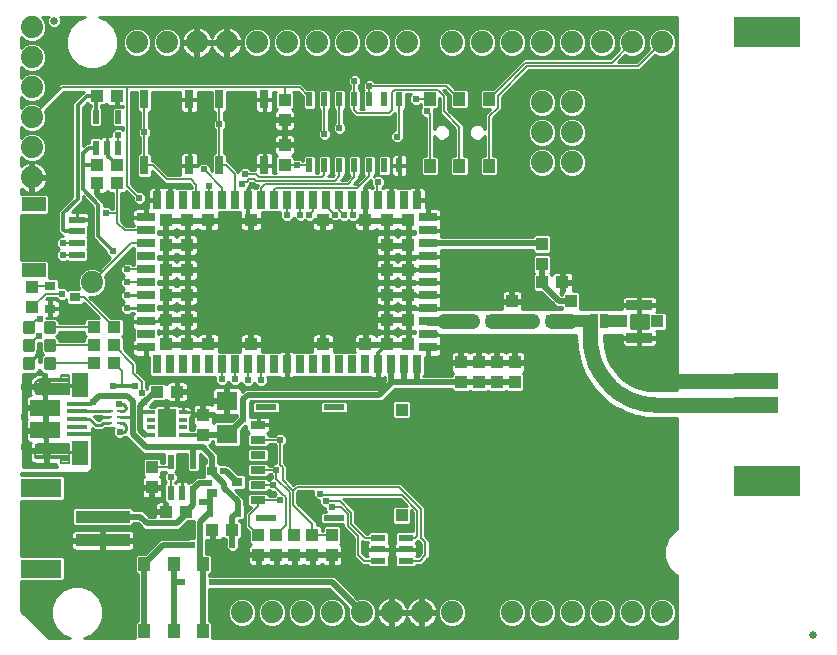
<source format=gtl>
G75*
%MOIN*%
%OFA0B0*%
%FSLAX25Y25*%
%IPPOS*%
%LPD*%
%AMOC8*
5,1,8,0,0,1.08239X$1,22.5*
%
%ADD10R,0.03150X0.05906*%
%ADD11R,0.05906X0.03150*%
%ADD12R,0.04331X0.04331*%
%ADD13R,0.06890X0.01575*%
%ADD14R,0.05748X0.07874*%
%ADD15R,0.09843X0.05610*%
%ADD16C,0.03937*%
%ADD17C,0.04331*%
%ADD18C,0.00800*%
%ADD19R,0.07874X0.04724*%
%ADD20R,0.05315X0.02362*%
%ADD21R,0.18110X0.03937*%
%ADD22R,0.13386X0.06299*%
%ADD23R,0.03000X0.06000*%
%ADD24C,0.07400*%
%ADD25R,0.02165X0.04724*%
%ADD26R,0.04331X0.03937*%
%ADD27R,0.02480X0.03268*%
%ADD28C,0.01181*%
%ADD29R,0.03543X0.03150*%
%ADD30R,0.03937X0.04331*%
%ADD31R,0.02559X0.01181*%
%ADD32R,0.06299X0.09252*%
%ADD33R,0.03937X0.04528*%
%ADD34R,0.05118X0.02559*%
%ADD35R,0.07087X0.01890*%
%ADD36R,0.03937X0.04055*%
%ADD37R,0.08661X0.03346*%
%ADD38R,0.04134X0.03937*%
%ADD39R,0.02362X0.04724*%
%ADD40R,0.07087X0.06299*%
%ADD41R,0.22047X0.10236*%
%ADD42R,0.14567X0.05512*%
%ADD43R,0.02500X0.05000*%
%ADD44R,0.05000X0.02500*%
%ADD45R,0.01000X0.01600*%
%ADD46R,0.02402X0.00984*%
%ADD47R,0.02205X0.00984*%
%ADD48R,0.04724X0.02362*%
%ADD49C,0.02500*%
%ADD50C,0.01000*%
%ADD51C,0.01200*%
%ADD52C,0.02381*%
%ADD53C,0.02400*%
%ADD54C,0.00600*%
%ADD55C,0.05000*%
%ADD56C,0.02000*%
%ADD57C,0.03000*%
%ADD58C,0.04000*%
D10*
X0110026Y0127638D03*
X0114357Y0127638D03*
X0118688Y0127638D03*
X0123018Y0127638D03*
X0127349Y0127638D03*
X0131680Y0127638D03*
X0136010Y0127638D03*
X0140341Y0127638D03*
X0144672Y0127638D03*
X0149003Y0127638D03*
X0153333Y0127638D03*
X0157664Y0127638D03*
X0161995Y0127638D03*
X0166325Y0127638D03*
X0170656Y0127638D03*
X0174987Y0127638D03*
X0179318Y0127638D03*
X0183648Y0127638D03*
X0187979Y0127638D03*
X0192310Y0127638D03*
X0196640Y0127638D03*
X0196640Y0182362D03*
X0192310Y0182362D03*
X0187979Y0182362D03*
X0183648Y0182362D03*
X0179318Y0182362D03*
X0174987Y0182362D03*
X0170656Y0182362D03*
X0166325Y0182362D03*
X0161995Y0182362D03*
X0157664Y0182362D03*
X0153333Y0182362D03*
X0149003Y0182362D03*
X0144672Y0182362D03*
X0140341Y0182362D03*
X0136010Y0182362D03*
X0131680Y0182362D03*
X0127349Y0182362D03*
X0123018Y0182362D03*
X0118688Y0182362D03*
X0114357Y0182362D03*
X0110026Y0182362D03*
D11*
X0106286Y0176654D03*
X0106286Y0172323D03*
X0106286Y0167992D03*
X0106286Y0163661D03*
X0106286Y0159331D03*
X0106286Y0155000D03*
X0106286Y0150669D03*
X0106286Y0146339D03*
X0106286Y0142008D03*
X0106286Y0137677D03*
X0106286Y0133346D03*
X0200381Y0133346D03*
X0200381Y0137677D03*
X0200381Y0142008D03*
X0200381Y0146339D03*
X0200381Y0150669D03*
X0200381Y0155000D03*
X0200381Y0159331D03*
X0200381Y0163661D03*
X0200381Y0167992D03*
X0200381Y0172323D03*
X0200381Y0176654D03*
D12*
X0193688Y0175669D03*
X0186601Y0175669D03*
X0179514Y0175669D03*
X0186601Y0167402D03*
X0193688Y0167402D03*
X0193688Y0159134D03*
X0186601Y0159134D03*
X0186601Y0150866D03*
X0193688Y0150866D03*
X0193688Y0142598D03*
X0186601Y0142598D03*
X0186601Y0134331D03*
X0179514Y0134331D03*
X0165341Y0134331D03*
X0141325Y0134331D03*
X0127152Y0134331D03*
X0120066Y0134331D03*
X0112979Y0134331D03*
X0112979Y0142598D03*
X0120066Y0142598D03*
X0120066Y0150866D03*
X0112979Y0150866D03*
X0112979Y0159134D03*
X0120066Y0159134D03*
X0120066Y0167402D03*
X0112979Y0167402D03*
X0112979Y0175669D03*
X0120066Y0175669D03*
X0127152Y0175669D03*
X0141325Y0175669D03*
X0165341Y0175669D03*
X0193688Y0134331D03*
D13*
X0083333Y0114618D03*
X0083333Y0112059D03*
X0083333Y0109500D03*
X0083333Y0106941D03*
X0083333Y0104382D03*
D14*
X0084416Y0098083D03*
X0084416Y0120917D03*
D15*
X0072802Y0113289D03*
X0072802Y0105711D03*
D16*
X0073196Y0098870D03*
D17*
X0073370Y0120254D02*
X0071794Y0120254D01*
X0071794Y0120254D01*
X0073370Y0120254D01*
X0073370Y0120254D01*
D18*
X0070676Y0122689D02*
X0070375Y0122606D01*
X0070099Y0122459D01*
X0069864Y0122253D01*
X0069680Y0122001D01*
X0069557Y0121714D01*
X0069501Y0121407D01*
X0069514Y0121094D01*
X0069514Y0118732D01*
X0069570Y0118465D01*
X0069694Y0118221D01*
X0069876Y0118018D01*
X0070104Y0117868D01*
X0070364Y0117783D01*
X0070636Y0117768D01*
X0080636Y0117748D01*
X0080636Y0124165D01*
X0078117Y0124185D01*
X0078117Y0122709D01*
X0070676Y0122689D01*
X0069707Y0122038D02*
X0080636Y0122038D01*
X0080636Y0122836D02*
X0078117Y0122836D01*
X0078117Y0123635D02*
X0080636Y0123635D01*
X0080636Y0121239D02*
X0069508Y0121239D01*
X0069514Y0120441D02*
X0080636Y0120441D01*
X0080636Y0119642D02*
X0069514Y0119642D01*
X0069514Y0118844D02*
X0080636Y0118844D01*
X0080636Y0118045D02*
X0069851Y0118045D01*
X0070361Y0101087D02*
X0080636Y0101087D01*
X0080636Y0094862D01*
X0078136Y0094862D01*
X0078136Y0096350D01*
X0069928Y0096350D01*
X0069772Y0096388D01*
X0069634Y0096471D01*
X0069530Y0096593D01*
X0069468Y0096741D01*
X0069455Y0096902D01*
X0069554Y0100307D01*
X0069584Y0100512D01*
X0069667Y0100702D01*
X0069796Y0100864D01*
X0069962Y0100987D01*
X0070155Y0101063D01*
X0070361Y0101087D01*
X0069579Y0100478D02*
X0080636Y0100478D01*
X0080636Y0099679D02*
X0069536Y0099679D01*
X0069513Y0098881D02*
X0080636Y0098881D01*
X0080636Y0098082D02*
X0069489Y0098082D01*
X0069466Y0097284D02*
X0080636Y0097284D01*
X0080636Y0096485D02*
X0069622Y0096485D01*
X0078136Y0095687D02*
X0080636Y0095687D01*
X0080636Y0094888D02*
X0078136Y0094888D01*
D19*
X0068865Y0158976D03*
X0068865Y0181024D03*
D20*
X0083333Y0175906D03*
X0083333Y0171969D03*
X0083333Y0168031D03*
X0083333Y0164094D03*
D21*
X0091900Y0076937D03*
X0091900Y0069063D03*
D22*
X0071428Y0059614D03*
X0071428Y0086386D03*
D23*
X0105833Y0194000D03*
X0120833Y0194000D03*
X0130833Y0194000D03*
X0145833Y0194000D03*
X0145833Y0216000D03*
X0130833Y0216000D03*
X0120833Y0216000D03*
X0105833Y0216000D03*
D24*
X0103333Y0235000D03*
X0113333Y0235000D03*
X0123333Y0235000D03*
X0133333Y0235000D03*
X0143333Y0235000D03*
X0153333Y0235000D03*
X0163333Y0235000D03*
X0173333Y0235000D03*
X0183333Y0235000D03*
X0193333Y0235000D03*
X0208333Y0235000D03*
X0218333Y0235000D03*
X0228333Y0235000D03*
X0238333Y0235000D03*
X0248333Y0235000D03*
X0258333Y0235000D03*
X0268333Y0235000D03*
X0278333Y0235000D03*
X0248333Y0215000D03*
X0238333Y0215000D03*
X0238333Y0205000D03*
X0248333Y0205000D03*
X0248333Y0195000D03*
X0238333Y0195000D03*
X0088333Y0155000D03*
X0068333Y0190000D03*
X0068333Y0200000D03*
X0068333Y0210000D03*
X0068333Y0220000D03*
X0068333Y0230000D03*
X0068333Y0240000D03*
X0138333Y0045000D03*
X0148333Y0045000D03*
X0158333Y0045000D03*
X0168333Y0045000D03*
X0178333Y0045000D03*
X0188333Y0045000D03*
X0198333Y0045000D03*
X0208333Y0045000D03*
X0228333Y0045000D03*
X0238333Y0045000D03*
X0248333Y0045000D03*
X0258333Y0045000D03*
X0268333Y0045000D03*
X0278333Y0045000D03*
D25*
X0122073Y0084881D03*
X0118333Y0084881D03*
X0114593Y0084881D03*
X0114593Y0095119D03*
X0122073Y0095119D03*
X0097073Y0199881D03*
X0093333Y0199881D03*
X0089593Y0199881D03*
X0089593Y0210119D03*
X0097073Y0210119D03*
D26*
X0096680Y0217100D03*
X0089987Y0217100D03*
X0089987Y0194000D03*
X0089987Y0188000D03*
X0096680Y0188000D03*
X0096680Y0194000D03*
X0095680Y0140000D03*
X0088987Y0140000D03*
X0088987Y0134000D03*
X0088987Y0128000D03*
X0095680Y0128000D03*
X0095680Y0134000D03*
X0109987Y0118500D03*
X0116680Y0118500D03*
X0119680Y0078500D03*
X0112987Y0078500D03*
X0128487Y0072500D03*
X0135180Y0072500D03*
X0214987Y0142008D03*
X0221680Y0142008D03*
X0234987Y0142008D03*
X0241680Y0142008D03*
X0238487Y0155000D03*
X0245180Y0155000D03*
D27*
X0136861Y0078500D03*
X0127806Y0078500D03*
D28*
X0075664Y0126622D02*
X0075664Y0129378D01*
X0075664Y0126622D02*
X0072908Y0126622D01*
X0072908Y0129378D01*
X0075664Y0129378D01*
X0075664Y0127744D02*
X0072908Y0127744D01*
X0072908Y0128866D02*
X0075664Y0128866D01*
X0072908Y0132622D02*
X0072908Y0135378D01*
X0075664Y0135378D01*
X0075664Y0132622D01*
X0072908Y0132622D01*
X0072908Y0133744D02*
X0075664Y0133744D01*
X0075664Y0134866D02*
X0072908Y0134866D01*
X0066003Y0135378D02*
X0066003Y0132622D01*
X0066003Y0135378D02*
X0068759Y0135378D01*
X0068759Y0132622D01*
X0066003Y0132622D01*
X0066003Y0133744D02*
X0068759Y0133744D01*
X0068759Y0134866D02*
X0066003Y0134866D01*
X0066003Y0138622D02*
X0066003Y0141378D01*
X0068759Y0141378D01*
X0068759Y0138622D01*
X0066003Y0138622D01*
X0066003Y0139744D02*
X0068759Y0139744D01*
X0068759Y0140866D02*
X0066003Y0140866D01*
X0072908Y0141378D02*
X0072908Y0138622D01*
X0072908Y0141378D02*
X0075664Y0141378D01*
X0075664Y0138622D01*
X0072908Y0138622D01*
X0072908Y0139744D02*
X0075664Y0139744D01*
X0075664Y0140866D02*
X0072908Y0140866D01*
X0068759Y0129378D02*
X0068759Y0126622D01*
X0066003Y0126622D01*
X0066003Y0129378D01*
X0068759Y0129378D01*
X0068759Y0127744D02*
X0066003Y0127744D01*
X0066003Y0128866D02*
X0068759Y0128866D01*
D29*
X0074396Y0146260D03*
X0082664Y0150000D03*
X0074396Y0153740D03*
X0128396Y0092240D03*
X0128396Y0084760D03*
X0136664Y0088500D03*
D30*
X0125333Y0104154D03*
X0125333Y0110846D03*
X0108333Y0093346D03*
X0108333Y0086654D03*
X0143833Y0070846D03*
X0149833Y0070846D03*
X0155833Y0070846D03*
X0161833Y0070846D03*
X0168333Y0070846D03*
X0168333Y0064154D03*
X0161833Y0064154D03*
X0155833Y0064154D03*
X0149833Y0064154D03*
X0143833Y0064154D03*
X0211333Y0121654D03*
X0217333Y0121654D03*
X0223333Y0121654D03*
X0229333Y0121654D03*
X0229333Y0128346D03*
X0223333Y0128346D03*
X0217333Y0128346D03*
X0211333Y0128346D03*
X0228333Y0141992D03*
X0228333Y0148685D03*
X0238333Y0161154D03*
X0238333Y0167846D03*
X0247987Y0148846D03*
X0247987Y0142154D03*
X0152566Y0194154D03*
X0152566Y0200846D03*
X0152566Y0209154D03*
X0152566Y0215846D03*
X0068333Y0153346D03*
X0068333Y0146654D03*
D31*
X0107920Y0111839D03*
X0107920Y0109280D03*
X0107920Y0106720D03*
X0107920Y0104161D03*
X0118747Y0104161D03*
X0118747Y0106720D03*
X0118747Y0109280D03*
X0118747Y0111839D03*
D32*
X0113333Y0108000D03*
D33*
X0115533Y0061122D03*
X0105691Y0061122D03*
X0125376Y0061122D03*
X0125376Y0038878D03*
X0115533Y0038878D03*
X0105691Y0038878D03*
X0200991Y0193878D03*
X0210833Y0193878D03*
X0220676Y0193878D03*
X0220676Y0216122D03*
X0210833Y0216122D03*
X0200991Y0216122D03*
D34*
X0143727Y0107500D03*
X0143727Y0102500D03*
X0143727Y0097500D03*
X0143727Y0092500D03*
X0143727Y0087500D03*
X0143727Y0082500D03*
D35*
X0146365Y0076535D03*
X0169003Y0076535D03*
X0169003Y0113346D03*
X0146365Y0113346D03*
D36*
X0191522Y0112579D03*
X0191522Y0077421D03*
D37*
X0270833Y0136594D03*
X0270833Y0147421D03*
D38*
X0264829Y0142008D03*
X0276837Y0142008D03*
D39*
X0190833Y0193976D03*
X0185833Y0193976D03*
X0180833Y0193976D03*
X0175833Y0193976D03*
X0170833Y0193976D03*
X0165833Y0193976D03*
X0160833Y0193976D03*
X0160833Y0216024D03*
X0165833Y0216024D03*
X0170833Y0216024D03*
X0175833Y0216024D03*
X0180833Y0216024D03*
X0185833Y0216024D03*
X0190833Y0216024D03*
D40*
X0133333Y0115512D03*
X0133333Y0104488D03*
D41*
X0313333Y0088697D03*
X0313333Y0238303D03*
D42*
X0309593Y0122161D03*
X0309593Y0114287D03*
D43*
X0258933Y0141992D03*
X0255733Y0141992D03*
D44*
X0254333Y0140500D03*
X0254333Y0136500D03*
D45*
X0254333Y0138500D03*
D46*
X0094239Y0111969D03*
D47*
X0094140Y0110000D03*
X0094140Y0108031D03*
X0097526Y0108031D03*
X0097526Y0110000D03*
X0097526Y0111969D03*
D48*
X0183806Y0069740D03*
X0183806Y0066000D03*
X0183806Y0062260D03*
X0192861Y0062260D03*
X0192861Y0066000D03*
X0192861Y0069740D03*
D49*
X0328833Y0037500D03*
X0075833Y0242000D03*
D50*
X0064833Y0055365D02*
X0064833Y0045621D01*
X0073955Y0036500D01*
X0080859Y0036500D01*
X0078349Y0037540D01*
X0078349Y0037540D01*
X0075873Y0040015D01*
X0075873Y0040015D01*
X0074533Y0043250D01*
X0074533Y0046750D01*
X0075873Y0049985D01*
X0075873Y0049985D01*
X0078349Y0052460D01*
X0078349Y0052460D01*
X0081583Y0053800D01*
X0085084Y0053800D01*
X0088318Y0052460D01*
X0088318Y0052460D01*
X0088318Y0052460D01*
X0090794Y0049985D01*
X0090794Y0049985D01*
X0092133Y0046750D01*
X0092133Y0043250D01*
X0090794Y0040015D01*
X0088318Y0037540D01*
X0088318Y0037540D01*
X0085808Y0036500D01*
X0102622Y0036500D01*
X0102622Y0041597D01*
X0103267Y0042242D01*
X0103591Y0042242D01*
X0103591Y0057758D01*
X0103267Y0057758D01*
X0102622Y0058403D01*
X0102622Y0063841D01*
X0103267Y0064486D01*
X0106085Y0064486D01*
X0109969Y0068370D01*
X0111199Y0069600D01*
X0120381Y0069600D01*
X0120581Y0069800D01*
X0122233Y0069800D01*
X0122233Y0075431D01*
X0120235Y0075431D01*
X0117403Y0072600D01*
X0105763Y0072600D01*
X0104533Y0073830D01*
X0103526Y0074837D01*
X0102055Y0074837D01*
X0102055Y0074513D01*
X0101411Y0073869D01*
X0082389Y0073869D01*
X0081745Y0074513D01*
X0081745Y0079361D01*
X0082389Y0080005D01*
X0101411Y0080005D01*
X0102055Y0079361D01*
X0102055Y0079037D01*
X0105266Y0079037D01*
X0107503Y0076800D01*
X0109322Y0076800D01*
X0109322Y0078016D01*
X0112503Y0078016D01*
X0112503Y0078984D01*
X0109322Y0078984D01*
X0109322Y0080666D01*
X0109424Y0081047D01*
X0109621Y0081390D01*
X0109900Y0081669D01*
X0110243Y0081866D01*
X0110624Y0081968D01*
X0112503Y0081968D01*
X0112503Y0078984D01*
X0113471Y0078984D01*
X0113471Y0081419D01*
X0113055Y0081419D01*
X0112410Y0082064D01*
X0112410Y0087699D01*
X0113026Y0088315D01*
X0112293Y0089047D01*
X0112293Y0090953D01*
X0113026Y0091685D01*
X0112765Y0091946D01*
X0111402Y0091946D01*
X0111402Y0090725D01*
X0110889Y0090212D01*
X0111223Y0090019D01*
X0111502Y0089740D01*
X0111700Y0089398D01*
X0111802Y0089016D01*
X0111802Y0087138D01*
X0108818Y0087138D01*
X0108818Y0086169D01*
X0111802Y0086169D01*
X0111802Y0084291D01*
X0111700Y0083909D01*
X0111502Y0083567D01*
X0111223Y0083288D01*
X0110881Y0083090D01*
X0110499Y0082988D01*
X0108818Y0082988D01*
X0108818Y0086169D01*
X0107849Y0086169D01*
X0107849Y0082988D01*
X0106167Y0082988D01*
X0105786Y0083090D01*
X0105444Y0083288D01*
X0105165Y0083567D01*
X0104967Y0083909D01*
X0104865Y0084291D01*
X0104865Y0086169D01*
X0107849Y0086169D01*
X0107849Y0087138D01*
X0104865Y0087138D01*
X0104865Y0089016D01*
X0104967Y0089398D01*
X0105165Y0089740D01*
X0105444Y0090019D01*
X0105778Y0090212D01*
X0105265Y0090725D01*
X0105265Y0095967D01*
X0105909Y0096612D01*
X0110757Y0096612D01*
X0111402Y0095967D01*
X0111402Y0094746D01*
X0112410Y0094746D01*
X0112410Y0097900D01*
X0105418Y0097900D01*
X0099807Y0103511D01*
X0099796Y0103500D01*
X0099186Y0103500D01*
X0098486Y0102800D01*
X0096581Y0102800D01*
X0095233Y0104147D01*
X0095233Y0106053D01*
X0095620Y0106439D01*
X0094811Y0106439D01*
X0094803Y0106431D01*
X0092785Y0106431D01*
X0092145Y0105791D01*
X0088922Y0105791D01*
X0088333Y0106380D01*
X0088333Y0102532D01*
X0088390Y0102475D01*
X0088390Y0093690D01*
X0088333Y0093633D01*
X0088333Y0092672D01*
X0087162Y0091500D01*
X0064833Y0091500D01*
X0064833Y0090635D01*
X0078576Y0090635D01*
X0079221Y0089991D01*
X0079221Y0082781D01*
X0078576Y0082136D01*
X0064833Y0082136D01*
X0064833Y0063864D01*
X0078576Y0063864D01*
X0079221Y0063219D01*
X0079221Y0056009D01*
X0078576Y0055365D01*
X0064833Y0055365D01*
X0064833Y0054970D02*
X0103591Y0054970D01*
X0103591Y0053972D02*
X0064833Y0053972D01*
X0064833Y0052973D02*
X0079587Y0052973D01*
X0077863Y0051975D02*
X0064833Y0051975D01*
X0064833Y0050976D02*
X0076864Y0050976D01*
X0075870Y0049978D02*
X0064833Y0049978D01*
X0064833Y0048979D02*
X0075457Y0048979D01*
X0075043Y0047981D02*
X0064833Y0047981D01*
X0064833Y0046982D02*
X0074629Y0046982D01*
X0074533Y0045984D02*
X0064833Y0045984D01*
X0065470Y0044985D02*
X0074533Y0044985D01*
X0074533Y0043987D02*
X0066468Y0043987D01*
X0067467Y0042988D02*
X0074642Y0042988D01*
X0075055Y0041990D02*
X0068465Y0041990D01*
X0069464Y0040991D02*
X0075469Y0040991D01*
X0075896Y0039993D02*
X0070462Y0039993D01*
X0071461Y0038994D02*
X0076894Y0038994D01*
X0077893Y0037996D02*
X0072459Y0037996D01*
X0073458Y0036997D02*
X0079659Y0036997D01*
X0087008Y0036997D02*
X0102622Y0036997D01*
X0102622Y0037996D02*
X0088774Y0037996D01*
X0089772Y0038994D02*
X0102622Y0038994D01*
X0102622Y0039993D02*
X0090771Y0039993D01*
X0091198Y0040991D02*
X0102622Y0040991D01*
X0103015Y0041990D02*
X0091611Y0041990D01*
X0092025Y0042988D02*
X0103591Y0042988D01*
X0103591Y0043987D02*
X0092133Y0043987D01*
X0092133Y0044985D02*
X0103591Y0044985D01*
X0103591Y0045984D02*
X0092133Y0045984D01*
X0092037Y0046982D02*
X0103591Y0046982D01*
X0103591Y0047981D02*
X0091624Y0047981D01*
X0091210Y0048979D02*
X0103591Y0048979D01*
X0103591Y0049978D02*
X0090797Y0049978D01*
X0089802Y0050976D02*
X0103591Y0050976D01*
X0103591Y0051975D02*
X0088804Y0051975D01*
X0087080Y0052973D02*
X0103591Y0052973D01*
X0103591Y0055969D02*
X0079181Y0055969D01*
X0079221Y0056967D02*
X0103591Y0056967D01*
X0103059Y0057966D02*
X0079221Y0057966D01*
X0079221Y0058964D02*
X0102622Y0058964D01*
X0102622Y0059963D02*
X0079221Y0059963D01*
X0079221Y0060961D02*
X0102622Y0060961D01*
X0102622Y0061960D02*
X0079221Y0061960D01*
X0079221Y0062958D02*
X0102622Y0062958D01*
X0102738Y0063957D02*
X0064833Y0063957D01*
X0064833Y0064955D02*
X0106554Y0064955D01*
X0107553Y0065954D02*
X0101936Y0065954D01*
X0101876Y0065894D02*
X0102156Y0066173D01*
X0102353Y0066516D01*
X0102455Y0066897D01*
X0102455Y0068579D01*
X0092385Y0068579D01*
X0092385Y0069547D01*
X0102455Y0069547D01*
X0102455Y0071229D01*
X0102353Y0071610D01*
X0102156Y0071953D01*
X0101876Y0072232D01*
X0101534Y0072429D01*
X0101153Y0072531D01*
X0092385Y0072531D01*
X0092385Y0069547D01*
X0091416Y0069547D01*
X0091416Y0068579D01*
X0081345Y0068579D01*
X0081345Y0066897D01*
X0081447Y0066516D01*
X0081645Y0066173D01*
X0081924Y0065894D01*
X0082266Y0065697D01*
X0082648Y0065594D01*
X0091416Y0065594D01*
X0091416Y0068579D01*
X0092385Y0068579D01*
X0092385Y0065594D01*
X0101153Y0065594D01*
X0101534Y0065697D01*
X0101876Y0065894D01*
X0102455Y0066952D02*
X0108551Y0066952D01*
X0109550Y0067951D02*
X0102455Y0067951D01*
X0102455Y0069948D02*
X0122233Y0069948D01*
X0122233Y0070946D02*
X0102455Y0070946D01*
X0102160Y0071945D02*
X0122233Y0071945D01*
X0122233Y0072943D02*
X0117747Y0072943D01*
X0118745Y0073942D02*
X0122233Y0073942D01*
X0122233Y0074940D02*
X0119744Y0074940D01*
X0113471Y0079933D02*
X0112503Y0079933D01*
X0112503Y0078934D02*
X0105369Y0078934D01*
X0106367Y0077936D02*
X0109322Y0077936D01*
X0109322Y0076937D02*
X0107366Y0076937D01*
X0104422Y0073942D02*
X0101484Y0073942D01*
X0105420Y0072943D02*
X0064833Y0072943D01*
X0064833Y0071945D02*
X0081640Y0071945D01*
X0081645Y0071953D02*
X0081447Y0071610D01*
X0081345Y0071229D01*
X0081345Y0069547D01*
X0091416Y0069547D01*
X0091416Y0072531D01*
X0082648Y0072531D01*
X0082266Y0072429D01*
X0081924Y0072232D01*
X0081645Y0071953D01*
X0081345Y0070946D02*
X0064833Y0070946D01*
X0064833Y0069948D02*
X0081345Y0069948D01*
X0081345Y0067951D02*
X0064833Y0067951D01*
X0064833Y0068949D02*
X0091416Y0068949D01*
X0092385Y0068949D02*
X0110548Y0068949D01*
X0109322Y0079933D02*
X0101484Y0079933D01*
X0104962Y0083927D02*
X0079221Y0083927D01*
X0079221Y0082929D02*
X0112410Y0082929D01*
X0112410Y0083927D02*
X0111704Y0083927D01*
X0111802Y0084926D02*
X0112410Y0084926D01*
X0112410Y0085924D02*
X0111802Y0085924D01*
X0112410Y0086923D02*
X0108818Y0086923D01*
X0107849Y0086923D02*
X0079221Y0086923D01*
X0079221Y0087921D02*
X0104865Y0087921D01*
X0104865Y0088920D02*
X0079221Y0088920D01*
X0079221Y0089918D02*
X0105343Y0089918D01*
X0105265Y0090917D02*
X0064833Y0090917D01*
X0065233Y0093500D02*
X0065233Y0124531D01*
X0069624Y0124531D01*
X0070833Y0125740D01*
X0071981Y0124592D01*
X0070774Y0124589D01*
X0070628Y0124605D01*
X0070525Y0124589D01*
X0070421Y0124588D01*
X0070279Y0124550D01*
X0070060Y0124516D01*
X0069451Y0124292D01*
X0068897Y0123953D01*
X0068420Y0123513D01*
X0068388Y0123470D01*
X0068038Y0122989D01*
X0068038Y0122989D01*
X0068008Y0122925D01*
X0067766Y0122400D01*
X0067766Y0122400D01*
X0067613Y0121769D01*
X0067613Y0121769D01*
X0067587Y0121120D01*
X0067614Y0120946D01*
X0067614Y0120754D01*
X0072082Y0120754D01*
X0072082Y0124531D01*
X0073082Y0124531D01*
X0073082Y0120754D01*
X0072082Y0120754D01*
X0072082Y0119754D01*
X0067614Y0119754D01*
X0067614Y0118910D01*
X0067601Y0118839D01*
X0067614Y0118661D01*
X0067614Y0118482D01*
X0067633Y0118412D01*
X0067645Y0118258D01*
X0067841Y0117624D01*
X0067841Y0117624D01*
X0067858Y0117594D01*
X0067683Y0117594D01*
X0067302Y0117492D01*
X0066960Y0117295D01*
X0066680Y0117016D01*
X0066483Y0116673D01*
X0066381Y0116292D01*
X0066381Y0113789D01*
X0072302Y0113789D01*
X0072302Y0112789D01*
X0073302Y0112789D01*
X0073302Y0106211D01*
X0072302Y0106211D01*
X0072302Y0108984D01*
X0072302Y0112789D01*
X0066381Y0112789D01*
X0066381Y0110287D01*
X0066483Y0109905D01*
X0066680Y0109563D01*
X0066744Y0109500D01*
X0066680Y0109437D01*
X0066483Y0109095D01*
X0066381Y0108713D01*
X0066381Y0106211D01*
X0072302Y0106211D01*
X0072302Y0105211D01*
X0066381Y0105211D01*
X0066381Y0102708D01*
X0066483Y0102327D01*
X0066680Y0101984D01*
X0066960Y0101705D01*
X0067302Y0101508D01*
X0067683Y0101406D01*
X0067892Y0101406D01*
X0067805Y0101233D01*
X0067805Y0101233D01*
X0067764Y0101068D01*
X0067659Y0100644D01*
X0067654Y0100351D01*
X0067625Y0099354D01*
X0072711Y0099354D01*
X0072711Y0098386D01*
X0067597Y0098386D01*
X0067557Y0097002D01*
X0067540Y0096776D01*
X0067549Y0096715D01*
X0067549Y0096706D01*
X0067553Y0096689D01*
X0067553Y0096689D01*
X0067620Y0096238D01*
X0067818Y0095732D01*
X0067818Y0095732D01*
X0068123Y0095282D01*
X0068521Y0094911D01*
X0068521Y0094911D01*
X0068662Y0094829D01*
X0068992Y0094638D01*
X0069200Y0094573D01*
X0069511Y0094477D01*
X0069606Y0094470D01*
X0069678Y0094450D01*
X0069855Y0094450D01*
X0070031Y0094437D01*
X0070104Y0094450D01*
X0072711Y0094450D01*
X0072711Y0098386D01*
X0073680Y0098386D01*
X0073680Y0099354D01*
X0080042Y0099354D01*
X0080042Y0098583D01*
X0083916Y0098583D01*
X0083916Y0097583D01*
X0082536Y0097583D01*
X0082536Y0098386D01*
X0073680Y0098386D01*
X0073680Y0094450D01*
X0076280Y0094450D01*
X0076366Y0094129D01*
X0076616Y0093696D01*
X0076812Y0093500D01*
X0065233Y0093500D01*
X0065233Y0093912D02*
X0076491Y0093912D01*
X0073680Y0094911D02*
X0072711Y0094911D01*
X0072711Y0095909D02*
X0073680Y0095909D01*
X0073680Y0096908D02*
X0072711Y0096908D01*
X0072711Y0097906D02*
X0073680Y0097906D01*
X0073680Y0098905D02*
X0080042Y0098905D01*
X0082536Y0097906D02*
X0083916Y0097906D01*
X0088390Y0097906D02*
X0105412Y0097906D01*
X0104413Y0098905D02*
X0088390Y0098905D01*
X0088390Y0099903D02*
X0103415Y0099903D01*
X0102416Y0100902D02*
X0088390Y0100902D01*
X0088390Y0101900D02*
X0101418Y0101900D01*
X0100419Y0102899D02*
X0098585Y0102899D01*
X0096482Y0102899D02*
X0088333Y0102899D01*
X0088333Y0103897D02*
X0095483Y0103897D01*
X0095233Y0104896D02*
X0088333Y0104896D01*
X0088333Y0105894D02*
X0088819Y0105894D01*
X0089585Y0107391D02*
X0087476Y0109500D01*
X0083333Y0109500D01*
X0083424Y0111969D02*
X0089581Y0111969D01*
X0089585Y0111972D01*
X0091482Y0111972D01*
X0091486Y0111969D01*
X0094239Y0111969D01*
X0094140Y0110000D02*
X0094140Y0110000D01*
X0091538Y0110000D01*
X0094140Y0110000D01*
X0094140Y0108031D02*
X0092122Y0108031D01*
X0091482Y0107391D01*
X0089585Y0107391D01*
X0090247Y0108991D02*
X0089076Y0110163D01*
X0088870Y0110369D01*
X0090243Y0110369D01*
X0090247Y0110372D01*
X0090819Y0110372D01*
X0090823Y0110369D01*
X0091538Y0110369D01*
X0091538Y0110000D01*
X0091538Y0109631D01*
X0091460Y0109631D01*
X0090819Y0108991D01*
X0090247Y0108991D01*
X0089350Y0109888D02*
X0091538Y0109888D01*
X0097247Y0114314D02*
X0098820Y0114314D01*
X0099533Y0113600D01*
X0099533Y0112700D01*
X0098802Y0111969D01*
X0097526Y0111969D01*
X0097526Y0110000D02*
X0101872Y0110000D01*
X0099733Y0107100D02*
X0098802Y0108031D01*
X0097526Y0108031D01*
X0099733Y0107100D02*
X0099733Y0105700D01*
X0099133Y0105100D01*
X0097533Y0105100D01*
X0095233Y0105894D02*
X0092248Y0105894D01*
X0083424Y0111969D02*
X0083333Y0112059D01*
X0073302Y0111885D02*
X0072302Y0111885D01*
X0072302Y0110887D02*
X0073302Y0110887D01*
X0073302Y0109888D02*
X0072302Y0109888D01*
X0072302Y0108890D02*
X0073302Y0108890D01*
X0073302Y0107891D02*
X0072302Y0107891D01*
X0072302Y0106893D02*
X0073302Y0106893D01*
X0072302Y0105894D02*
X0065233Y0105894D01*
X0065233Y0104896D02*
X0066381Y0104896D01*
X0066381Y0103897D02*
X0065233Y0103897D01*
X0065233Y0102899D02*
X0066381Y0102899D01*
X0066765Y0101900D02*
X0065233Y0101900D01*
X0065233Y0100902D02*
X0067723Y0100902D01*
X0067659Y0100644D02*
X0067659Y0100644D01*
X0067641Y0099903D02*
X0065233Y0099903D01*
X0065233Y0098905D02*
X0072711Y0098905D01*
X0072711Y0099354D02*
X0072711Y0102987D01*
X0072302Y0102987D01*
X0072302Y0105211D01*
X0073302Y0105211D01*
X0073302Y0101406D01*
X0073680Y0101406D01*
X0073680Y0099354D01*
X0072711Y0099354D01*
X0072711Y0099903D02*
X0073680Y0099903D01*
X0073680Y0100902D02*
X0072711Y0100902D01*
X0072711Y0101900D02*
X0073302Y0101900D01*
X0073302Y0102899D02*
X0072711Y0102899D01*
X0072302Y0103897D02*
X0073302Y0103897D01*
X0073302Y0104896D02*
X0072302Y0104896D01*
X0066381Y0106893D02*
X0065233Y0106893D01*
X0065233Y0107891D02*
X0066381Y0107891D01*
X0066428Y0108890D02*
X0065233Y0108890D01*
X0065233Y0109888D02*
X0066493Y0109888D01*
X0066381Y0110887D02*
X0065233Y0110887D01*
X0065233Y0111885D02*
X0066381Y0111885D01*
X0065233Y0112884D02*
X0072302Y0112884D01*
X0072302Y0113789D02*
X0072302Y0117594D01*
X0072082Y0117594D01*
X0072082Y0119754D01*
X0073082Y0119754D01*
X0073082Y0120754D01*
X0082536Y0120754D01*
X0082536Y0121417D01*
X0083916Y0121417D01*
X0083916Y0120417D01*
X0080042Y0120417D01*
X0080042Y0119754D01*
X0073082Y0119754D01*
X0073082Y0115863D01*
X0073302Y0115862D01*
X0073302Y0113789D01*
X0072302Y0113789D01*
X0072302Y0113882D02*
X0073302Y0113882D01*
X0073302Y0114881D02*
X0072302Y0114881D01*
X0072302Y0115879D02*
X0073082Y0115879D01*
X0073082Y0116878D02*
X0072302Y0116878D01*
X0072082Y0117876D02*
X0073082Y0117876D01*
X0073082Y0118875D02*
X0072082Y0118875D01*
X0072082Y0119873D02*
X0065233Y0119873D01*
X0065233Y0118875D02*
X0067608Y0118875D01*
X0067633Y0118412D02*
X0067633Y0118412D01*
X0067645Y0118258D02*
X0067645Y0118258D01*
X0067763Y0117876D02*
X0065233Y0117876D01*
X0065233Y0116878D02*
X0066601Y0116878D01*
X0066381Y0115879D02*
X0065233Y0115879D01*
X0065233Y0114881D02*
X0066381Y0114881D01*
X0066381Y0113882D02*
X0065233Y0113882D01*
X0065233Y0120872D02*
X0067614Y0120872D01*
X0067587Y0121120D02*
X0067587Y0121120D01*
X0067638Y0121870D02*
X0065233Y0121870D01*
X0065233Y0122869D02*
X0067983Y0122869D01*
X0068420Y0123513D02*
X0068420Y0123513D01*
X0068420Y0123513D01*
X0068804Y0123868D02*
X0065233Y0123868D01*
X0068897Y0123953D02*
X0068897Y0123953D01*
X0069959Y0124866D02*
X0071708Y0124866D01*
X0072082Y0123868D02*
X0073082Y0123868D01*
X0073082Y0122869D02*
X0072082Y0122869D01*
X0072082Y0121870D02*
X0073082Y0121870D01*
X0073082Y0120872D02*
X0072082Y0120872D01*
X0073082Y0119873D02*
X0080042Y0119873D01*
X0082536Y0120872D02*
X0083916Y0120872D01*
X0070525Y0124589D02*
X0070525Y0124589D01*
X0070279Y0124550D02*
X0070279Y0124550D01*
X0070849Y0128500D02*
X0070849Y0129653D01*
X0070707Y0130185D01*
X0070431Y0130662D01*
X0070042Y0131051D01*
X0069748Y0131221D01*
X0070449Y0131922D01*
X0070449Y0134700D01*
X0071218Y0134700D01*
X0071218Y0131922D01*
X0072139Y0131000D01*
X0071218Y0130078D01*
X0071218Y0128500D01*
X0070849Y0128500D01*
X0070849Y0128860D02*
X0071218Y0128860D01*
X0071218Y0129859D02*
X0070794Y0129859D01*
X0070236Y0130857D02*
X0071996Y0130857D01*
X0071284Y0131856D02*
X0070383Y0131856D01*
X0070762Y0131382D02*
X0070833Y0131382D01*
X0070762Y0131382D02*
X0067381Y0128000D01*
X0070449Y0132854D02*
X0071218Y0132854D01*
X0071218Y0133853D02*
X0070449Y0133853D01*
X0076433Y0137000D02*
X0077355Y0137922D01*
X0077355Y0138600D01*
X0085722Y0138600D01*
X0085722Y0137576D01*
X0086297Y0137000D01*
X0085722Y0136424D01*
X0085722Y0135400D01*
X0077355Y0135400D01*
X0077355Y0136078D01*
X0076433Y0137000D01*
X0076585Y0136848D02*
X0086146Y0136848D01*
X0085722Y0135850D02*
X0077355Y0135850D01*
X0077279Y0137847D02*
X0085722Y0137847D01*
X0085722Y0141400D02*
X0077355Y0141400D01*
X0077355Y0142078D01*
X0076364Y0143068D01*
X0073151Y0143068D01*
X0073151Y0143185D01*
X0074109Y0143185D01*
X0074109Y0145972D01*
X0074684Y0145972D01*
X0074684Y0143185D01*
X0076365Y0143185D01*
X0076747Y0143287D01*
X0077089Y0143485D01*
X0077368Y0143764D01*
X0077566Y0144106D01*
X0077668Y0144488D01*
X0077668Y0145972D01*
X0074684Y0145972D01*
X0074684Y0146547D01*
X0077668Y0146547D01*
X0077668Y0148032D01*
X0077566Y0148414D01*
X0077368Y0148756D01*
X0077089Y0149035D01*
X0076747Y0149232D01*
X0076365Y0149335D01*
X0074684Y0149335D01*
X0074684Y0146547D01*
X0074109Y0146547D01*
X0074109Y0149335D01*
X0072994Y0149335D01*
X0073510Y0149850D01*
X0076494Y0149850D01*
X0077385Y0148959D01*
X0079282Y0148959D01*
X0079792Y0149470D01*
X0079792Y0147970D01*
X0080437Y0147325D01*
X0084891Y0147325D01*
X0085536Y0147970D01*
X0085536Y0148164D01*
X0090631Y0143068D01*
X0086366Y0143068D01*
X0085722Y0142424D01*
X0085722Y0141400D01*
X0085722Y0141841D02*
X0077355Y0141841D01*
X0076594Y0142839D02*
X0086137Y0142839D01*
X0088864Y0144836D02*
X0077668Y0144836D01*
X0077668Y0145835D02*
X0087865Y0145835D01*
X0086867Y0146833D02*
X0077668Y0146833D01*
X0077668Y0147832D02*
X0079930Y0147832D01*
X0079792Y0148830D02*
X0077294Y0148830D01*
X0076515Y0149829D02*
X0073488Y0149829D01*
X0074109Y0148830D02*
X0074684Y0148830D01*
X0074684Y0147832D02*
X0074109Y0147832D01*
X0074109Y0146833D02*
X0074684Y0146833D01*
X0074684Y0145835D02*
X0074109Y0145835D01*
X0074109Y0144836D02*
X0074684Y0144836D01*
X0074684Y0143838D02*
X0074109Y0143838D01*
X0077411Y0143838D02*
X0089862Y0143838D01*
X0091825Y0145835D02*
X0097783Y0145835D01*
X0097783Y0145386D02*
X0099131Y0144039D01*
X0101036Y0144039D01*
X0101736Y0144739D01*
X0102233Y0144739D01*
X0102233Y0144636D01*
X0102228Y0144631D01*
X0102228Y0144599D01*
X0102133Y0144504D01*
X0101936Y0144162D01*
X0101833Y0143780D01*
X0101833Y0142295D01*
X0105999Y0142295D01*
X0105999Y0141720D01*
X0101833Y0141720D01*
X0101833Y0140236D01*
X0101936Y0139854D01*
X0102133Y0139512D01*
X0102228Y0139417D01*
X0102228Y0139385D01*
X0102233Y0139380D01*
X0102233Y0135975D01*
X0102228Y0135970D01*
X0102228Y0135938D01*
X0102133Y0135842D01*
X0101936Y0135500D01*
X0101833Y0135119D01*
X0101833Y0133634D01*
X0105999Y0133634D01*
X0105999Y0133059D01*
X0106573Y0133059D01*
X0106573Y0130272D01*
X0107351Y0130272D01*
X0107351Y0124229D01*
X0107996Y0123585D01*
X0111729Y0123585D01*
X0111734Y0123580D01*
X0112649Y0123580D01*
X0112654Y0123585D01*
X0116060Y0123585D01*
X0116065Y0123580D01*
X0116980Y0123580D01*
X0116985Y0123585D01*
X0120390Y0123585D01*
X0120395Y0123580D01*
X0121311Y0123580D01*
X0121316Y0123585D01*
X0124721Y0123585D01*
X0124726Y0123580D01*
X0125641Y0123580D01*
X0125646Y0123585D01*
X0129052Y0123585D01*
X0129057Y0123580D01*
X0129389Y0123580D01*
X0129389Y0121801D01*
X0130731Y0120459D01*
X0132629Y0120459D01*
X0133845Y0121676D01*
X0135062Y0120459D01*
X0136959Y0120459D01*
X0138051Y0121551D01*
X0139392Y0120209D01*
X0141290Y0120209D01*
X0142507Y0121426D01*
X0143723Y0120209D01*
X0145621Y0120209D01*
X0146962Y0121551D01*
X0146962Y0123449D01*
X0146831Y0123580D01*
X0147295Y0123580D01*
X0147300Y0123585D01*
X0150705Y0123585D01*
X0150710Y0123580D01*
X0150742Y0123580D01*
X0150838Y0123485D01*
X0151180Y0123287D01*
X0151561Y0123185D01*
X0153046Y0123185D01*
X0153046Y0127350D01*
X0153621Y0127350D01*
X0153621Y0123185D01*
X0155106Y0123185D01*
X0155487Y0123287D01*
X0155829Y0123485D01*
X0155924Y0123580D01*
X0155956Y0123580D01*
X0155961Y0123585D01*
X0159367Y0123585D01*
X0159372Y0123580D01*
X0160287Y0123580D01*
X0160292Y0123585D01*
X0163697Y0123585D01*
X0163702Y0123580D01*
X0164618Y0123580D01*
X0164623Y0123585D01*
X0168028Y0123585D01*
X0168033Y0123580D01*
X0168949Y0123580D01*
X0168954Y0123585D01*
X0172359Y0123585D01*
X0172364Y0123580D01*
X0173279Y0123580D01*
X0173284Y0123585D01*
X0176690Y0123585D01*
X0176695Y0123580D01*
X0177610Y0123580D01*
X0177615Y0123585D01*
X0181020Y0123585D01*
X0181025Y0123580D01*
X0181057Y0123580D01*
X0181152Y0123485D01*
X0181495Y0123287D01*
X0181876Y0123185D01*
X0183361Y0123185D01*
X0183361Y0127350D01*
X0183936Y0127350D01*
X0183936Y0123185D01*
X0185421Y0123185D01*
X0185802Y0123287D01*
X0185879Y0123332D01*
X0185879Y0122169D01*
X0183310Y0119600D01*
X0139463Y0119600D01*
X0138377Y0118513D01*
X0138377Y0118859D01*
X0138274Y0119240D01*
X0138077Y0119582D01*
X0137798Y0119862D01*
X0137456Y0120059D01*
X0137074Y0120161D01*
X0133833Y0120161D01*
X0133833Y0116012D01*
X0132833Y0116012D01*
X0132833Y0115012D01*
X0128290Y0115012D01*
X0128290Y0114145D01*
X0128223Y0114212D01*
X0127881Y0114410D01*
X0127499Y0114512D01*
X0125818Y0114512D01*
X0125818Y0111331D01*
X0128700Y0111331D01*
X0128869Y0111162D01*
X0129211Y0110964D01*
X0129593Y0110862D01*
X0132833Y0110862D01*
X0132833Y0115012D01*
X0133833Y0115012D01*
X0133833Y0110862D01*
X0136733Y0110862D01*
X0136733Y0110653D01*
X0136533Y0110453D01*
X0136533Y0110170D01*
X0135101Y0108738D01*
X0129334Y0108738D01*
X0128700Y0108103D01*
X0128802Y0108484D01*
X0128802Y0110362D01*
X0125818Y0110362D01*
X0125818Y0111331D01*
X0124849Y0111331D01*
X0124849Y0114512D01*
X0123167Y0114512D01*
X0122786Y0114410D01*
X0122444Y0114212D01*
X0122165Y0113933D01*
X0121967Y0113591D01*
X0121865Y0113209D01*
X0121865Y0111331D01*
X0124849Y0111331D01*
X0124849Y0110362D01*
X0121865Y0110362D01*
X0121865Y0108484D01*
X0121967Y0108102D01*
X0122165Y0107760D01*
X0122444Y0107481D01*
X0122778Y0107288D01*
X0122265Y0106775D01*
X0122265Y0105861D01*
X0121126Y0105861D01*
X0121126Y0107767D01*
X0120893Y0108000D01*
X0121126Y0108233D01*
X0121126Y0110227D01*
X0121227Y0110327D01*
X0121424Y0110669D01*
X0121526Y0111051D01*
X0121526Y0111839D01*
X0121526Y0112627D01*
X0121424Y0113008D01*
X0121227Y0113350D01*
X0120947Y0113629D01*
X0120605Y0113827D01*
X0120224Y0113929D01*
X0118747Y0113929D01*
X0118747Y0111839D01*
X0118747Y0111839D01*
X0121526Y0111839D01*
X0118747Y0111839D01*
X0118747Y0111839D01*
X0118747Y0113929D01*
X0117270Y0113929D01*
X0117240Y0113921D01*
X0117062Y0114024D01*
X0116680Y0114126D01*
X0113833Y0114126D01*
X0113833Y0108500D01*
X0112833Y0108500D01*
X0112833Y0114126D01*
X0109986Y0114126D01*
X0109605Y0114024D01*
X0109263Y0113826D01*
X0108983Y0113547D01*
X0108973Y0113529D01*
X0108634Y0113529D01*
X0108624Y0113539D01*
X0107625Y0113539D01*
X0108133Y0114047D01*
X0108133Y0114330D01*
X0109235Y0115431D01*
X0112608Y0115431D01*
X0113121Y0115945D01*
X0113314Y0115610D01*
X0113593Y0115331D01*
X0113935Y0115134D01*
X0114317Y0115031D01*
X0116196Y0115031D01*
X0116196Y0118016D01*
X0117164Y0118016D01*
X0117164Y0118984D01*
X0120345Y0118984D01*
X0120345Y0120666D01*
X0120243Y0121047D01*
X0120045Y0121390D01*
X0119766Y0121669D01*
X0119424Y0121866D01*
X0119043Y0121968D01*
X0117164Y0121968D01*
X0117164Y0118984D01*
X0116196Y0118984D01*
X0116196Y0121968D01*
X0114317Y0121968D01*
X0113935Y0121866D01*
X0113593Y0121669D01*
X0113314Y0121390D01*
X0113121Y0121055D01*
X0112608Y0121568D01*
X0107366Y0121568D01*
X0106722Y0120924D01*
X0106722Y0119600D01*
X0106369Y0119953D01*
X0106369Y0122417D01*
X0103454Y0125332D01*
X0103454Y0128206D01*
X0098945Y0132715D01*
X0098945Y0136424D01*
X0098369Y0137000D01*
X0098945Y0137576D01*
X0098945Y0142424D01*
X0098301Y0143068D01*
X0094591Y0143068D01*
X0087460Y0150200D01*
X0089288Y0150200D01*
X0091052Y0150931D01*
X0092403Y0152281D01*
X0093133Y0154045D01*
X0093133Y0155955D01*
X0092587Y0157274D01*
X0101905Y0166592D01*
X0102233Y0166592D01*
X0102233Y0166289D01*
X0102228Y0166284D01*
X0102228Y0165369D01*
X0102233Y0165364D01*
X0102233Y0161959D01*
X0102228Y0161954D01*
X0102228Y0161038D01*
X0102233Y0161033D01*
X0102233Y0160731D01*
X0101923Y0160731D01*
X0101032Y0161621D01*
X0099135Y0161621D01*
X0097793Y0160279D01*
X0097793Y0158382D01*
X0099009Y0157165D01*
X0097793Y0155949D01*
X0097793Y0154051D01*
X0099003Y0152841D01*
X0097783Y0151622D01*
X0097783Y0149717D01*
X0098996Y0148504D01*
X0097783Y0147291D01*
X0097783Y0145386D01*
X0098333Y0144836D02*
X0092823Y0144836D01*
X0093822Y0143838D02*
X0101849Y0143838D01*
X0101833Y0142839D02*
X0098530Y0142839D01*
X0098945Y0141841D02*
X0105999Y0141841D01*
X0106574Y0141841D02*
X0109314Y0141841D01*
X0109314Y0141720D02*
X0106574Y0141720D01*
X0106574Y0142295D01*
X0110739Y0142295D01*
X0110739Y0143098D01*
X0112479Y0143098D01*
X0112479Y0142098D01*
X0113479Y0142098D01*
X0113479Y0138933D01*
X0115342Y0138933D01*
X0115723Y0139035D01*
X0116065Y0139233D01*
X0116345Y0139512D01*
X0116522Y0139820D01*
X0116700Y0139512D01*
X0116979Y0139233D01*
X0117321Y0139035D01*
X0117703Y0138933D01*
X0119566Y0138933D01*
X0119566Y0142098D01*
X0120566Y0142098D01*
X0120566Y0143098D01*
X0123731Y0143098D01*
X0123731Y0144961D01*
X0123629Y0145343D01*
X0123431Y0145685D01*
X0123152Y0145964D01*
X0122810Y0146162D01*
X0122428Y0146264D01*
X0120566Y0146264D01*
X0120566Y0143098D01*
X0119566Y0143098D01*
X0119566Y0142098D01*
X0116644Y0142098D01*
X0113479Y0142098D01*
X0113479Y0143098D01*
X0119566Y0143098D01*
X0119566Y0146264D01*
X0117703Y0146264D01*
X0117321Y0146162D01*
X0116979Y0145964D01*
X0116700Y0145685D01*
X0116522Y0145377D01*
X0116345Y0145685D01*
X0116065Y0145964D01*
X0115723Y0146162D01*
X0115342Y0146264D01*
X0113479Y0146264D01*
X0113479Y0143098D01*
X0112479Y0143098D01*
X0112479Y0146264D01*
X0110616Y0146264D01*
X0110339Y0146189D01*
X0110339Y0147275D01*
X0110616Y0147201D01*
X0112479Y0147201D01*
X0112479Y0150366D01*
X0113479Y0150366D01*
X0113479Y0147201D01*
X0115342Y0147201D01*
X0115723Y0147303D01*
X0116065Y0147500D01*
X0116345Y0147780D01*
X0116522Y0148087D01*
X0116700Y0147780D01*
X0116979Y0147500D01*
X0117321Y0147303D01*
X0117703Y0147201D01*
X0119566Y0147201D01*
X0119566Y0150366D01*
X0120566Y0150366D01*
X0120566Y0151366D01*
X0123731Y0151366D01*
X0123731Y0153229D01*
X0123629Y0153610D01*
X0123431Y0153953D01*
X0123152Y0154232D01*
X0122810Y0154429D01*
X0122428Y0154531D01*
X0120566Y0154531D01*
X0120566Y0151366D01*
X0119566Y0151366D01*
X0119566Y0154531D01*
X0117703Y0154531D01*
X0117321Y0154429D01*
X0116979Y0154232D01*
X0116700Y0153953D01*
X0116522Y0153645D01*
X0116345Y0153953D01*
X0116065Y0154232D01*
X0115723Y0154429D01*
X0115342Y0154531D01*
X0113479Y0154531D01*
X0113479Y0151366D01*
X0119566Y0151366D01*
X0119566Y0150366D01*
X0116644Y0150366D01*
X0113479Y0150366D01*
X0113479Y0151366D01*
X0112479Y0151366D01*
X0112479Y0154531D01*
X0110616Y0154531D01*
X0110339Y0154457D01*
X0110339Y0155543D01*
X0110616Y0155469D01*
X0112479Y0155468D01*
X0112479Y0158634D01*
X0113479Y0158634D01*
X0113479Y0159634D01*
X0112479Y0159634D01*
X0112479Y0162799D01*
X0110616Y0162799D01*
X0110339Y0162725D01*
X0110339Y0163811D01*
X0110616Y0163736D01*
X0112479Y0163736D01*
X0112479Y0166902D01*
X0113479Y0166902D01*
X0113479Y0167902D01*
X0112479Y0167902D01*
X0112479Y0171067D01*
X0110616Y0171067D01*
X0110339Y0170993D01*
X0110339Y0172078D01*
X0110616Y0172004D01*
X0112479Y0172004D01*
X0112479Y0175169D01*
X0113479Y0175169D01*
X0113479Y0172004D01*
X0115342Y0172004D01*
X0115723Y0172106D01*
X0116065Y0172304D01*
X0116345Y0172583D01*
X0116522Y0172891D01*
X0116700Y0172583D01*
X0116979Y0172304D01*
X0117321Y0172106D01*
X0117703Y0172004D01*
X0119566Y0172004D01*
X0119566Y0175169D01*
X0120566Y0175169D01*
X0120566Y0176169D01*
X0126652Y0176169D01*
X0126652Y0175169D01*
X0127652Y0175169D01*
X0127652Y0172004D01*
X0129515Y0172004D01*
X0129897Y0172106D01*
X0130239Y0172304D01*
X0130518Y0172583D01*
X0130715Y0172925D01*
X0130818Y0173306D01*
X0130818Y0175169D01*
X0127652Y0175169D01*
X0127652Y0176169D01*
X0130818Y0176169D01*
X0130818Y0178032D01*
X0130743Y0178309D01*
X0133382Y0178309D01*
X0133387Y0178304D01*
X0134303Y0178304D01*
X0134308Y0178309D01*
X0137713Y0178309D01*
X0137718Y0178304D01*
X0137733Y0178304D01*
X0137660Y0178032D01*
X0137660Y0176169D01*
X0140825Y0176169D01*
X0140825Y0175169D01*
X0137660Y0175169D01*
X0137660Y0173306D01*
X0137762Y0172925D01*
X0137960Y0172583D01*
X0138239Y0172304D01*
X0138581Y0172106D01*
X0138963Y0172004D01*
X0140825Y0172004D01*
X0140825Y0175169D01*
X0141825Y0175169D01*
X0141825Y0172004D01*
X0143688Y0172004D01*
X0144070Y0172106D01*
X0144412Y0172304D01*
X0144691Y0172583D01*
X0144889Y0172925D01*
X0144991Y0173306D01*
X0144991Y0175169D01*
X0141825Y0175169D01*
X0141825Y0176169D01*
X0144991Y0176169D01*
X0144991Y0178032D01*
X0144916Y0178309D01*
X0146375Y0178309D01*
X0146380Y0178304D01*
X0147295Y0178304D01*
X0147300Y0178309D01*
X0150705Y0178309D01*
X0150710Y0178304D01*
X0151043Y0178304D01*
X0151043Y0176551D01*
X0152385Y0175209D01*
X0154282Y0175209D01*
X0155583Y0176511D01*
X0156885Y0175209D01*
X0158782Y0175209D01*
X0159333Y0175761D01*
X0159885Y0175209D01*
X0161782Y0175209D01*
X0162742Y0176169D01*
X0164841Y0176169D01*
X0164841Y0175169D01*
X0165841Y0175169D01*
X0165841Y0172004D01*
X0167704Y0172004D01*
X0168086Y0172106D01*
X0168428Y0172304D01*
X0168707Y0172583D01*
X0168904Y0172925D01*
X0169007Y0173306D01*
X0169007Y0175169D01*
X0165841Y0175169D01*
X0165841Y0176169D01*
X0167544Y0176169D01*
X0168385Y0175328D01*
X0170282Y0175328D01*
X0170764Y0175811D01*
X0171366Y0175209D01*
X0173263Y0175209D01*
X0173805Y0175751D01*
X0174347Y0175209D01*
X0176244Y0175209D01*
X0177204Y0176169D01*
X0179014Y0176169D01*
X0179014Y0175169D01*
X0175849Y0175169D01*
X0175849Y0173306D01*
X0175951Y0172925D01*
X0176149Y0172583D01*
X0176428Y0172304D01*
X0176770Y0172106D01*
X0177152Y0172004D01*
X0179014Y0172004D01*
X0179014Y0175169D01*
X0180014Y0175169D01*
X0180014Y0172004D01*
X0181877Y0172004D01*
X0182259Y0172106D01*
X0182601Y0172304D01*
X0182880Y0172583D01*
X0183058Y0172891D01*
X0183235Y0172583D01*
X0183515Y0172304D01*
X0183857Y0172106D01*
X0184238Y0172004D01*
X0186101Y0172004D01*
X0186101Y0175169D01*
X0187101Y0175169D01*
X0187101Y0172004D01*
X0188964Y0172004D01*
X0189345Y0172106D01*
X0189687Y0172304D01*
X0189967Y0172583D01*
X0190144Y0172891D01*
X0190322Y0172583D01*
X0190601Y0172304D01*
X0190943Y0172106D01*
X0191325Y0172004D01*
X0193188Y0172004D01*
X0193188Y0175169D01*
X0194188Y0175169D01*
X0194188Y0172004D01*
X0195928Y0172004D01*
X0195928Y0171067D01*
X0194188Y0171067D01*
X0194188Y0167902D01*
X0193188Y0167902D01*
X0193188Y0171067D01*
X0191325Y0171067D01*
X0190943Y0170965D01*
X0190601Y0170767D01*
X0190322Y0170488D01*
X0190144Y0170180D01*
X0189967Y0170488D01*
X0189687Y0170767D01*
X0189345Y0170965D01*
X0188964Y0171067D01*
X0187101Y0171067D01*
X0187101Y0167902D01*
X0186101Y0167902D01*
X0186101Y0171067D01*
X0184238Y0171067D01*
X0183857Y0170965D01*
X0183515Y0170767D01*
X0183235Y0170488D01*
X0183038Y0170146D01*
X0182936Y0169764D01*
X0182936Y0167902D01*
X0186101Y0167902D01*
X0186101Y0166902D01*
X0182936Y0166902D01*
X0182936Y0165039D01*
X0183038Y0164657D01*
X0183235Y0164315D01*
X0183515Y0164036D01*
X0183857Y0163838D01*
X0184238Y0163736D01*
X0186101Y0163736D01*
X0186101Y0166902D01*
X0187101Y0166902D01*
X0187101Y0167902D01*
X0190022Y0167902D01*
X0193188Y0167902D01*
X0193188Y0166902D01*
X0187101Y0166902D01*
X0187101Y0163736D01*
X0188964Y0163736D01*
X0189345Y0163838D01*
X0189687Y0164036D01*
X0189967Y0164315D01*
X0190144Y0164623D01*
X0190322Y0164315D01*
X0190601Y0164036D01*
X0190943Y0163838D01*
X0191325Y0163736D01*
X0193188Y0163736D01*
X0193188Y0166902D01*
X0194188Y0166902D01*
X0194188Y0163736D01*
X0196050Y0163736D01*
X0196432Y0163838D01*
X0196623Y0163949D01*
X0200093Y0163949D01*
X0200093Y0163374D01*
X0195928Y0163374D01*
X0195928Y0162799D01*
X0194188Y0162799D01*
X0194188Y0159634D01*
X0195928Y0159634D01*
X0195928Y0159618D01*
X0200093Y0159618D01*
X0200093Y0159043D01*
X0195928Y0159043D01*
X0195928Y0158634D01*
X0194188Y0158634D01*
X0194188Y0159634D01*
X0193188Y0159634D01*
X0193188Y0162799D01*
X0191325Y0162799D01*
X0190943Y0162697D01*
X0190601Y0162499D01*
X0190322Y0162220D01*
X0190144Y0161912D01*
X0189967Y0162220D01*
X0189687Y0162499D01*
X0189345Y0162697D01*
X0188964Y0162799D01*
X0187101Y0162799D01*
X0187101Y0159634D01*
X0186101Y0159634D01*
X0186101Y0162799D01*
X0184238Y0162799D01*
X0183857Y0162697D01*
X0183515Y0162499D01*
X0183235Y0162220D01*
X0183038Y0161878D01*
X0182936Y0161497D01*
X0182936Y0159634D01*
X0186101Y0159634D01*
X0186101Y0158634D01*
X0182936Y0158634D01*
X0182936Y0156771D01*
X0183038Y0156390D01*
X0183235Y0156047D01*
X0183515Y0155768D01*
X0183857Y0155571D01*
X0184238Y0155469D01*
X0186101Y0155468D01*
X0186101Y0158634D01*
X0187101Y0158634D01*
X0187101Y0159634D01*
X0190022Y0159634D01*
X0193188Y0159634D01*
X0193188Y0158634D01*
X0194188Y0158634D01*
X0194188Y0155469D01*
X0195928Y0155469D01*
X0195928Y0155287D01*
X0200093Y0155287D01*
X0200093Y0154713D01*
X0195928Y0154713D01*
X0195928Y0154531D01*
X0194188Y0154531D01*
X0194188Y0151366D01*
X0195928Y0151366D01*
X0195928Y0150957D01*
X0200093Y0150957D01*
X0200093Y0150382D01*
X0195928Y0150382D01*
X0195928Y0150366D01*
X0194188Y0150366D01*
X0194188Y0151366D01*
X0193188Y0151366D01*
X0193188Y0154531D01*
X0191325Y0154531D01*
X0190943Y0154429D01*
X0190601Y0154232D01*
X0190322Y0153953D01*
X0190144Y0153645D01*
X0189967Y0153953D01*
X0189687Y0154232D01*
X0189345Y0154429D01*
X0188964Y0154531D01*
X0187101Y0154531D01*
X0187101Y0151366D01*
X0190022Y0151366D01*
X0193188Y0151366D01*
X0193188Y0150366D01*
X0194188Y0150366D01*
X0194188Y0147201D01*
X0195928Y0147201D01*
X0195928Y0146626D01*
X0200093Y0146626D01*
X0200093Y0146051D01*
X0196623Y0146051D01*
X0196432Y0146162D01*
X0196050Y0146264D01*
X0194188Y0146264D01*
X0194188Y0143098D01*
X0193188Y0143098D01*
X0193188Y0142098D01*
X0194188Y0142098D01*
X0194188Y0138933D01*
X0195928Y0138933D01*
X0195928Y0137996D01*
X0194188Y0137996D01*
X0194188Y0134831D01*
X0193188Y0134831D01*
X0193188Y0137996D01*
X0191325Y0137996D01*
X0190943Y0137894D01*
X0190601Y0137696D01*
X0190322Y0137417D01*
X0190144Y0137109D01*
X0189967Y0137417D01*
X0189687Y0137696D01*
X0189345Y0137894D01*
X0188964Y0137996D01*
X0187101Y0137996D01*
X0187101Y0134831D01*
X0186101Y0134831D01*
X0186101Y0137996D01*
X0184238Y0137996D01*
X0183857Y0137894D01*
X0183515Y0137696D01*
X0183235Y0137417D01*
X0183058Y0137109D01*
X0182880Y0137417D01*
X0182601Y0137696D01*
X0182259Y0137894D01*
X0181877Y0137996D01*
X0180014Y0137996D01*
X0180014Y0134831D01*
X0179014Y0134831D01*
X0179014Y0133831D01*
X0175849Y0133831D01*
X0175849Y0131968D01*
X0175923Y0131691D01*
X0173284Y0131691D01*
X0173279Y0131696D01*
X0172364Y0131696D01*
X0172359Y0131691D01*
X0168954Y0131691D01*
X0168949Y0131696D01*
X0168934Y0131696D01*
X0169007Y0131968D01*
X0169007Y0133831D01*
X0165841Y0133831D01*
X0165841Y0134831D01*
X0164841Y0134831D01*
X0164841Y0137996D01*
X0162978Y0137996D01*
X0162597Y0137894D01*
X0162255Y0137696D01*
X0161976Y0137417D01*
X0161778Y0137075D01*
X0161676Y0136694D01*
X0161676Y0134831D01*
X0164841Y0134831D01*
X0164841Y0133831D01*
X0161676Y0133831D01*
X0161676Y0131968D01*
X0161750Y0131691D01*
X0160292Y0131691D01*
X0160287Y0131696D01*
X0159372Y0131696D01*
X0159367Y0131691D01*
X0155961Y0131691D01*
X0155956Y0131696D01*
X0155924Y0131696D01*
X0155829Y0131791D01*
X0155487Y0131988D01*
X0155106Y0132091D01*
X0153621Y0132091D01*
X0153621Y0127925D01*
X0153046Y0127925D01*
X0153046Y0132091D01*
X0151561Y0132091D01*
X0151180Y0131988D01*
X0150838Y0131791D01*
X0150742Y0131696D01*
X0150710Y0131696D01*
X0150705Y0131691D01*
X0147300Y0131691D01*
X0147295Y0131696D01*
X0146380Y0131696D01*
X0146375Y0131691D01*
X0144916Y0131691D01*
X0144991Y0131968D01*
X0144991Y0133831D01*
X0141825Y0133831D01*
X0141825Y0134831D01*
X0140825Y0134831D01*
X0140825Y0133831D01*
X0137660Y0133831D01*
X0137660Y0131968D01*
X0137733Y0131696D01*
X0137718Y0131696D01*
X0137713Y0131691D01*
X0134308Y0131691D01*
X0134303Y0131696D01*
X0133387Y0131696D01*
X0133382Y0131691D01*
X0130743Y0131691D01*
X0130818Y0131968D01*
X0130818Y0133831D01*
X0127652Y0133831D01*
X0127652Y0134831D01*
X0126652Y0134831D01*
X0126652Y0137996D01*
X0124789Y0137996D01*
X0124408Y0137894D01*
X0124066Y0137696D01*
X0123787Y0137417D01*
X0123609Y0137109D01*
X0123431Y0137417D01*
X0123152Y0137696D01*
X0122810Y0137894D01*
X0122428Y0137996D01*
X0120566Y0137996D01*
X0120566Y0134831D01*
X0126652Y0134831D01*
X0126652Y0133831D01*
X0123731Y0133831D01*
X0120566Y0133831D01*
X0120566Y0134831D01*
X0119566Y0134831D01*
X0119566Y0137996D01*
X0117703Y0137996D01*
X0117321Y0137894D01*
X0116979Y0137696D01*
X0116700Y0137417D01*
X0116522Y0137109D01*
X0116345Y0137417D01*
X0116065Y0137696D01*
X0115723Y0137894D01*
X0115342Y0137996D01*
X0113479Y0137996D01*
X0113479Y0134831D01*
X0112479Y0134831D01*
X0112479Y0137996D01*
X0110616Y0137996D01*
X0110339Y0137922D01*
X0110339Y0139007D01*
X0110616Y0138933D01*
X0112479Y0138933D01*
X0112479Y0142098D01*
X0109314Y0142098D01*
X0109314Y0141720D01*
X0110739Y0142839D02*
X0112479Y0142839D01*
X0112479Y0141841D02*
X0113479Y0141841D01*
X0113479Y0142839D02*
X0119566Y0142839D01*
X0119566Y0141841D02*
X0120566Y0141841D01*
X0120566Y0142098D02*
X0120566Y0138933D01*
X0122428Y0138933D01*
X0122810Y0139035D01*
X0123152Y0139233D01*
X0123431Y0139512D01*
X0123629Y0139854D01*
X0123731Y0140236D01*
X0123731Y0142098D01*
X0120566Y0142098D01*
X0120566Y0142839D02*
X0186101Y0142839D01*
X0186101Y0143098D02*
X0186101Y0142098D01*
X0187101Y0142098D01*
X0187101Y0138933D01*
X0188964Y0138933D01*
X0189345Y0139035D01*
X0189687Y0139233D01*
X0189967Y0139512D01*
X0190144Y0139820D01*
X0190322Y0139512D01*
X0190601Y0139233D01*
X0190943Y0139035D01*
X0191325Y0138933D01*
X0193188Y0138933D01*
X0193188Y0142098D01*
X0187101Y0142098D01*
X0187101Y0143098D01*
X0190022Y0143098D01*
X0193188Y0143098D01*
X0193188Y0146264D01*
X0191325Y0146264D01*
X0190943Y0146162D01*
X0190601Y0145964D01*
X0190322Y0145685D01*
X0190144Y0145377D01*
X0189967Y0145685D01*
X0189687Y0145964D01*
X0189345Y0146162D01*
X0188964Y0146264D01*
X0187101Y0146264D01*
X0187101Y0143098D01*
X0186101Y0143098D01*
X0182936Y0143098D01*
X0182936Y0144961D01*
X0183038Y0145343D01*
X0183235Y0145685D01*
X0183515Y0145964D01*
X0183857Y0146162D01*
X0184238Y0146264D01*
X0186101Y0146264D01*
X0186101Y0143098D01*
X0186101Y0143838D02*
X0187101Y0143838D01*
X0187101Y0144836D02*
X0186101Y0144836D01*
X0186101Y0145835D02*
X0187101Y0145835D01*
X0187101Y0147201D02*
X0188964Y0147201D01*
X0189345Y0147303D01*
X0189687Y0147500D01*
X0189967Y0147780D01*
X0190144Y0148087D01*
X0190322Y0147780D01*
X0190601Y0147500D01*
X0190943Y0147303D01*
X0191325Y0147201D01*
X0193188Y0147201D01*
X0193188Y0150366D01*
X0187101Y0150366D01*
X0187101Y0147201D01*
X0187101Y0147832D02*
X0186101Y0147832D01*
X0186101Y0147201D02*
X0186101Y0150366D01*
X0187101Y0150366D01*
X0187101Y0151366D01*
X0186101Y0151366D01*
X0186101Y0150366D01*
X0182936Y0150366D01*
X0182936Y0148503D01*
X0183038Y0148122D01*
X0183235Y0147780D01*
X0183515Y0147500D01*
X0183857Y0147303D01*
X0184238Y0147201D01*
X0186101Y0147201D01*
X0186101Y0148830D02*
X0187101Y0148830D01*
X0187101Y0149829D02*
X0186101Y0149829D01*
X0186101Y0150827D02*
X0120566Y0150827D01*
X0120566Y0150366D02*
X0123731Y0150366D01*
X0123731Y0148503D01*
X0123629Y0148122D01*
X0123431Y0147780D01*
X0123152Y0147500D01*
X0122810Y0147303D01*
X0122428Y0147201D01*
X0120566Y0147201D01*
X0120566Y0150366D01*
X0120566Y0149829D02*
X0119566Y0149829D01*
X0119566Y0150827D02*
X0113479Y0150827D01*
X0113479Y0149829D02*
X0112479Y0149829D01*
X0112479Y0148830D02*
X0113479Y0148830D01*
X0113479Y0147832D02*
X0112479Y0147832D01*
X0112479Y0145835D02*
X0113479Y0145835D01*
X0113479Y0144836D02*
X0112479Y0144836D01*
X0112479Y0143838D02*
X0113479Y0143838D01*
X0113479Y0140842D02*
X0112479Y0140842D01*
X0112479Y0139844D02*
X0113479Y0139844D01*
X0113479Y0137847D02*
X0112479Y0137847D01*
X0112479Y0136848D02*
X0113479Y0136848D01*
X0113479Y0135850D02*
X0112479Y0135850D01*
X0112479Y0134851D02*
X0113479Y0134851D01*
X0113479Y0134831D02*
X0119566Y0134831D01*
X0119566Y0133831D01*
X0116644Y0133831D01*
X0113479Y0133831D01*
X0113479Y0134831D01*
X0113479Y0133853D02*
X0119566Y0133853D01*
X0119566Y0134851D02*
X0120566Y0134851D01*
X0120566Y0133853D02*
X0126652Y0133853D01*
X0126652Y0134851D02*
X0127652Y0134851D01*
X0127652Y0134831D02*
X0127652Y0137996D01*
X0129515Y0137996D01*
X0129897Y0137894D01*
X0130239Y0137696D01*
X0130518Y0137417D01*
X0130715Y0137075D01*
X0130818Y0136694D01*
X0130818Y0134831D01*
X0127652Y0134831D01*
X0127652Y0133853D02*
X0140825Y0133853D01*
X0140825Y0134831D02*
X0137660Y0134831D01*
X0137660Y0136694D01*
X0137762Y0137075D01*
X0137960Y0137417D01*
X0138239Y0137696D01*
X0138581Y0137894D01*
X0138963Y0137996D01*
X0140825Y0137996D01*
X0140825Y0134831D01*
X0140825Y0134851D02*
X0141825Y0134851D01*
X0141825Y0134831D02*
X0141825Y0137996D01*
X0143688Y0137996D01*
X0144070Y0137894D01*
X0144412Y0137696D01*
X0144691Y0137417D01*
X0144889Y0137075D01*
X0144991Y0136694D01*
X0144991Y0134831D01*
X0141825Y0134831D01*
X0141825Y0133853D02*
X0164841Y0133853D01*
X0164841Y0134851D02*
X0165841Y0134851D01*
X0165841Y0134831D02*
X0165841Y0137996D01*
X0167704Y0137996D01*
X0168086Y0137894D01*
X0168428Y0137696D01*
X0168707Y0137417D01*
X0168904Y0137075D01*
X0169007Y0136694D01*
X0169007Y0134831D01*
X0165841Y0134831D01*
X0165841Y0133853D02*
X0179014Y0133853D01*
X0179014Y0134831D02*
X0175849Y0134831D01*
X0175849Y0136694D01*
X0175951Y0137075D01*
X0176149Y0137417D01*
X0176428Y0137696D01*
X0176770Y0137894D01*
X0177152Y0137996D01*
X0179014Y0137996D01*
X0179014Y0134831D01*
X0179014Y0134851D02*
X0180014Y0134851D01*
X0180014Y0134831D02*
X0183180Y0134831D01*
X0186101Y0134831D01*
X0186101Y0133831D01*
X0180014Y0133831D01*
X0180014Y0134831D01*
X0180014Y0133853D02*
X0186101Y0133853D01*
X0186101Y0134851D02*
X0187101Y0134851D01*
X0187101Y0134831D02*
X0190022Y0134831D01*
X0193188Y0134831D01*
X0193188Y0133831D01*
X0187101Y0133831D01*
X0187101Y0134831D01*
X0187101Y0133853D02*
X0193188Y0133853D01*
X0193188Y0134851D02*
X0194188Y0134851D01*
X0194188Y0135850D02*
X0193188Y0135850D01*
X0193188Y0136848D02*
X0194188Y0136848D01*
X0194188Y0137847D02*
X0193188Y0137847D01*
X0193188Y0139844D02*
X0194188Y0139844D01*
X0194188Y0140842D02*
X0193188Y0140842D01*
X0193188Y0141841D02*
X0194188Y0141841D01*
X0193188Y0142839D02*
X0187101Y0142839D01*
X0187101Y0141841D02*
X0186101Y0141841D01*
X0186101Y0142098D02*
X0186101Y0138933D01*
X0184238Y0138933D01*
X0183857Y0139035D01*
X0183515Y0139233D01*
X0183235Y0139512D01*
X0183038Y0139854D01*
X0182936Y0140236D01*
X0182936Y0142098D01*
X0186101Y0142098D01*
X0186101Y0140842D02*
X0187101Y0140842D01*
X0187101Y0139844D02*
X0186101Y0139844D01*
X0186101Y0137847D02*
X0187101Y0137847D01*
X0187101Y0136848D02*
X0186101Y0136848D01*
X0186101Y0135850D02*
X0187101Y0135850D01*
X0189427Y0137847D02*
X0190862Y0137847D01*
X0195928Y0138845D02*
X0110339Y0138845D01*
X0115805Y0137847D02*
X0117240Y0137847D01*
X0119566Y0137847D02*
X0120566Y0137847D01*
X0120566Y0136848D02*
X0119566Y0136848D01*
X0119566Y0135850D02*
X0120566Y0135850D01*
X0122892Y0137847D02*
X0124326Y0137847D01*
X0123623Y0139844D02*
X0183044Y0139844D01*
X0182936Y0140842D02*
X0123731Y0140842D01*
X0123731Y0141841D02*
X0182936Y0141841D01*
X0182936Y0143838D02*
X0123731Y0143838D01*
X0123731Y0144836D02*
X0182936Y0144836D01*
X0183385Y0145835D02*
X0123281Y0145835D01*
X0123461Y0147832D02*
X0183205Y0147832D01*
X0182936Y0148830D02*
X0123731Y0148830D01*
X0123731Y0149829D02*
X0182936Y0149829D01*
X0182936Y0151366D02*
X0186101Y0151366D01*
X0186101Y0154531D01*
X0184238Y0154531D01*
X0183857Y0154429D01*
X0183515Y0154232D01*
X0183235Y0153953D01*
X0183038Y0153610D01*
X0182936Y0153229D01*
X0182936Y0151366D01*
X0182936Y0151826D02*
X0123731Y0151826D01*
X0123731Y0152824D02*
X0182936Y0152824D01*
X0183161Y0153823D02*
X0123506Y0153823D01*
X0122810Y0155571D02*
X0123152Y0155768D01*
X0123431Y0156047D01*
X0123629Y0156390D01*
X0123731Y0156771D01*
X0123731Y0158634D01*
X0120566Y0158634D01*
X0120566Y0159634D01*
X0123731Y0159634D01*
X0123731Y0161497D01*
X0123629Y0161878D01*
X0123431Y0162220D01*
X0123152Y0162499D01*
X0122810Y0162697D01*
X0122428Y0162799D01*
X0120566Y0162799D01*
X0120566Y0159634D01*
X0119566Y0159634D01*
X0119566Y0162799D01*
X0117703Y0162799D01*
X0117321Y0162697D01*
X0116979Y0162499D01*
X0116700Y0162220D01*
X0116522Y0161913D01*
X0116345Y0162220D01*
X0116065Y0162499D01*
X0115723Y0162697D01*
X0115342Y0162799D01*
X0113479Y0162799D01*
X0113479Y0159634D01*
X0119566Y0159634D01*
X0119566Y0158634D01*
X0120566Y0158634D01*
X0120566Y0155469D01*
X0122428Y0155469D01*
X0122810Y0155571D01*
X0123204Y0155820D02*
X0183463Y0155820D01*
X0182936Y0156818D02*
X0123731Y0156818D01*
X0123731Y0157817D02*
X0182936Y0157817D01*
X0182936Y0159814D02*
X0123731Y0159814D01*
X0123731Y0160812D02*
X0182936Y0160812D01*
X0183020Y0161811D02*
X0123647Y0161811D01*
X0122810Y0163838D02*
X0123152Y0164036D01*
X0123431Y0164315D01*
X0123629Y0164657D01*
X0123731Y0165039D01*
X0123731Y0166902D01*
X0120566Y0166902D01*
X0120566Y0167902D01*
X0119566Y0167902D01*
X0119566Y0171067D01*
X0117703Y0171067D01*
X0117321Y0170965D01*
X0116979Y0170767D01*
X0116700Y0170488D01*
X0116522Y0170180D01*
X0116345Y0170488D01*
X0116065Y0170767D01*
X0115723Y0170965D01*
X0115342Y0171067D01*
X0113479Y0171067D01*
X0113479Y0167902D01*
X0119566Y0167902D01*
X0119566Y0166902D01*
X0116644Y0166902D01*
X0113479Y0166902D01*
X0113479Y0163736D01*
X0115342Y0163736D01*
X0115723Y0163838D01*
X0116065Y0164036D01*
X0116345Y0164315D01*
X0116522Y0164623D01*
X0116700Y0164315D01*
X0116979Y0164036D01*
X0117321Y0163838D01*
X0117703Y0163736D01*
X0119566Y0163736D01*
X0119566Y0166902D01*
X0120566Y0166902D01*
X0120566Y0163736D01*
X0122428Y0163736D01*
X0122810Y0163838D01*
X0122696Y0163808D02*
X0183970Y0163808D01*
X0182998Y0164806D02*
X0123669Y0164806D01*
X0123731Y0165805D02*
X0182936Y0165805D01*
X0182936Y0166803D02*
X0123731Y0166803D01*
X0123731Y0167902D02*
X0120566Y0167902D01*
X0120566Y0171067D01*
X0122428Y0171067D01*
X0122810Y0170965D01*
X0123152Y0170767D01*
X0123431Y0170488D01*
X0123629Y0170146D01*
X0123731Y0169764D01*
X0123731Y0167902D01*
X0123731Y0168801D02*
X0182936Y0168801D01*
X0182945Y0169799D02*
X0123722Y0169799D01*
X0123099Y0170798D02*
X0183567Y0170798D01*
X0183113Y0172795D02*
X0183002Y0172795D01*
X0180014Y0172795D02*
X0179014Y0172795D01*
X0179014Y0173793D02*
X0180014Y0173793D01*
X0180014Y0174792D02*
X0179014Y0174792D01*
X0179014Y0175790D02*
X0176825Y0175790D01*
X0175849Y0174792D02*
X0169007Y0174792D01*
X0169007Y0173793D02*
X0175849Y0173793D01*
X0176027Y0172795D02*
X0168829Y0172795D01*
X0165841Y0172795D02*
X0164841Y0172795D01*
X0164841Y0172004D02*
X0164841Y0175169D01*
X0161676Y0175169D01*
X0161676Y0173306D01*
X0161778Y0172925D01*
X0161976Y0172583D01*
X0162255Y0172304D01*
X0162597Y0172106D01*
X0162978Y0172004D01*
X0164841Y0172004D01*
X0164841Y0173793D02*
X0165841Y0173793D01*
X0165841Y0174792D02*
X0164841Y0174792D01*
X0164841Y0175790D02*
X0162363Y0175790D01*
X0161676Y0174792D02*
X0144991Y0174792D01*
X0144991Y0173793D02*
X0161676Y0173793D01*
X0161853Y0172795D02*
X0144813Y0172795D01*
X0141825Y0172795D02*
X0140825Y0172795D01*
X0140825Y0173793D02*
X0141825Y0173793D01*
X0141825Y0174792D02*
X0140825Y0174792D01*
X0140825Y0175790D02*
X0127652Y0175790D01*
X0127652Y0174792D02*
X0126652Y0174792D01*
X0126652Y0175169D02*
X0126652Y0172004D01*
X0124789Y0172004D01*
X0124408Y0172106D01*
X0124066Y0172304D01*
X0123787Y0172583D01*
X0123609Y0172891D01*
X0123431Y0172583D01*
X0123152Y0172304D01*
X0122810Y0172106D01*
X0122428Y0172004D01*
X0120566Y0172004D01*
X0120566Y0175169D01*
X0123731Y0175169D01*
X0126652Y0175169D01*
X0126652Y0175790D02*
X0120566Y0175790D01*
X0120566Y0174792D02*
X0119566Y0174792D01*
X0119566Y0175169D02*
X0116400Y0175169D01*
X0113479Y0175169D01*
X0113479Y0176169D01*
X0119566Y0176169D01*
X0119566Y0175169D01*
X0119566Y0175790D02*
X0113479Y0175790D01*
X0113479Y0174792D02*
X0112479Y0174792D01*
X0112479Y0173793D02*
X0113479Y0173793D01*
X0113479Y0172795D02*
X0112479Y0172795D01*
X0112479Y0170798D02*
X0113479Y0170798D01*
X0113479Y0169799D02*
X0112479Y0169799D01*
X0112479Y0168801D02*
X0113479Y0168801D01*
X0113479Y0167802D02*
X0119566Y0167802D01*
X0119566Y0168801D02*
X0120566Y0168801D01*
X0120566Y0169799D02*
X0119566Y0169799D01*
X0119566Y0170798D02*
X0120566Y0170798D01*
X0120566Y0172795D02*
X0119566Y0172795D01*
X0119566Y0173793D02*
X0120566Y0173793D01*
X0123553Y0172795D02*
X0123664Y0172795D01*
X0126652Y0172795D02*
X0127652Y0172795D01*
X0127652Y0173793D02*
X0126652Y0173793D01*
X0130640Y0172795D02*
X0137838Y0172795D01*
X0137660Y0173793D02*
X0130818Y0173793D01*
X0130818Y0174792D02*
X0137660Y0174792D01*
X0137660Y0176789D02*
X0130818Y0176789D01*
X0130818Y0177787D02*
X0137660Y0177787D01*
X0141825Y0175790D02*
X0151804Y0175790D01*
X0151043Y0176789D02*
X0144991Y0176789D01*
X0144991Y0177787D02*
X0151043Y0177787D01*
X0154863Y0175790D02*
X0156304Y0175790D01*
X0165841Y0175790D02*
X0167923Y0175790D01*
X0170744Y0175790D02*
X0170785Y0175790D01*
X0179014Y0176169D02*
X0179014Y0177909D01*
X0179030Y0177909D01*
X0179030Y0182075D01*
X0179605Y0182075D01*
X0179605Y0177909D01*
X0180014Y0177909D01*
X0180014Y0176169D01*
X0179014Y0176169D01*
X0179014Y0176789D02*
X0180014Y0176789D01*
X0180014Y0176169D02*
X0183180Y0176169D01*
X0186101Y0176169D01*
X0186101Y0175169D01*
X0180014Y0175169D01*
X0180014Y0176169D01*
X0180014Y0175790D02*
X0186101Y0175790D01*
X0186101Y0174792D02*
X0187101Y0174792D01*
X0187101Y0175169D02*
X0187101Y0176169D01*
X0190266Y0176169D01*
X0193188Y0176169D01*
X0193188Y0175169D01*
X0187101Y0175169D01*
X0187101Y0175790D02*
X0193188Y0175790D01*
X0193188Y0174792D02*
X0194188Y0174792D01*
X0194188Y0173793D02*
X0193188Y0173793D01*
X0193188Y0172795D02*
X0194188Y0172795D01*
X0194188Y0170798D02*
X0193188Y0170798D01*
X0193188Y0169799D02*
X0194188Y0169799D01*
X0194188Y0168801D02*
X0193188Y0168801D01*
X0193188Y0167802D02*
X0187101Y0167802D01*
X0187101Y0168801D02*
X0186101Y0168801D01*
X0186101Y0169799D02*
X0187101Y0169799D01*
X0187101Y0170798D02*
X0186101Y0170798D01*
X0186101Y0172795D02*
X0187101Y0172795D01*
X0187101Y0173793D02*
X0186101Y0173793D01*
X0190089Y0172795D02*
X0190200Y0172795D01*
X0190654Y0170798D02*
X0189635Y0170798D01*
X0186101Y0167802D02*
X0120566Y0167802D01*
X0120566Y0166803D02*
X0119566Y0166803D01*
X0119566Y0165805D02*
X0120566Y0165805D01*
X0120566Y0164806D02*
X0119566Y0164806D01*
X0119566Y0163808D02*
X0120566Y0163808D01*
X0120566Y0161811D02*
X0119566Y0161811D01*
X0119566Y0160812D02*
X0120566Y0160812D01*
X0120566Y0159814D02*
X0119566Y0159814D01*
X0119566Y0158815D02*
X0113479Y0158815D01*
X0113479Y0158634D02*
X0116644Y0158634D01*
X0119566Y0158634D01*
X0119566Y0155468D01*
X0117703Y0155469D01*
X0117321Y0155571D01*
X0116979Y0155768D01*
X0116700Y0156047D01*
X0116522Y0156355D01*
X0116345Y0156047D01*
X0116065Y0155768D01*
X0115723Y0155571D01*
X0115342Y0155469D01*
X0113479Y0155469D01*
X0113479Y0158634D01*
X0113479Y0157817D02*
X0112479Y0157817D01*
X0112479Y0156818D02*
X0113479Y0156818D01*
X0113479Y0155820D02*
X0112479Y0155820D01*
X0112479Y0153823D02*
X0113479Y0153823D01*
X0113479Y0152824D02*
X0112479Y0152824D01*
X0112479Y0151826D02*
X0113479Y0151826D01*
X0116420Y0153823D02*
X0116625Y0153823D01*
X0116928Y0155820D02*
X0116117Y0155820D01*
X0119566Y0155820D02*
X0120566Y0155820D01*
X0120566Y0156818D02*
X0119566Y0156818D01*
X0119566Y0157817D02*
X0120566Y0157817D01*
X0120566Y0158815D02*
X0186101Y0158815D01*
X0186101Y0157817D02*
X0187101Y0157817D01*
X0187101Y0158634D02*
X0187101Y0155469D01*
X0188964Y0155469D01*
X0189345Y0155571D01*
X0189687Y0155768D01*
X0189967Y0156047D01*
X0190144Y0156355D01*
X0190322Y0156047D01*
X0190601Y0155768D01*
X0190943Y0155571D01*
X0191325Y0155469D01*
X0193188Y0155468D01*
X0193188Y0158634D01*
X0187101Y0158634D01*
X0187101Y0158815D02*
X0193188Y0158815D01*
X0193188Y0157817D02*
X0194188Y0157817D01*
X0194188Y0158815D02*
X0195928Y0158815D01*
X0194188Y0159814D02*
X0193188Y0159814D01*
X0193188Y0160812D02*
X0194188Y0160812D01*
X0194188Y0161811D02*
X0193188Y0161811D01*
X0193188Y0163808D02*
X0194188Y0163808D01*
X0194188Y0164806D02*
X0193188Y0164806D01*
X0193188Y0165805D02*
X0194188Y0165805D01*
X0194188Y0166803D02*
X0193188Y0166803D01*
X0191057Y0163808D02*
X0189232Y0163808D01*
X0187101Y0163808D02*
X0186101Y0163808D01*
X0186101Y0164806D02*
X0187101Y0164806D01*
X0187101Y0165805D02*
X0186101Y0165805D01*
X0186101Y0166803D02*
X0187101Y0166803D01*
X0187101Y0161811D02*
X0186101Y0161811D01*
X0186101Y0160812D02*
X0187101Y0160812D01*
X0187101Y0159814D02*
X0186101Y0159814D01*
X0186101Y0156818D02*
X0187101Y0156818D01*
X0187101Y0155820D02*
X0186101Y0155820D01*
X0186101Y0153823D02*
X0187101Y0153823D01*
X0187101Y0152824D02*
X0186101Y0152824D01*
X0186101Y0151826D02*
X0187101Y0151826D01*
X0187101Y0150827D02*
X0193188Y0150827D01*
X0193188Y0149829D02*
X0194188Y0149829D01*
X0194188Y0150827D02*
X0200093Y0150827D01*
X0200668Y0150827D02*
X0224865Y0150827D01*
X0224865Y0151048D02*
X0224865Y0149169D01*
X0227849Y0149169D01*
X0227849Y0148201D01*
X0224865Y0148201D01*
X0224865Y0146322D01*
X0224887Y0146241D01*
X0204094Y0146241D01*
X0204094Y0146241D01*
X0203675Y0146241D01*
X0203485Y0146051D01*
X0200668Y0146051D01*
X0200668Y0146626D01*
X0204833Y0146626D01*
X0204833Y0148111D01*
X0204731Y0148492D01*
X0204724Y0148504D01*
X0204731Y0148516D01*
X0204833Y0148897D01*
X0204833Y0150382D01*
X0200668Y0150382D01*
X0200668Y0150957D01*
X0204833Y0150957D01*
X0204833Y0152442D01*
X0204731Y0152823D01*
X0204724Y0152835D01*
X0204731Y0152846D01*
X0204833Y0153228D01*
X0204833Y0154713D01*
X0200668Y0154713D01*
X0200668Y0155287D01*
X0204833Y0155287D01*
X0204833Y0156772D01*
X0204731Y0157154D01*
X0204724Y0157165D01*
X0204731Y0157177D01*
X0204833Y0157558D01*
X0204833Y0159043D01*
X0200668Y0159043D01*
X0200668Y0159618D01*
X0204833Y0159618D01*
X0204833Y0161103D01*
X0204731Y0161484D01*
X0204724Y0161496D01*
X0204731Y0161508D01*
X0204833Y0161889D01*
X0204833Y0163374D01*
X0200668Y0163374D01*
X0200668Y0163949D01*
X0204833Y0163949D01*
X0204833Y0165434D01*
X0204731Y0165815D01*
X0204687Y0165892D01*
X0235265Y0165892D01*
X0235265Y0165225D01*
X0235909Y0164581D01*
X0240757Y0164581D01*
X0241402Y0165225D01*
X0241402Y0170467D01*
X0240757Y0171112D01*
X0235909Y0171112D01*
X0235265Y0170467D01*
X0235265Y0170092D01*
X0204687Y0170092D01*
X0204731Y0170169D01*
X0204833Y0170551D01*
X0204833Y0172035D01*
X0200668Y0172035D01*
X0200668Y0172610D01*
X0204833Y0172610D01*
X0204833Y0174095D01*
X0204731Y0174477D01*
X0204724Y0174488D01*
X0204731Y0174500D01*
X0204833Y0174881D01*
X0204833Y0176366D01*
X0200668Y0176366D01*
X0200668Y0176941D01*
X0200093Y0176941D01*
X0200093Y0179728D01*
X0199715Y0179728D01*
X0199715Y0182075D01*
X0196928Y0182075D01*
X0196928Y0182650D01*
X0196353Y0182650D01*
X0196353Y0186815D01*
X0194868Y0186815D01*
X0194487Y0186713D01*
X0194145Y0186515D01*
X0194049Y0186420D01*
X0194017Y0186420D01*
X0194012Y0186415D01*
X0190607Y0186415D01*
X0190602Y0186420D01*
X0190570Y0186420D01*
X0190475Y0186515D01*
X0190133Y0186713D01*
X0189751Y0186815D01*
X0188266Y0186815D01*
X0188266Y0182650D01*
X0187692Y0182650D01*
X0187692Y0186815D01*
X0186207Y0186815D01*
X0185825Y0186713D01*
X0185483Y0186515D01*
X0185388Y0186420D01*
X0185356Y0186420D01*
X0185351Y0186415D01*
X0184982Y0186415D01*
X0186005Y0187438D01*
X0186005Y0189336D01*
X0184827Y0190514D01*
X0187470Y0190514D01*
X0188114Y0191159D01*
X0188114Y0196794D01*
X0187470Y0197439D01*
X0184197Y0197439D01*
X0183552Y0196794D01*
X0183552Y0191159D01*
X0184033Y0190678D01*
X0182766Y0190678D01*
X0182233Y0190145D01*
X0182233Y0190514D01*
X0182470Y0190514D01*
X0183114Y0191159D01*
X0183114Y0196794D01*
X0182470Y0197439D01*
X0179197Y0197439D01*
X0178552Y0196794D01*
X0178552Y0191159D01*
X0179032Y0190679D01*
X0176253Y0187900D01*
X0175713Y0187900D01*
X0176413Y0188600D01*
X0177233Y0189420D01*
X0177233Y0190514D01*
X0177470Y0190514D01*
X0178114Y0191159D01*
X0178114Y0196794D01*
X0177470Y0197439D01*
X0174197Y0197439D01*
X0173552Y0196794D01*
X0173552Y0191159D01*
X0174197Y0190514D01*
X0174368Y0190514D01*
X0172953Y0189100D01*
X0171382Y0189100D01*
X0172233Y0189952D01*
X0172233Y0190514D01*
X0172470Y0190514D01*
X0173114Y0191159D01*
X0173114Y0196794D01*
X0172470Y0197439D01*
X0169197Y0197439D01*
X0168552Y0196794D01*
X0168552Y0191159D01*
X0169016Y0190694D01*
X0168622Y0190300D01*
X0167176Y0190300D01*
X0167233Y0190357D01*
X0167233Y0190514D01*
X0167470Y0190514D01*
X0168114Y0191159D01*
X0168114Y0196794D01*
X0167470Y0197439D01*
X0164197Y0197439D01*
X0163552Y0196794D01*
X0163552Y0191500D01*
X0163114Y0191500D01*
X0163114Y0196794D01*
X0162470Y0197439D01*
X0159197Y0197439D01*
X0158552Y0196794D01*
X0158552Y0195503D01*
X0157764Y0196291D01*
X0155867Y0196291D01*
X0155634Y0196058D01*
X0155634Y0196775D01*
X0155121Y0197288D01*
X0155455Y0197481D01*
X0155734Y0197760D01*
X0155932Y0198102D01*
X0156034Y0198484D01*
X0156034Y0200362D01*
X0153050Y0200362D01*
X0153050Y0201331D01*
X0152081Y0201331D01*
X0152081Y0200362D01*
X0149097Y0200362D01*
X0149097Y0198484D01*
X0149199Y0198102D01*
X0149397Y0197760D01*
X0149676Y0197481D01*
X0150010Y0197288D01*
X0149497Y0196775D01*
X0149497Y0191533D01*
X0149530Y0191500D01*
X0148833Y0191500D01*
X0148833Y0193750D01*
X0146083Y0193750D01*
X0146083Y0194250D01*
X0145583Y0194250D01*
X0145583Y0193750D01*
X0142833Y0193750D01*
X0142833Y0192605D01*
X0141242Y0192605D01*
X0140352Y0193496D01*
X0138454Y0193496D01*
X0137112Y0192154D01*
X0137112Y0191941D01*
X0134418Y0194635D01*
X0133598Y0195455D01*
X0133433Y0195455D01*
X0133433Y0197456D01*
X0132789Y0198100D01*
X0132233Y0198100D01*
X0132233Y0205820D01*
X0133124Y0206711D01*
X0133124Y0208608D01*
X0132233Y0209499D01*
X0132233Y0211900D01*
X0132789Y0211900D01*
X0133433Y0212544D01*
X0133433Y0218600D01*
X0142833Y0218600D01*
X0142833Y0216250D01*
X0145583Y0216250D01*
X0145583Y0215750D01*
X0142833Y0215750D01*
X0142833Y0212803D01*
X0142936Y0212421D01*
X0143133Y0212079D01*
X0143412Y0211800D01*
X0143754Y0211602D01*
X0144136Y0211500D01*
X0145583Y0211500D01*
X0145583Y0215750D01*
X0146083Y0215750D01*
X0146083Y0211500D01*
X0147531Y0211500D01*
X0147912Y0211602D01*
X0148254Y0211800D01*
X0148534Y0212079D01*
X0148731Y0212421D01*
X0148833Y0212803D01*
X0148833Y0215750D01*
X0146083Y0215750D01*
X0146083Y0216250D01*
X0148833Y0216250D01*
X0148833Y0218600D01*
X0149630Y0218600D01*
X0149497Y0218467D01*
X0149497Y0213225D01*
X0150010Y0212712D01*
X0149676Y0212519D01*
X0149397Y0212240D01*
X0149199Y0211898D01*
X0149097Y0211516D01*
X0149097Y0209638D01*
X0152081Y0209638D01*
X0152081Y0208669D01*
X0153050Y0208669D01*
X0153050Y0205488D01*
X0154732Y0205488D01*
X0155113Y0205590D01*
X0155455Y0205788D01*
X0155734Y0206067D01*
X0155932Y0206409D01*
X0156034Y0206791D01*
X0156034Y0208669D01*
X0153050Y0208669D01*
X0153050Y0209638D01*
X0156034Y0209638D01*
X0156034Y0211516D01*
X0155932Y0211898D01*
X0155734Y0212240D01*
X0155455Y0212519D01*
X0155121Y0212712D01*
X0155634Y0213225D01*
X0155634Y0218467D01*
X0155502Y0218600D01*
X0156986Y0218600D01*
X0158552Y0217033D01*
X0158552Y0213206D01*
X0159197Y0212561D01*
X0162470Y0212561D01*
X0163114Y0213206D01*
X0163114Y0218841D01*
X0162470Y0219486D01*
X0160060Y0219486D01*
X0158146Y0221400D01*
X0077753Y0221400D01*
X0076933Y0220580D01*
X0070607Y0214254D01*
X0069288Y0214800D01*
X0067379Y0214800D01*
X0065614Y0214069D01*
X0064833Y0213288D01*
X0064833Y0216712D01*
X0065614Y0215931D01*
X0067379Y0215200D01*
X0069288Y0215200D01*
X0071052Y0215931D01*
X0072403Y0217281D01*
X0073133Y0219045D01*
X0073133Y0220955D01*
X0072403Y0222719D01*
X0071052Y0224069D01*
X0069288Y0224800D01*
X0067379Y0224800D01*
X0065614Y0224069D01*
X0064833Y0223288D01*
X0064833Y0226712D01*
X0065614Y0225931D01*
X0067379Y0225200D01*
X0069288Y0225200D01*
X0071052Y0225931D01*
X0072403Y0227281D01*
X0073133Y0229045D01*
X0073133Y0230955D01*
X0072403Y0232719D01*
X0071052Y0234069D01*
X0069288Y0234800D01*
X0067379Y0234800D01*
X0065614Y0234069D01*
X0064833Y0233288D01*
X0064833Y0236712D01*
X0065614Y0235931D01*
X0067379Y0235200D01*
X0069288Y0235200D01*
X0071052Y0235931D01*
X0072403Y0237281D01*
X0073133Y0239045D01*
X0073133Y0240955D01*
X0072403Y0242719D01*
X0071622Y0243500D01*
X0074010Y0243500D01*
X0073483Y0242973D01*
X0073483Y0241027D01*
X0074860Y0239650D01*
X0076807Y0239650D01*
X0078183Y0241027D01*
X0078183Y0242973D01*
X0077657Y0243500D01*
X0085859Y0243500D01*
X0083349Y0242460D01*
X0083349Y0242460D01*
X0080873Y0239985D01*
X0080873Y0239985D01*
X0079533Y0236750D01*
X0079533Y0233250D01*
X0080873Y0230015D01*
X0083349Y0227540D01*
X0086583Y0226200D01*
X0090084Y0226200D01*
X0093318Y0227540D01*
X0093318Y0227540D01*
X0095794Y0230015D01*
X0095794Y0230015D01*
X0097133Y0233250D01*
X0097133Y0236750D01*
X0095794Y0239985D01*
X0093318Y0242460D01*
X0090808Y0243500D01*
X0283333Y0243500D01*
X0283333Y0118970D01*
X0276342Y0118970D01*
X0274079Y0119118D01*
X0271871Y0119557D01*
X0269739Y0120281D01*
X0267720Y0121276D01*
X0265848Y0122527D01*
X0264156Y0124011D01*
X0262671Y0125704D01*
X0261421Y0127576D01*
X0260425Y0129595D01*
X0259701Y0131727D01*
X0259262Y0133935D01*
X0259114Y0136198D01*
X0259114Y0137538D01*
X0265003Y0137538D01*
X0265003Y0136931D01*
X0270497Y0136931D01*
X0270497Y0139768D01*
X0267996Y0139768D01*
X0267996Y0144248D01*
X0270497Y0144248D01*
X0270497Y0147085D01*
X0265003Y0147085D01*
X0265003Y0146241D01*
X0251055Y0146241D01*
X0251055Y0151467D01*
X0250411Y0152112D01*
X0248546Y0152112D01*
X0248743Y0152453D01*
X0248845Y0152834D01*
X0248845Y0154516D01*
X0245664Y0154516D01*
X0245664Y0155484D01*
X0248845Y0155484D01*
X0248845Y0157166D01*
X0248743Y0157547D01*
X0248545Y0157890D01*
X0248266Y0158169D01*
X0247924Y0158366D01*
X0247543Y0158468D01*
X0245664Y0158468D01*
X0245664Y0155484D01*
X0244696Y0155484D01*
X0244696Y0158468D01*
X0242817Y0158468D01*
X0242435Y0158366D01*
X0242093Y0158169D01*
X0241814Y0157890D01*
X0241621Y0157555D01*
X0241108Y0158068D01*
X0240938Y0158068D01*
X0241402Y0158533D01*
X0241402Y0163775D01*
X0240757Y0164419D01*
X0235909Y0164419D01*
X0235265Y0163775D01*
X0235265Y0158533D01*
X0235797Y0158000D01*
X0235222Y0157424D01*
X0235222Y0152576D01*
X0235866Y0151931D01*
X0237932Y0151931D01*
X0241887Y0147977D01*
X0241887Y0147977D01*
X0243117Y0146746D01*
X0244918Y0146746D01*
X0244918Y0146241D01*
X0231780Y0146241D01*
X0231802Y0146322D01*
X0231802Y0148201D01*
X0228818Y0148201D01*
X0228818Y0149169D01*
X0231802Y0149169D01*
X0231802Y0151048D01*
X0231700Y0151429D01*
X0231502Y0151771D01*
X0231223Y0152051D01*
X0230881Y0152248D01*
X0230499Y0152350D01*
X0228818Y0152350D01*
X0228818Y0149169D01*
X0227849Y0149169D01*
X0227849Y0152350D01*
X0226167Y0152350D01*
X0225786Y0152248D01*
X0225444Y0152051D01*
X0225165Y0151771D01*
X0224967Y0151429D01*
X0224865Y0151048D01*
X0225219Y0151826D02*
X0204833Y0151826D01*
X0204730Y0152824D02*
X0235222Y0152824D01*
X0235222Y0153823D02*
X0204833Y0153823D01*
X0204833Y0155820D02*
X0235222Y0155820D01*
X0235222Y0156818D02*
X0204821Y0156818D01*
X0204833Y0157817D02*
X0235614Y0157817D01*
X0235265Y0158815D02*
X0204833Y0158815D01*
X0204833Y0159814D02*
X0235265Y0159814D01*
X0235265Y0160812D02*
X0204833Y0160812D01*
X0204812Y0161811D02*
X0235265Y0161811D01*
X0235265Y0162809D02*
X0204833Y0162809D01*
X0204833Y0164806D02*
X0235684Y0164806D01*
X0235298Y0163808D02*
X0200668Y0163808D01*
X0200093Y0163808D02*
X0196318Y0163808D01*
X0195928Y0162809D02*
X0110339Y0162809D01*
X0110339Y0163808D02*
X0110348Y0163808D01*
X0112479Y0163808D02*
X0113479Y0163808D01*
X0113479Y0164806D02*
X0112479Y0164806D01*
X0112479Y0165805D02*
X0113479Y0165805D01*
X0113479Y0166803D02*
X0112479Y0166803D01*
X0115610Y0163808D02*
X0117435Y0163808D01*
X0113479Y0161811D02*
X0112479Y0161811D01*
X0112479Y0160812D02*
X0113479Y0160812D01*
X0113479Y0159814D02*
X0112479Y0159814D01*
X0110339Y0154821D02*
X0200093Y0154821D01*
X0200668Y0154821D02*
X0235222Y0154821D01*
X0238038Y0151826D02*
X0231448Y0151826D01*
X0231802Y0150827D02*
X0239036Y0150827D01*
X0240035Y0149829D02*
X0231802Y0149829D01*
X0231802Y0147832D02*
X0242032Y0147832D01*
X0243030Y0146833D02*
X0231802Y0146833D01*
X0228818Y0148830D02*
X0241033Y0148830D01*
X0244272Y0151531D02*
X0244696Y0151531D01*
X0244696Y0154516D01*
X0245664Y0154516D01*
X0245664Y0152112D01*
X0245563Y0152112D01*
X0244918Y0151467D01*
X0244918Y0150946D01*
X0244857Y0150946D01*
X0244272Y0151531D01*
X0244696Y0151826D02*
X0245277Y0151826D01*
X0245664Y0152824D02*
X0244696Y0152824D01*
X0244696Y0153823D02*
X0245664Y0153823D01*
X0245664Y0154821D02*
X0283333Y0154821D01*
X0283333Y0153823D02*
X0248845Y0153823D01*
X0248843Y0152824D02*
X0283333Y0152824D01*
X0283333Y0151826D02*
X0250697Y0151826D01*
X0251055Y0150827D02*
X0283333Y0150827D01*
X0283333Y0149829D02*
X0276472Y0149829D01*
X0276562Y0149673D02*
X0276364Y0150016D01*
X0276085Y0150295D01*
X0275743Y0150492D01*
X0275362Y0150594D01*
X0271170Y0150594D01*
X0271170Y0147758D01*
X0270497Y0147758D01*
X0270497Y0150594D01*
X0266305Y0150594D01*
X0265924Y0150492D01*
X0265582Y0150295D01*
X0265302Y0150016D01*
X0265105Y0149673D01*
X0265003Y0149292D01*
X0265003Y0147758D01*
X0270497Y0147758D01*
X0270497Y0147085D01*
X0271170Y0147085D01*
X0271170Y0147758D01*
X0276664Y0147758D01*
X0276664Y0149292D01*
X0276562Y0149673D01*
X0276664Y0148830D02*
X0283333Y0148830D01*
X0283333Y0147832D02*
X0276664Y0147832D01*
X0276664Y0147085D02*
X0271170Y0147085D01*
X0271170Y0144248D01*
X0273670Y0144248D01*
X0273670Y0139768D01*
X0271170Y0139768D01*
X0271170Y0136931D01*
X0276664Y0136931D01*
X0276664Y0138465D01*
X0276562Y0138847D01*
X0276508Y0138939D01*
X0279360Y0138939D01*
X0280004Y0139584D01*
X0280004Y0144432D01*
X0279360Y0145076D01*
X0276508Y0145076D01*
X0276562Y0145169D01*
X0276664Y0145551D01*
X0276664Y0147085D01*
X0276664Y0146833D02*
X0283333Y0146833D01*
X0283333Y0145835D02*
X0276664Y0145835D01*
X0279600Y0144836D02*
X0283333Y0144836D01*
X0283333Y0143838D02*
X0280004Y0143838D01*
X0280004Y0142839D02*
X0283333Y0142839D01*
X0283333Y0141841D02*
X0280004Y0141841D01*
X0280004Y0140842D02*
X0283333Y0140842D01*
X0283333Y0139844D02*
X0280004Y0139844D01*
X0283333Y0138845D02*
X0276562Y0138845D01*
X0276664Y0137847D02*
X0283333Y0137847D01*
X0283333Y0136848D02*
X0271170Y0136848D01*
X0271170Y0136931D02*
X0271170Y0136258D01*
X0276664Y0136258D01*
X0276664Y0134724D01*
X0276562Y0134342D01*
X0276364Y0134000D01*
X0276085Y0133721D01*
X0275743Y0133523D01*
X0275362Y0133421D01*
X0271170Y0133421D01*
X0271170Y0136258D01*
X0270497Y0136258D01*
X0270497Y0133421D01*
X0266305Y0133421D01*
X0265924Y0133523D01*
X0265582Y0133721D01*
X0265302Y0134000D01*
X0265105Y0134342D01*
X0265003Y0134724D01*
X0265003Y0136258D01*
X0270497Y0136258D01*
X0270497Y0136931D01*
X0271170Y0136931D01*
X0270497Y0136848D02*
X0259114Y0136848D01*
X0259137Y0135850D02*
X0265003Y0135850D01*
X0265003Y0134851D02*
X0259202Y0134851D01*
X0259279Y0133853D02*
X0265450Y0133853D01*
X0270497Y0133853D02*
X0271170Y0133853D01*
X0271170Y0134851D02*
X0270497Y0134851D01*
X0270497Y0135850D02*
X0271170Y0135850D01*
X0271170Y0137847D02*
X0270497Y0137847D01*
X0270497Y0138845D02*
X0271170Y0138845D01*
X0273670Y0139844D02*
X0267996Y0139844D01*
X0267996Y0140842D02*
X0273670Y0140842D01*
X0273670Y0141841D02*
X0267996Y0141841D01*
X0267996Y0142839D02*
X0273670Y0142839D01*
X0273670Y0143838D02*
X0267996Y0143838D01*
X0270497Y0144836D02*
X0271170Y0144836D01*
X0271170Y0145835D02*
X0270497Y0145835D01*
X0270497Y0146833D02*
X0271170Y0146833D01*
X0271170Y0147832D02*
X0270497Y0147832D01*
X0270497Y0148830D02*
X0271170Y0148830D01*
X0271170Y0149829D02*
X0270497Y0149829D01*
X0265195Y0149829D02*
X0251055Y0149829D01*
X0251055Y0148830D02*
X0265003Y0148830D01*
X0265003Y0147832D02*
X0251055Y0147832D01*
X0251055Y0146833D02*
X0265003Y0146833D01*
X0261033Y0142000D02*
X0261033Y0141992D01*
X0258933Y0141992D01*
X0255733Y0141992D02*
X0254333Y0141992D01*
X0254333Y0142154D01*
X0253333Y0142154D02*
X0253333Y0141500D01*
X0254333Y0140500D01*
X0249836Y0137538D02*
X0249836Y0136373D01*
X0249824Y0136359D01*
X0249836Y0136166D01*
X0249836Y0135972D01*
X0249849Y0135959D01*
X0250016Y0133192D01*
X0249996Y0133164D01*
X0250028Y0132988D01*
X0250039Y0132810D01*
X0250065Y0132787D01*
X0250568Y0130043D01*
X0250552Y0130012D01*
X0250605Y0129842D01*
X0250637Y0129666D01*
X0250666Y0129646D01*
X0251496Y0126983D01*
X0251483Y0126950D01*
X0251557Y0126788D01*
X0251610Y0126617D01*
X0251641Y0126601D01*
X0252786Y0124057D01*
X0252777Y0124023D01*
X0252870Y0123870D01*
X0252943Y0123708D01*
X0252976Y0123695D01*
X0254419Y0121308D01*
X0254414Y0121274D01*
X0254525Y0121133D01*
X0254617Y0120980D01*
X0254651Y0120972D01*
X0256371Y0118776D01*
X0256371Y0118741D01*
X0256497Y0118615D01*
X0256607Y0118474D01*
X0256642Y0118470D01*
X0258614Y0116498D01*
X0258619Y0116463D01*
X0258759Y0116353D01*
X0258886Y0116227D01*
X0258920Y0116227D01*
X0261116Y0114506D01*
X0261124Y0114473D01*
X0261277Y0114380D01*
X0261418Y0114270D01*
X0261453Y0114274D01*
X0263840Y0112831D01*
X0263852Y0112799D01*
X0264015Y0112725D01*
X0264168Y0112633D01*
X0264202Y0112641D01*
X0266745Y0111496D01*
X0266761Y0111466D01*
X0266932Y0111412D01*
X0267095Y0111339D01*
X0267127Y0111351D01*
X0269790Y0110522D01*
X0269810Y0110493D01*
X0269986Y0110461D01*
X0270156Y0110408D01*
X0270187Y0110424D01*
X0272931Y0109921D01*
X0272954Y0109895D01*
X0273132Y0109884D01*
X0273308Y0109852D01*
X0273337Y0109872D01*
X0276104Y0109704D01*
X0276116Y0109692D01*
X0276310Y0109692D01*
X0276504Y0109680D01*
X0276517Y0109692D01*
X0283333Y0109692D01*
X0283333Y0072661D01*
X0282849Y0072460D01*
X0282849Y0072460D01*
X0280373Y0069985D01*
X0280373Y0069985D01*
X0279033Y0066750D01*
X0279033Y0063250D01*
X0280373Y0060015D01*
X0282849Y0057540D01*
X0282849Y0057540D01*
X0283333Y0057339D01*
X0283333Y0036500D01*
X0128444Y0036500D01*
X0128444Y0041597D01*
X0127800Y0042242D01*
X0127476Y0042242D01*
X0127476Y0052709D01*
X0129182Y0052709D01*
X0129373Y0052900D01*
X0167463Y0052900D01*
X0173790Y0046574D01*
X0173533Y0045955D01*
X0173533Y0044045D01*
X0174264Y0042281D01*
X0175614Y0040931D01*
X0177379Y0040200D01*
X0179288Y0040200D01*
X0181052Y0040931D01*
X0182403Y0042281D01*
X0183133Y0044045D01*
X0183133Y0045955D01*
X0182403Y0047719D01*
X0181052Y0049069D01*
X0179288Y0049800D01*
X0177379Y0049800D01*
X0176760Y0049544D01*
X0169203Y0057100D01*
X0129373Y0057100D01*
X0129182Y0057291D01*
X0127476Y0057291D01*
X0127476Y0057758D01*
X0127800Y0057758D01*
X0128444Y0058403D01*
X0128444Y0063841D01*
X0127800Y0064486D01*
X0126433Y0064486D01*
X0126433Y0069031D01*
X0128003Y0069031D01*
X0128003Y0072016D01*
X0128971Y0072016D01*
X0128971Y0069031D01*
X0130850Y0069031D01*
X0131231Y0069134D01*
X0131573Y0069331D01*
X0131853Y0069610D01*
X0132046Y0069945D01*
X0132559Y0069431D01*
X0133080Y0069431D01*
X0133080Y0068653D01*
X0132880Y0068453D01*
X0132880Y0066547D01*
X0134227Y0065200D01*
X0136132Y0065200D01*
X0137480Y0066547D01*
X0137480Y0068453D01*
X0137280Y0068653D01*
X0137280Y0069431D01*
X0137801Y0069431D01*
X0138445Y0070076D01*
X0138445Y0074924D01*
X0137801Y0075568D01*
X0137280Y0075568D01*
X0137280Y0075766D01*
X0138557Y0075766D01*
X0139201Y0076410D01*
X0139201Y0080589D01*
X0138961Y0080830D01*
X0138961Y0082842D01*
X0137731Y0084072D01*
X0135978Y0085825D01*
X0138891Y0085825D01*
X0139536Y0086470D01*
X0139536Y0090530D01*
X0138891Y0091175D01*
X0136959Y0091175D01*
X0135136Y0092998D01*
X0133906Y0094228D01*
X0133121Y0094228D01*
X0132921Y0094428D01*
X0131110Y0094428D01*
X0130624Y0094915D01*
X0130496Y0094915D01*
X0130496Y0097807D01*
X0127433Y0100870D01*
X0127415Y0100888D01*
X0127757Y0100888D01*
X0128402Y0101533D01*
X0128402Y0102054D01*
X0128690Y0102054D01*
X0128690Y0100883D01*
X0129334Y0100239D01*
X0137332Y0100239D01*
X0137977Y0100883D01*
X0137977Y0105673D01*
X0139503Y0107200D01*
X0139668Y0107200D01*
X0139668Y0106023D01*
X0139770Y0105641D01*
X0139968Y0105299D01*
X0140247Y0105020D01*
X0140589Y0104823D01*
X0140641Y0104809D01*
X0140068Y0104235D01*
X0140068Y0100765D01*
X0140712Y0100120D01*
X0146742Y0100120D01*
X0147386Y0100765D01*
X0147386Y0101100D01*
X0149244Y0101100D01*
X0149683Y0100661D01*
X0149683Y0094791D01*
X0148885Y0094791D01*
X0147994Y0093900D01*
X0147386Y0093900D01*
X0147386Y0094235D01*
X0146742Y0094880D01*
X0140712Y0094880D01*
X0140068Y0094235D01*
X0140068Y0090765D01*
X0140712Y0090120D01*
X0146742Y0090120D01*
X0147386Y0090765D01*
X0147386Y0091100D01*
X0147994Y0091100D01*
X0148433Y0090661D01*
X0148433Y0089791D01*
X0147885Y0089791D01*
X0147358Y0089264D01*
X0146742Y0089880D01*
X0140712Y0089880D01*
X0140068Y0089235D01*
X0140068Y0085765D01*
X0140712Y0085120D01*
X0146742Y0085120D01*
X0147358Y0085736D01*
X0147885Y0085209D01*
X0149144Y0085209D01*
X0149769Y0084584D01*
X0149085Y0083900D01*
X0147386Y0083900D01*
X0147386Y0084235D01*
X0146742Y0084880D01*
X0140712Y0084880D01*
X0140068Y0084235D01*
X0140068Y0080765D01*
X0140712Y0080120D01*
X0141474Y0080120D01*
X0139433Y0078080D01*
X0139433Y0073267D01*
X0140253Y0072446D01*
X0140765Y0071935D01*
X0140765Y0068225D01*
X0141278Y0067712D01*
X0140944Y0067519D01*
X0140665Y0067240D01*
X0140467Y0066898D01*
X0140365Y0066516D01*
X0140365Y0064638D01*
X0143349Y0064638D01*
X0143349Y0063669D01*
X0144318Y0063669D01*
X0144318Y0064638D01*
X0146365Y0064638D01*
X0149349Y0064638D01*
X0149349Y0063669D01*
X0150318Y0063669D01*
X0150318Y0064638D01*
X0153302Y0064638D01*
X0155349Y0064638D01*
X0155349Y0063669D01*
X0156318Y0063669D01*
X0156318Y0064638D01*
X0161349Y0064638D01*
X0161349Y0063669D01*
X0162318Y0063669D01*
X0162318Y0064638D01*
X0165302Y0064638D01*
X0167849Y0064638D01*
X0167849Y0063669D01*
X0168818Y0063669D01*
X0168818Y0064638D01*
X0171802Y0064638D01*
X0171802Y0066516D01*
X0171700Y0066898D01*
X0171502Y0067240D01*
X0171223Y0067519D01*
X0170889Y0067712D01*
X0171402Y0068225D01*
X0171402Y0073467D01*
X0170757Y0074112D01*
X0165909Y0074112D01*
X0165265Y0073467D01*
X0165265Y0072246D01*
X0164902Y0072246D01*
X0164902Y0073467D01*
X0164257Y0074112D01*
X0163233Y0074112D01*
X0163233Y0075080D01*
X0156814Y0081499D01*
X0156814Y0085001D01*
X0157113Y0085300D01*
X0162148Y0085300D01*
X0162148Y0083647D01*
X0163495Y0082300D01*
X0163891Y0082300D01*
X0163891Y0081147D01*
X0165238Y0079800D01*
X0166033Y0079800D01*
X0166033Y0079047D01*
X0166500Y0078580D01*
X0165004Y0078580D01*
X0164359Y0077936D01*
X0164359Y0075135D01*
X0165004Y0074491D01*
X0172133Y0074491D01*
X0172133Y0073323D01*
X0175697Y0069759D01*
X0175697Y0063544D01*
X0176517Y0062724D01*
X0178381Y0060860D01*
X0180344Y0060860D01*
X0180344Y0060623D01*
X0180988Y0059979D01*
X0186624Y0059979D01*
X0187268Y0060623D01*
X0187268Y0063798D01*
X0187368Y0063898D01*
X0187566Y0064240D01*
X0187668Y0064621D01*
X0187668Y0065909D01*
X0183896Y0065909D01*
X0183896Y0066091D01*
X0187668Y0066091D01*
X0187668Y0067379D01*
X0187566Y0067760D01*
X0187368Y0068102D01*
X0187268Y0068202D01*
X0187268Y0071377D01*
X0186624Y0072021D01*
X0180988Y0072021D01*
X0180344Y0071377D01*
X0180344Y0071140D01*
X0179973Y0071140D01*
X0176133Y0074980D01*
X0176133Y0078843D01*
X0175313Y0079663D01*
X0172296Y0082680D01*
X0172176Y0082800D01*
X0190953Y0082800D01*
X0193205Y0080549D01*
X0189098Y0080549D01*
X0188454Y0079904D01*
X0188454Y0074938D01*
X0189098Y0074294D01*
X0193946Y0074294D01*
X0194591Y0074938D01*
X0194591Y0079163D01*
X0195433Y0078320D01*
X0195433Y0072021D01*
X0190043Y0072021D01*
X0189399Y0071377D01*
X0189399Y0068202D01*
X0189298Y0068102D01*
X0189101Y0067760D01*
X0188999Y0067379D01*
X0188999Y0066091D01*
X0192770Y0066091D01*
X0192770Y0065909D01*
X0188999Y0065909D01*
X0188999Y0064621D01*
X0189101Y0064240D01*
X0189298Y0063898D01*
X0189399Y0063798D01*
X0189399Y0060623D01*
X0190043Y0059979D01*
X0195679Y0059979D01*
X0196323Y0060623D01*
X0196323Y0060860D01*
X0198194Y0060860D01*
X0200058Y0062724D01*
X0200878Y0063544D01*
X0200878Y0068936D01*
X0200058Y0069756D01*
X0199433Y0070380D01*
X0199433Y0079977D01*
X0191310Y0088100D01*
X0155953Y0088100D01*
X0155410Y0087557D01*
X0153324Y0089643D01*
X0153324Y0093946D01*
X0152483Y0094786D01*
X0152483Y0100661D01*
X0153374Y0101551D01*
X0153374Y0103449D01*
X0152032Y0104791D01*
X0150135Y0104791D01*
X0149244Y0103900D01*
X0147386Y0103900D01*
X0147386Y0104235D01*
X0146813Y0104809D01*
X0146865Y0104823D01*
X0147207Y0105020D01*
X0147486Y0105299D01*
X0147684Y0105641D01*
X0147786Y0106023D01*
X0147786Y0107360D01*
X0143867Y0107360D01*
X0143867Y0107640D01*
X0143587Y0107640D01*
X0143587Y0110280D01*
X0141133Y0110280D01*
X0141133Y0110453D01*
X0140933Y0110653D01*
X0140933Y0115130D01*
X0141203Y0115400D01*
X0185050Y0115400D01*
X0186280Y0116630D01*
X0186280Y0116630D01*
X0189203Y0119554D01*
X0208265Y0119554D01*
X0208265Y0119033D01*
X0208909Y0118388D01*
X0213757Y0118388D01*
X0214333Y0118964D01*
X0214909Y0118388D01*
X0219757Y0118388D01*
X0220333Y0118964D01*
X0220909Y0118388D01*
X0225757Y0118388D01*
X0226333Y0118964D01*
X0226909Y0118388D01*
X0231757Y0118388D01*
X0232402Y0119033D01*
X0232402Y0124275D01*
X0231889Y0124788D01*
X0232223Y0124981D01*
X0232502Y0125260D01*
X0232700Y0125602D01*
X0232802Y0125984D01*
X0232802Y0127862D01*
X0229818Y0127862D01*
X0229818Y0128831D01*
X0232802Y0128831D01*
X0232802Y0130709D01*
X0232700Y0131091D01*
X0232502Y0131433D01*
X0232223Y0131712D01*
X0231881Y0131910D01*
X0231499Y0132012D01*
X0229818Y0132012D01*
X0229818Y0128831D01*
X0228849Y0128831D01*
X0228849Y0132012D01*
X0227167Y0132012D01*
X0226786Y0131910D01*
X0226444Y0131712D01*
X0226333Y0131602D01*
X0226223Y0131712D01*
X0225881Y0131910D01*
X0225499Y0132012D01*
X0223818Y0132012D01*
X0223818Y0128831D01*
X0228849Y0128831D01*
X0228849Y0127862D01*
X0225865Y0127862D01*
X0223818Y0127862D01*
X0223818Y0128831D01*
X0222849Y0128831D01*
X0222849Y0132012D01*
X0221167Y0132012D01*
X0220786Y0131910D01*
X0220444Y0131712D01*
X0220333Y0131602D01*
X0220223Y0131712D01*
X0219881Y0131910D01*
X0219499Y0132012D01*
X0217818Y0132012D01*
X0217818Y0128831D01*
X0222849Y0128831D01*
X0222849Y0127862D01*
X0219865Y0127862D01*
X0217818Y0127862D01*
X0217818Y0128831D01*
X0216849Y0128831D01*
X0216849Y0132012D01*
X0215167Y0132012D01*
X0214786Y0131910D01*
X0214444Y0131712D01*
X0214333Y0131602D01*
X0214223Y0131712D01*
X0213881Y0131910D01*
X0213499Y0132012D01*
X0211818Y0132012D01*
X0211818Y0128831D01*
X0216849Y0128831D01*
X0216849Y0127862D01*
X0214802Y0127862D01*
X0211818Y0127862D01*
X0211818Y0128831D01*
X0210849Y0128831D01*
X0210849Y0132012D01*
X0209167Y0132012D01*
X0208786Y0131910D01*
X0208444Y0131712D01*
X0208165Y0131433D01*
X0207967Y0131091D01*
X0207865Y0130709D01*
X0207865Y0128831D01*
X0210849Y0128831D01*
X0210849Y0127862D01*
X0207865Y0127862D01*
X0207865Y0125984D01*
X0207967Y0125602D01*
X0208165Y0125260D01*
X0208444Y0124981D01*
X0208778Y0124788D01*
X0208265Y0124275D01*
X0208265Y0123754D01*
X0198839Y0123754D01*
X0199315Y0124229D01*
X0199315Y0130272D01*
X0200093Y0130272D01*
X0200093Y0133059D01*
X0200668Y0133059D01*
X0200668Y0130272D01*
X0203531Y0130272D01*
X0203912Y0130374D01*
X0204254Y0130571D01*
X0204534Y0130851D01*
X0204731Y0131193D01*
X0204833Y0131574D01*
X0204833Y0133059D01*
X0200668Y0133059D01*
X0200668Y0133634D01*
X0204833Y0133634D01*
X0204833Y0135119D01*
X0204731Y0135500D01*
X0204724Y0135512D01*
X0204731Y0135523D01*
X0204833Y0135905D01*
X0204833Y0137390D01*
X0200668Y0137390D01*
X0200668Y0137965D01*
X0203380Y0137965D01*
X0203380Y0137834D01*
X0203675Y0137538D01*
X0249836Y0137538D01*
X0249836Y0136848D02*
X0204833Y0136848D01*
X0204819Y0135850D02*
X0249855Y0135850D01*
X0249916Y0134851D02*
X0204833Y0134851D01*
X0204833Y0133853D02*
X0249976Y0133853D01*
X0250037Y0132854D02*
X0204833Y0132854D01*
X0204833Y0131856D02*
X0208692Y0131856D01*
X0207904Y0130857D02*
X0204537Y0130857D01*
X0207865Y0129859D02*
X0199315Y0129859D01*
X0199315Y0128860D02*
X0207865Y0128860D01*
X0207865Y0127862D02*
X0199315Y0127862D01*
X0199315Y0126863D02*
X0207865Y0126863D01*
X0207897Y0125865D02*
X0199315Y0125865D01*
X0199315Y0124866D02*
X0208643Y0124866D01*
X0208265Y0123868D02*
X0198953Y0123868D01*
X0208422Y0118875D02*
X0188525Y0118875D01*
X0187526Y0117876D02*
X0257236Y0117876D01*
X0256293Y0118875D02*
X0232244Y0118875D01*
X0232402Y0119873D02*
X0255511Y0119873D01*
X0254729Y0120872D02*
X0232402Y0120872D01*
X0232402Y0121870D02*
X0254079Y0121870D01*
X0253475Y0122869D02*
X0232402Y0122869D01*
X0232402Y0123868D02*
X0252871Y0123868D01*
X0252422Y0124866D02*
X0232024Y0124866D01*
X0232770Y0125865D02*
X0251972Y0125865D01*
X0251523Y0126863D02*
X0232802Y0126863D01*
X0232802Y0127862D02*
X0251222Y0127862D01*
X0250911Y0128860D02*
X0232802Y0128860D01*
X0232802Y0129859D02*
X0250600Y0129859D01*
X0250419Y0130857D02*
X0232762Y0130857D01*
X0231974Y0131856D02*
X0250236Y0131856D01*
X0259477Y0132854D02*
X0283333Y0132854D01*
X0283333Y0131856D02*
X0259676Y0131856D01*
X0259997Y0130857D02*
X0283333Y0130857D01*
X0283333Y0129859D02*
X0260336Y0129859D01*
X0260787Y0128860D02*
X0283333Y0128860D01*
X0283333Y0127862D02*
X0261280Y0127862D01*
X0261897Y0126863D02*
X0283333Y0126863D01*
X0283333Y0125865D02*
X0262564Y0125865D01*
X0263406Y0124866D02*
X0283333Y0124866D01*
X0283333Y0123868D02*
X0264320Y0123868D01*
X0265459Y0122869D02*
X0283333Y0122869D01*
X0283333Y0121870D02*
X0266831Y0121870D01*
X0268540Y0120872D02*
X0283333Y0120872D01*
X0283333Y0119873D02*
X0270939Y0119873D01*
X0263752Y0112884D02*
X0194591Y0112884D01*
X0194591Y0113882D02*
X0262101Y0113882D01*
X0260638Y0114881D02*
X0194591Y0114881D01*
X0194591Y0115062D02*
X0193946Y0115706D01*
X0189098Y0115706D01*
X0188454Y0115062D01*
X0188454Y0110096D01*
X0189098Y0109451D01*
X0193946Y0109451D01*
X0194591Y0110096D01*
X0194591Y0115062D01*
X0188454Y0114881D02*
X0173512Y0114881D01*
X0173646Y0114747D02*
X0173002Y0115391D01*
X0165004Y0115391D01*
X0164359Y0114747D01*
X0164359Y0111946D01*
X0165004Y0111302D01*
X0173002Y0111302D01*
X0173646Y0111946D01*
X0173646Y0114747D01*
X0173646Y0113882D02*
X0188454Y0113882D01*
X0188454Y0112884D02*
X0173646Y0112884D01*
X0173585Y0111885D02*
X0188454Y0111885D01*
X0188454Y0110887D02*
X0140933Y0110887D01*
X0140933Y0111885D02*
X0141782Y0111885D01*
X0141722Y0111946D02*
X0142366Y0111302D01*
X0150364Y0111302D01*
X0151008Y0111946D01*
X0151008Y0114747D01*
X0150364Y0115391D01*
X0142366Y0115391D01*
X0141722Y0114747D01*
X0141722Y0111946D01*
X0141722Y0112884D02*
X0140933Y0112884D01*
X0140933Y0113882D02*
X0141722Y0113882D01*
X0141855Y0114881D02*
X0140933Y0114881D01*
X0138738Y0118875D02*
X0138372Y0118875D01*
X0137777Y0119873D02*
X0183583Y0119873D01*
X0184582Y0120872D02*
X0146283Y0120872D01*
X0146962Y0121870D02*
X0185580Y0121870D01*
X0185879Y0122869D02*
X0146962Y0122869D01*
X0143061Y0120872D02*
X0141952Y0120872D01*
X0138730Y0120872D02*
X0137372Y0120872D01*
X0134649Y0120872D02*
X0133041Y0120872D01*
X0132833Y0120161D02*
X0129593Y0120161D01*
X0129211Y0120059D01*
X0128869Y0119862D01*
X0128590Y0119582D01*
X0128392Y0119240D01*
X0128290Y0118859D01*
X0128290Y0116012D01*
X0132833Y0116012D01*
X0132833Y0120161D01*
X0132833Y0119873D02*
X0133833Y0119873D01*
X0133833Y0118875D02*
X0132833Y0118875D01*
X0132833Y0117876D02*
X0133833Y0117876D01*
X0133833Y0116878D02*
X0132833Y0116878D01*
X0132833Y0115879D02*
X0120201Y0115879D01*
X0120243Y0115953D02*
X0120345Y0116334D01*
X0120345Y0118016D01*
X0117164Y0118016D01*
X0117164Y0115031D01*
X0119043Y0115031D01*
X0119424Y0115134D01*
X0119766Y0115331D01*
X0120045Y0115610D01*
X0120243Y0115953D01*
X0120345Y0116878D02*
X0128290Y0116878D01*
X0128290Y0117876D02*
X0120345Y0117876D01*
X0120345Y0119873D02*
X0128889Y0119873D01*
X0128294Y0118875D02*
X0117164Y0118875D01*
X0117164Y0119873D02*
X0116196Y0119873D01*
X0116196Y0120872D02*
X0117164Y0120872D01*
X0117164Y0121870D02*
X0116196Y0121870D01*
X0113951Y0121870D02*
X0106369Y0121870D01*
X0106369Y0120872D02*
X0106722Y0120872D01*
X0106722Y0119873D02*
X0106449Y0119873D01*
X0105917Y0122869D02*
X0129389Y0122869D01*
X0129389Y0121870D02*
X0119408Y0121870D01*
X0120290Y0120872D02*
X0130318Y0120872D01*
X0128290Y0114881D02*
X0108684Y0114881D01*
X0109360Y0113882D02*
X0107968Y0113882D01*
X0112833Y0113882D02*
X0113833Y0113882D01*
X0113833Y0112884D02*
X0112833Y0112884D01*
X0112833Y0111885D02*
X0113833Y0111885D01*
X0113833Y0110887D02*
X0112833Y0110887D01*
X0112833Y0109888D02*
X0113833Y0109888D01*
X0113833Y0108890D02*
X0112833Y0108890D01*
X0118747Y0111885D02*
X0118747Y0111885D01*
X0118747Y0112884D02*
X0118747Y0112884D01*
X0118747Y0113882D02*
X0118747Y0113882D01*
X0120398Y0113882D02*
X0122135Y0113882D01*
X0121865Y0112884D02*
X0121457Y0112884D01*
X0121526Y0111885D02*
X0121865Y0111885D01*
X0121482Y0110887D02*
X0124849Y0110887D01*
X0125818Y0110887D02*
X0129501Y0110887D01*
X0128802Y0109888D02*
X0136252Y0109888D01*
X0135253Y0108890D02*
X0128802Y0108890D01*
X0125818Y0111885D02*
X0124849Y0111885D01*
X0124849Y0112884D02*
X0125818Y0112884D01*
X0125818Y0113882D02*
X0124849Y0113882D01*
X0121865Y0109888D02*
X0121126Y0109888D01*
X0121126Y0108890D02*
X0121865Y0108890D01*
X0122089Y0107891D02*
X0121002Y0107891D01*
X0121126Y0106893D02*
X0122383Y0106893D01*
X0122265Y0105894D02*
X0121126Y0105894D01*
X0128402Y0101900D02*
X0128690Y0101900D01*
X0128690Y0100902D02*
X0127771Y0100902D01*
X0128400Y0099903D02*
X0149683Y0099903D01*
X0149683Y0098905D02*
X0147386Y0098905D01*
X0147386Y0099235D02*
X0146742Y0099880D01*
X0140712Y0099880D01*
X0140068Y0099235D01*
X0140068Y0095765D01*
X0140712Y0095120D01*
X0146742Y0095120D01*
X0147386Y0095765D01*
X0147386Y0099235D01*
X0147386Y0097906D02*
X0149683Y0097906D01*
X0149683Y0096908D02*
X0147386Y0096908D01*
X0147386Y0095909D02*
X0149683Y0095909D01*
X0149683Y0094911D02*
X0130628Y0094911D01*
X0130496Y0095909D02*
X0140068Y0095909D01*
X0140068Y0096908D02*
X0130496Y0096908D01*
X0130397Y0097906D02*
X0140068Y0097906D01*
X0140068Y0098905D02*
X0129398Y0098905D01*
X0126296Y0096067D02*
X0126296Y0094915D01*
X0126169Y0094915D01*
X0125525Y0094271D01*
X0125525Y0090235D01*
X0123098Y0090235D01*
X0121207Y0088344D01*
X0120535Y0088344D01*
X0120486Y0088295D01*
X0120337Y0088444D01*
X0119995Y0088641D01*
X0119613Y0088744D01*
X0118375Y0088744D01*
X0118375Y0084923D01*
X0118292Y0084923D01*
X0118292Y0088744D01*
X0117053Y0088744D01*
X0116672Y0088641D01*
X0116330Y0088444D01*
X0116180Y0088295D01*
X0116161Y0088315D01*
X0116893Y0089047D01*
X0116893Y0090953D01*
X0116161Y0091685D01*
X0116776Y0092301D01*
X0116776Y0097900D01*
X0119891Y0097900D01*
X0119891Y0092301D01*
X0120535Y0091656D01*
X0123612Y0091656D01*
X0124256Y0092301D01*
X0124256Y0097900D01*
X0124463Y0097900D01*
X0126296Y0096067D01*
X0126296Y0095909D02*
X0124256Y0095909D01*
X0124256Y0094911D02*
X0126165Y0094911D01*
X0125525Y0093912D02*
X0124256Y0093912D01*
X0124256Y0092914D02*
X0125525Y0092914D01*
X0125525Y0091915D02*
X0123871Y0091915D01*
X0125525Y0090917D02*
X0116893Y0090917D01*
X0116893Y0089918D02*
X0122782Y0089918D01*
X0121783Y0088920D02*
X0116765Y0088920D01*
X0118292Y0087921D02*
X0118375Y0087921D01*
X0118375Y0086923D02*
X0118292Y0086923D01*
X0118292Y0085924D02*
X0118375Y0085924D01*
X0118375Y0084926D02*
X0118292Y0084926D01*
X0113471Y0080932D02*
X0112503Y0080932D01*
X0112503Y0081930D02*
X0112544Y0081930D01*
X0110481Y0081930D02*
X0064833Y0081930D01*
X0064833Y0080932D02*
X0109393Y0080932D01*
X0108818Y0083927D02*
X0107849Y0083927D01*
X0107849Y0084926D02*
X0108818Y0084926D01*
X0108818Y0085924D02*
X0107849Y0085924D01*
X0104865Y0085924D02*
X0079221Y0085924D01*
X0079221Y0084926D02*
X0104865Y0084926D01*
X0105265Y0091915D02*
X0087577Y0091915D01*
X0088333Y0092914D02*
X0105265Y0092914D01*
X0105265Y0093912D02*
X0088390Y0093912D01*
X0088390Y0094911D02*
X0105265Y0094911D01*
X0105265Y0095909D02*
X0088390Y0095909D01*
X0088390Y0096908D02*
X0112410Y0096908D01*
X0112410Y0095909D02*
X0111402Y0095909D01*
X0111402Y0094911D02*
X0112410Y0094911D01*
X0116776Y0094911D02*
X0119891Y0094911D01*
X0119891Y0095909D02*
X0116776Y0095909D01*
X0116776Y0096908D02*
X0119891Y0096908D01*
X0119891Y0093912D02*
X0116776Y0093912D01*
X0116776Y0092914D02*
X0119891Y0092914D01*
X0120276Y0091915D02*
X0116390Y0091915D01*
X0112796Y0091915D02*
X0111402Y0091915D01*
X0111402Y0090917D02*
X0112293Y0090917D01*
X0112293Y0089918D02*
X0111324Y0089918D01*
X0111802Y0088920D02*
X0112421Y0088920D01*
X0112632Y0087921D02*
X0111802Y0087921D01*
X0124256Y0096908D02*
X0125456Y0096908D01*
X0134222Y0093912D02*
X0140068Y0093912D01*
X0140068Y0092914D02*
X0135220Y0092914D01*
X0136219Y0091915D02*
X0140068Y0091915D01*
X0140068Y0090917D02*
X0139149Y0090917D01*
X0139536Y0089918D02*
X0148433Y0089918D01*
X0148177Y0090917D02*
X0147386Y0090917D01*
X0147386Y0093912D02*
X0148006Y0093912D01*
X0152483Y0094911D02*
X0283333Y0094911D01*
X0283333Y0095909D02*
X0152483Y0095909D01*
X0152483Y0096908D02*
X0283333Y0096908D01*
X0283333Y0097906D02*
X0152483Y0097906D01*
X0152483Y0098905D02*
X0283333Y0098905D01*
X0283333Y0099903D02*
X0152483Y0099903D01*
X0152724Y0100902D02*
X0283333Y0100902D01*
X0283333Y0101900D02*
X0153374Y0101900D01*
X0153374Y0102899D02*
X0283333Y0102899D01*
X0283333Y0103897D02*
X0152925Y0103897D01*
X0149442Y0100902D02*
X0147386Y0100902D01*
X0146992Y0104896D02*
X0283333Y0104896D01*
X0283333Y0105894D02*
X0147752Y0105894D01*
X0147786Y0106893D02*
X0283333Y0106893D01*
X0283333Y0107891D02*
X0147786Y0107891D01*
X0147786Y0107640D02*
X0147786Y0108977D01*
X0147684Y0109359D01*
X0147486Y0109701D01*
X0147207Y0109980D01*
X0146865Y0110177D01*
X0146484Y0110280D01*
X0143867Y0110280D01*
X0143867Y0107640D01*
X0147786Y0107640D01*
X0147786Y0108890D02*
X0283333Y0108890D01*
X0273062Y0109888D02*
X0194384Y0109888D01*
X0194591Y0110887D02*
X0268618Y0110887D01*
X0265881Y0111885D02*
X0194591Y0111885D01*
X0188661Y0109888D02*
X0147299Y0109888D01*
X0143867Y0109888D02*
X0143587Y0109888D01*
X0143587Y0108890D02*
X0143867Y0108890D01*
X0143867Y0107891D02*
X0143587Y0107891D01*
X0139668Y0106893D02*
X0139196Y0106893D01*
X0139702Y0105894D02*
X0138197Y0105894D01*
X0137977Y0104896D02*
X0140462Y0104896D01*
X0140068Y0103897D02*
X0137977Y0103897D01*
X0137977Y0102899D02*
X0140068Y0102899D01*
X0140068Y0101900D02*
X0137977Y0101900D01*
X0137977Y0100902D02*
X0140068Y0100902D01*
X0133833Y0110887D02*
X0132833Y0110887D01*
X0132833Y0111885D02*
X0133833Y0111885D01*
X0133833Y0112884D02*
X0132833Y0112884D01*
X0132833Y0113882D02*
X0133833Y0113882D01*
X0133833Y0114881D02*
X0132833Y0114881D01*
X0117164Y0115879D02*
X0116196Y0115879D01*
X0116196Y0116878D02*
X0117164Y0116878D01*
X0117164Y0117876D02*
X0116196Y0117876D01*
X0113159Y0115879D02*
X0113056Y0115879D01*
X0107713Y0123868D02*
X0104918Y0123868D01*
X0103920Y0124866D02*
X0107351Y0124866D01*
X0107351Y0125865D02*
X0103454Y0125865D01*
X0103454Y0126863D02*
X0107351Y0126863D01*
X0107351Y0127862D02*
X0103454Y0127862D01*
X0102800Y0128860D02*
X0107351Y0128860D01*
X0107351Y0129859D02*
X0101801Y0129859D01*
X0102412Y0130571D02*
X0102754Y0130374D01*
X0103136Y0130272D01*
X0105999Y0130272D01*
X0105999Y0133059D01*
X0101833Y0133059D01*
X0101833Y0131574D01*
X0101936Y0131193D01*
X0102133Y0130851D01*
X0102412Y0130571D01*
X0102129Y0130857D02*
X0100803Y0130857D01*
X0099804Y0131856D02*
X0101833Y0131856D01*
X0101833Y0132854D02*
X0098945Y0132854D01*
X0098945Y0133853D02*
X0101833Y0133853D01*
X0101833Y0134851D02*
X0098945Y0134851D01*
X0098945Y0135850D02*
X0102140Y0135850D01*
X0102233Y0136848D02*
X0098521Y0136848D01*
X0098945Y0137847D02*
X0102233Y0137847D01*
X0102233Y0138845D02*
X0098945Y0138845D01*
X0098945Y0139844D02*
X0101942Y0139844D01*
X0101833Y0140842D02*
X0098945Y0140842D01*
X0100083Y0146339D02*
X0106286Y0146339D01*
X0110339Y0146833D02*
X0195928Y0146833D01*
X0194188Y0145835D02*
X0193188Y0145835D01*
X0193188Y0144836D02*
X0194188Y0144836D01*
X0194188Y0143838D02*
X0193188Y0143838D01*
X0190472Y0145835D02*
X0189817Y0145835D01*
X0189997Y0147832D02*
X0190292Y0147832D01*
X0193188Y0147832D02*
X0194188Y0147832D01*
X0194188Y0148830D02*
X0193188Y0148830D01*
X0193188Y0151826D02*
X0194188Y0151826D01*
X0194188Y0152824D02*
X0193188Y0152824D01*
X0193188Y0153823D02*
X0194188Y0153823D01*
X0194188Y0155820D02*
X0193188Y0155820D01*
X0193188Y0156818D02*
X0194188Y0156818D01*
X0190550Y0155820D02*
X0189739Y0155820D01*
X0190042Y0153823D02*
X0190247Y0153823D01*
X0204833Y0149829D02*
X0224865Y0149829D01*
X0224865Y0147832D02*
X0204833Y0147832D01*
X0204815Y0148830D02*
X0227849Y0148830D01*
X0227849Y0149829D02*
X0228818Y0149829D01*
X0228818Y0150827D02*
X0227849Y0150827D01*
X0227849Y0151826D02*
X0228818Y0151826D01*
X0224865Y0146833D02*
X0204833Y0146833D01*
X0203380Y0137847D02*
X0200668Y0137847D01*
X0200668Y0132854D02*
X0200093Y0132854D01*
X0200093Y0131856D02*
X0200668Y0131856D01*
X0200668Y0130857D02*
X0200093Y0130857D01*
X0210849Y0130857D02*
X0211818Y0130857D01*
X0211818Y0129859D02*
X0210849Y0129859D01*
X0210849Y0128860D02*
X0211818Y0128860D01*
X0211818Y0131856D02*
X0210849Y0131856D01*
X0213974Y0131856D02*
X0214692Y0131856D01*
X0216849Y0131856D02*
X0217818Y0131856D01*
X0217818Y0130857D02*
X0216849Y0130857D01*
X0216849Y0129859D02*
X0217818Y0129859D01*
X0217818Y0128860D02*
X0216849Y0128860D01*
X0219974Y0131856D02*
X0220692Y0131856D01*
X0222849Y0131856D02*
X0223818Y0131856D01*
X0223818Y0130857D02*
X0222849Y0130857D01*
X0222849Y0129859D02*
X0223818Y0129859D01*
X0223818Y0128860D02*
X0222849Y0128860D01*
X0225974Y0131856D02*
X0226692Y0131856D01*
X0228849Y0131856D02*
X0229818Y0131856D01*
X0229818Y0130857D02*
X0228849Y0130857D01*
X0228849Y0129859D02*
X0229818Y0129859D01*
X0229818Y0128860D02*
X0228849Y0128860D01*
X0226422Y0118875D02*
X0226244Y0118875D01*
X0220422Y0118875D02*
X0220244Y0118875D01*
X0214422Y0118875D02*
X0214244Y0118875D01*
X0186528Y0116878D02*
X0258234Y0116878D01*
X0259364Y0115879D02*
X0185529Y0115879D01*
X0183936Y0123868D02*
X0183361Y0123868D01*
X0183361Y0124866D02*
X0183936Y0124866D01*
X0183936Y0125865D02*
X0183361Y0125865D01*
X0183361Y0126863D02*
X0183936Y0126863D01*
X0175879Y0131856D02*
X0168976Y0131856D01*
X0169007Y0132854D02*
X0175849Y0132854D01*
X0175849Y0134851D02*
X0169007Y0134851D01*
X0169007Y0135850D02*
X0175849Y0135850D01*
X0175891Y0136848D02*
X0168965Y0136848D01*
X0168167Y0137847D02*
X0176688Y0137847D01*
X0179014Y0137847D02*
X0180014Y0137847D01*
X0180014Y0136848D02*
X0179014Y0136848D01*
X0179014Y0135850D02*
X0180014Y0135850D01*
X0182340Y0137847D02*
X0183775Y0137847D01*
X0165841Y0137847D02*
X0164841Y0137847D01*
X0164841Y0136848D02*
X0165841Y0136848D01*
X0165841Y0135850D02*
X0164841Y0135850D01*
X0162515Y0137847D02*
X0144151Y0137847D01*
X0144949Y0136848D02*
X0161717Y0136848D01*
X0161676Y0135850D02*
X0144991Y0135850D01*
X0144991Y0134851D02*
X0161676Y0134851D01*
X0161676Y0132854D02*
X0144991Y0132854D01*
X0144961Y0131856D02*
X0150950Y0131856D01*
X0153046Y0131856D02*
X0153621Y0131856D01*
X0153621Y0130857D02*
X0153046Y0130857D01*
X0153046Y0129859D02*
X0153621Y0129859D01*
X0153621Y0128860D02*
X0153046Y0128860D01*
X0153046Y0126863D02*
X0153621Y0126863D01*
X0153621Y0125865D02*
X0153046Y0125865D01*
X0153046Y0124866D02*
X0153621Y0124866D01*
X0153621Y0123868D02*
X0153046Y0123868D01*
X0155717Y0131856D02*
X0161706Y0131856D01*
X0164493Y0114881D02*
X0150874Y0114881D01*
X0151008Y0113882D02*
X0164359Y0113882D01*
X0164359Y0112884D02*
X0151008Y0112884D01*
X0150948Y0111885D02*
X0164420Y0111885D01*
X0153324Y0093912D02*
X0283333Y0093912D01*
X0283333Y0092914D02*
X0153324Y0092914D01*
X0153324Y0091915D02*
X0283333Y0091915D01*
X0283333Y0090917D02*
X0153324Y0090917D01*
X0153324Y0089918D02*
X0283333Y0089918D01*
X0283333Y0088920D02*
X0154047Y0088920D01*
X0155046Y0087921D02*
X0155775Y0087921D01*
X0156814Y0084926D02*
X0162148Y0084926D01*
X0162148Y0083927D02*
X0156814Y0083927D01*
X0156814Y0082929D02*
X0162867Y0082929D01*
X0163891Y0081930D02*
X0156814Y0081930D01*
X0157382Y0080932D02*
X0164106Y0080932D01*
X0165105Y0079933D02*
X0158380Y0079933D01*
X0159379Y0078934D02*
X0166146Y0078934D01*
X0164359Y0077936D02*
X0160377Y0077936D01*
X0161376Y0076937D02*
X0164359Y0076937D01*
X0164359Y0075939D02*
X0162374Y0075939D01*
X0163233Y0074940D02*
X0164554Y0074940D01*
X0164427Y0073942D02*
X0165739Y0073942D01*
X0165265Y0072943D02*
X0164902Y0072943D01*
X0170927Y0073942D02*
X0172133Y0073942D01*
X0172513Y0072943D02*
X0171402Y0072943D01*
X0171402Y0071945D02*
X0173511Y0071945D01*
X0174510Y0070946D02*
X0171402Y0070946D01*
X0171402Y0069948D02*
X0175508Y0069948D01*
X0175697Y0068949D02*
X0171402Y0068949D01*
X0171127Y0067951D02*
X0175697Y0067951D01*
X0175697Y0066952D02*
X0171668Y0066952D01*
X0171802Y0065954D02*
X0175697Y0065954D01*
X0175697Y0064955D02*
X0171802Y0064955D01*
X0171802Y0063669D02*
X0168818Y0063669D01*
X0168818Y0060488D01*
X0170499Y0060488D01*
X0170881Y0060590D01*
X0171223Y0060788D01*
X0171502Y0061067D01*
X0171700Y0061409D01*
X0171802Y0061791D01*
X0171802Y0063669D01*
X0171802Y0062958D02*
X0176283Y0062958D01*
X0175697Y0063957D02*
X0168818Y0063957D01*
X0167849Y0063957D02*
X0162318Y0063957D01*
X0162318Y0063669D02*
X0167849Y0063669D01*
X0167849Y0060488D01*
X0166167Y0060488D01*
X0165786Y0060590D01*
X0165444Y0060788D01*
X0165165Y0061067D01*
X0165083Y0061208D01*
X0165002Y0061067D01*
X0164723Y0060788D01*
X0164381Y0060590D01*
X0163999Y0060488D01*
X0162318Y0060488D01*
X0162318Y0063669D01*
X0162318Y0062958D02*
X0161349Y0062958D01*
X0161349Y0063669D02*
X0161349Y0060488D01*
X0159667Y0060488D01*
X0159286Y0060590D01*
X0158944Y0060788D01*
X0158833Y0060898D01*
X0158723Y0060788D01*
X0158381Y0060590D01*
X0157999Y0060488D01*
X0156318Y0060488D01*
X0156318Y0063669D01*
X0159302Y0063669D01*
X0161349Y0063669D01*
X0161349Y0063957D02*
X0156318Y0063957D01*
X0155349Y0063957D02*
X0150318Y0063957D01*
X0150318Y0063669D02*
X0155349Y0063669D01*
X0155349Y0060488D01*
X0153667Y0060488D01*
X0153286Y0060590D01*
X0152944Y0060788D01*
X0152833Y0060898D01*
X0152723Y0060788D01*
X0152381Y0060590D01*
X0151999Y0060488D01*
X0150318Y0060488D01*
X0150318Y0063669D01*
X0150318Y0062958D02*
X0149349Y0062958D01*
X0149349Y0063669D02*
X0149349Y0060488D01*
X0147667Y0060488D01*
X0147286Y0060590D01*
X0146944Y0060788D01*
X0146833Y0060898D01*
X0146723Y0060788D01*
X0146381Y0060590D01*
X0145999Y0060488D01*
X0144318Y0060488D01*
X0144318Y0063669D01*
X0149349Y0063669D01*
X0149349Y0063957D02*
X0144318Y0063957D01*
X0143349Y0063957D02*
X0128329Y0063957D01*
X0128444Y0062958D02*
X0140365Y0062958D01*
X0140365Y0063669D02*
X0140365Y0061791D01*
X0140467Y0061409D01*
X0140665Y0061067D01*
X0140944Y0060788D01*
X0141286Y0060590D01*
X0141667Y0060488D01*
X0143349Y0060488D01*
X0143349Y0063669D01*
X0140365Y0063669D01*
X0140365Y0064955D02*
X0126433Y0064955D01*
X0126433Y0065954D02*
X0133473Y0065954D01*
X0132880Y0066952D02*
X0126433Y0066952D01*
X0126433Y0067951D02*
X0132880Y0067951D01*
X0133080Y0068949D02*
X0126433Y0068949D01*
X0128003Y0069948D02*
X0128971Y0069948D01*
X0128971Y0070946D02*
X0128003Y0070946D01*
X0128003Y0071945D02*
X0128971Y0071945D01*
X0137280Y0068949D02*
X0140765Y0068949D01*
X0140765Y0069948D02*
X0138317Y0069948D01*
X0138445Y0070946D02*
X0140765Y0070946D01*
X0140755Y0071945D02*
X0138445Y0071945D01*
X0138445Y0072943D02*
X0139756Y0072943D01*
X0139433Y0073942D02*
X0138445Y0073942D01*
X0138429Y0074940D02*
X0139433Y0074940D01*
X0139433Y0075939D02*
X0138730Y0075939D01*
X0139201Y0076937D02*
X0139433Y0076937D01*
X0139433Y0077936D02*
X0139201Y0077936D01*
X0139201Y0078934D02*
X0140288Y0078934D01*
X0141286Y0079933D02*
X0139201Y0079933D01*
X0138961Y0080932D02*
X0140068Y0080932D01*
X0140068Y0081930D02*
X0138961Y0081930D01*
X0138875Y0082929D02*
X0140068Y0082929D01*
X0140068Y0083927D02*
X0137876Y0083927D01*
X0136878Y0084926D02*
X0149428Y0084926D01*
X0149112Y0083927D02*
X0147386Y0083927D01*
X0140068Y0085924D02*
X0138990Y0085924D01*
X0139536Y0086923D02*
X0140068Y0086923D01*
X0140068Y0087921D02*
X0139536Y0087921D01*
X0139536Y0088920D02*
X0140068Y0088920D01*
X0141039Y0067951D02*
X0137480Y0067951D01*
X0137480Y0066952D02*
X0140499Y0066952D01*
X0140365Y0065954D02*
X0136886Y0065954D01*
X0140365Y0061960D02*
X0128444Y0061960D01*
X0128444Y0060961D02*
X0140770Y0060961D01*
X0143349Y0060961D02*
X0144318Y0060961D01*
X0144318Y0061960D02*
X0143349Y0061960D01*
X0143349Y0062958D02*
X0144318Y0062958D01*
X0149349Y0061960D02*
X0150318Y0061960D01*
X0150318Y0060961D02*
X0149349Y0060961D01*
X0155349Y0060961D02*
X0156318Y0060961D01*
X0156318Y0061960D02*
X0155349Y0061960D01*
X0155349Y0062958D02*
X0156318Y0062958D01*
X0161349Y0061960D02*
X0162318Y0061960D01*
X0162318Y0060961D02*
X0161349Y0060961D01*
X0164896Y0060961D02*
X0165270Y0060961D01*
X0167849Y0060961D02*
X0168818Y0060961D01*
X0168818Y0061960D02*
X0167849Y0061960D01*
X0167849Y0062958D02*
X0168818Y0062958D01*
X0171802Y0061960D02*
X0177281Y0061960D01*
X0178280Y0060961D02*
X0171396Y0060961D01*
X0169336Y0056967D02*
X0283333Y0056967D01*
X0283333Y0055969D02*
X0170334Y0055969D01*
X0171333Y0054970D02*
X0283333Y0054970D01*
X0283333Y0053972D02*
X0172331Y0053972D01*
X0173330Y0052973D02*
X0283333Y0052973D01*
X0283333Y0051975D02*
X0174328Y0051975D01*
X0175327Y0050976D02*
X0283333Y0050976D01*
X0283333Y0049978D02*
X0199841Y0049978D01*
X0199551Y0050072D02*
X0198833Y0050186D01*
X0198833Y0045500D01*
X0197833Y0045500D01*
X0197833Y0044500D01*
X0193148Y0044500D01*
X0188833Y0044500D01*
X0188833Y0039814D01*
X0189551Y0039928D01*
X0190329Y0040181D01*
X0191059Y0040553D01*
X0191721Y0041034D01*
X0192300Y0041612D01*
X0192781Y0042275D01*
X0193152Y0043004D01*
X0193333Y0043561D01*
X0193514Y0043004D01*
X0193886Y0042275D01*
X0194367Y0041612D01*
X0194946Y0041034D01*
X0195608Y0040553D01*
X0196337Y0040181D01*
X0197116Y0039928D01*
X0197833Y0039814D01*
X0197833Y0044500D01*
X0198833Y0044500D01*
X0198833Y0039814D01*
X0199551Y0039928D01*
X0200329Y0040181D01*
X0201059Y0040553D01*
X0201721Y0041034D01*
X0202300Y0041612D01*
X0202781Y0042275D01*
X0203152Y0043004D01*
X0203405Y0043782D01*
X0203519Y0044500D01*
X0198833Y0044500D01*
X0198833Y0045500D01*
X0203519Y0045500D01*
X0203405Y0046218D01*
X0203152Y0046996D01*
X0202781Y0047725D01*
X0202300Y0048388D01*
X0201721Y0048966D01*
X0201059Y0049447D01*
X0200329Y0049819D01*
X0199551Y0050072D01*
X0198833Y0049978D02*
X0197833Y0049978D01*
X0197833Y0050186D02*
X0197116Y0050072D01*
X0196337Y0049819D01*
X0195608Y0049447D01*
X0194946Y0048966D01*
X0194367Y0048388D01*
X0193886Y0047725D01*
X0193514Y0046996D01*
X0193333Y0046439D01*
X0193152Y0046996D01*
X0192781Y0047725D01*
X0192300Y0048388D01*
X0191721Y0048966D01*
X0191059Y0049447D01*
X0190329Y0049819D01*
X0189551Y0050072D01*
X0188833Y0050186D01*
X0188833Y0045500D01*
X0187833Y0045500D01*
X0187833Y0044500D01*
X0183148Y0044500D01*
X0183261Y0043782D01*
X0183514Y0043004D01*
X0183886Y0042275D01*
X0184367Y0041612D01*
X0184946Y0041034D01*
X0185608Y0040553D01*
X0186337Y0040181D01*
X0187116Y0039928D01*
X0187833Y0039814D01*
X0187833Y0044500D01*
X0188833Y0044500D01*
X0188833Y0045500D01*
X0197833Y0045500D01*
X0197833Y0050186D01*
X0196825Y0049978D02*
X0189841Y0049978D01*
X0188833Y0049978D02*
X0187833Y0049978D01*
X0187833Y0050186D02*
X0187116Y0050072D01*
X0186337Y0049819D01*
X0185608Y0049447D01*
X0184946Y0048966D01*
X0184367Y0048388D01*
X0183886Y0047725D01*
X0183514Y0046996D01*
X0183261Y0046218D01*
X0183148Y0045500D01*
X0187833Y0045500D01*
X0187833Y0050186D01*
X0186825Y0049978D02*
X0176325Y0049978D01*
X0172383Y0047981D02*
X0172141Y0047981D01*
X0172403Y0047719D02*
X0171052Y0049069D01*
X0169288Y0049800D01*
X0167379Y0049800D01*
X0165614Y0049069D01*
X0164264Y0047719D01*
X0163533Y0045955D01*
X0163533Y0044045D01*
X0164264Y0042281D01*
X0165614Y0040931D01*
X0167379Y0040200D01*
X0169288Y0040200D01*
X0171052Y0040931D01*
X0172403Y0042281D01*
X0173133Y0044045D01*
X0173133Y0045955D01*
X0172403Y0047719D01*
X0172708Y0046982D02*
X0173381Y0046982D01*
X0173545Y0045984D02*
X0173121Y0045984D01*
X0173133Y0044985D02*
X0173533Y0044985D01*
X0173558Y0043987D02*
X0173109Y0043987D01*
X0172695Y0042988D02*
X0173971Y0042988D01*
X0174556Y0041990D02*
X0172111Y0041990D01*
X0171113Y0040991D02*
X0175554Y0040991D01*
X0181113Y0040991D02*
X0185004Y0040991D01*
X0184093Y0041990D02*
X0182111Y0041990D01*
X0182695Y0042988D02*
X0183522Y0042988D01*
X0183229Y0043987D02*
X0183109Y0043987D01*
X0183133Y0044985D02*
X0187833Y0044985D01*
X0187833Y0043987D02*
X0188833Y0043987D01*
X0188833Y0044985D02*
X0197833Y0044985D01*
X0197833Y0043987D02*
X0198833Y0043987D01*
X0198833Y0044985D02*
X0203533Y0044985D01*
X0203533Y0044045D02*
X0203533Y0045955D01*
X0204264Y0047719D01*
X0205614Y0049069D01*
X0207379Y0049800D01*
X0209288Y0049800D01*
X0211052Y0049069D01*
X0212403Y0047719D01*
X0213133Y0045955D01*
X0213133Y0044045D01*
X0212403Y0042281D01*
X0211052Y0040931D01*
X0209288Y0040200D01*
X0207379Y0040200D01*
X0205614Y0040931D01*
X0204264Y0042281D01*
X0203533Y0044045D01*
X0203558Y0043987D02*
X0203438Y0043987D01*
X0203144Y0042988D02*
X0203971Y0042988D01*
X0204556Y0041990D02*
X0202574Y0041990D01*
X0201662Y0040991D02*
X0205554Y0040991D01*
X0211113Y0040991D02*
X0225554Y0040991D01*
X0225614Y0040931D02*
X0227379Y0040200D01*
X0229288Y0040200D01*
X0231052Y0040931D01*
X0232403Y0042281D01*
X0233133Y0044045D01*
X0233133Y0045955D01*
X0232403Y0047719D01*
X0231052Y0049069D01*
X0229288Y0049800D01*
X0227379Y0049800D01*
X0225614Y0049069D01*
X0224264Y0047719D01*
X0223533Y0045955D01*
X0223533Y0044045D01*
X0224264Y0042281D01*
X0225614Y0040931D01*
X0224556Y0041990D02*
X0212111Y0041990D01*
X0212695Y0042988D02*
X0223971Y0042988D01*
X0223558Y0043987D02*
X0213109Y0043987D01*
X0213133Y0044985D02*
X0223533Y0044985D01*
X0223545Y0045984D02*
X0213121Y0045984D01*
X0212708Y0046982D02*
X0223959Y0046982D01*
X0224526Y0047981D02*
X0212141Y0047981D01*
X0211142Y0048979D02*
X0225524Y0048979D01*
X0231142Y0048979D02*
X0235524Y0048979D01*
X0235614Y0049069D02*
X0234264Y0047719D01*
X0233533Y0045955D01*
X0233533Y0044045D01*
X0234264Y0042281D01*
X0235614Y0040931D01*
X0237379Y0040200D01*
X0239288Y0040200D01*
X0241052Y0040931D01*
X0242403Y0042281D01*
X0243133Y0044045D01*
X0243133Y0045955D01*
X0242403Y0047719D01*
X0241052Y0049069D01*
X0239288Y0049800D01*
X0237379Y0049800D01*
X0235614Y0049069D01*
X0234526Y0047981D02*
X0232141Y0047981D01*
X0232708Y0046982D02*
X0233959Y0046982D01*
X0233545Y0045984D02*
X0233121Y0045984D01*
X0233133Y0044985D02*
X0233533Y0044985D01*
X0233558Y0043987D02*
X0233109Y0043987D01*
X0232695Y0042988D02*
X0233971Y0042988D01*
X0234556Y0041990D02*
X0232111Y0041990D01*
X0231113Y0040991D02*
X0235554Y0040991D01*
X0241113Y0040991D02*
X0245554Y0040991D01*
X0245614Y0040931D02*
X0247379Y0040200D01*
X0249288Y0040200D01*
X0251052Y0040931D01*
X0252403Y0042281D01*
X0253133Y0044045D01*
X0253133Y0045955D01*
X0252403Y0047719D01*
X0251052Y0049069D01*
X0249288Y0049800D01*
X0247379Y0049800D01*
X0245614Y0049069D01*
X0244264Y0047719D01*
X0243533Y0045955D01*
X0243533Y0044045D01*
X0244264Y0042281D01*
X0245614Y0040931D01*
X0244556Y0041990D02*
X0242111Y0041990D01*
X0242695Y0042988D02*
X0243971Y0042988D01*
X0243558Y0043987D02*
X0243109Y0043987D01*
X0243133Y0044985D02*
X0243533Y0044985D01*
X0243545Y0045984D02*
X0243121Y0045984D01*
X0242708Y0046982D02*
X0243959Y0046982D01*
X0244526Y0047981D02*
X0242141Y0047981D01*
X0241142Y0048979D02*
X0245524Y0048979D01*
X0251142Y0048979D02*
X0255524Y0048979D01*
X0255614Y0049069D02*
X0254264Y0047719D01*
X0253533Y0045955D01*
X0253533Y0044045D01*
X0254264Y0042281D01*
X0255614Y0040931D01*
X0257379Y0040200D01*
X0259288Y0040200D01*
X0261052Y0040931D01*
X0262403Y0042281D01*
X0263133Y0044045D01*
X0263133Y0045955D01*
X0262403Y0047719D01*
X0261052Y0049069D01*
X0259288Y0049800D01*
X0257379Y0049800D01*
X0255614Y0049069D01*
X0254526Y0047981D02*
X0252141Y0047981D01*
X0252708Y0046982D02*
X0253959Y0046982D01*
X0253545Y0045984D02*
X0253121Y0045984D01*
X0253133Y0044985D02*
X0253533Y0044985D01*
X0253558Y0043987D02*
X0253109Y0043987D01*
X0252695Y0042988D02*
X0253971Y0042988D01*
X0254556Y0041990D02*
X0252111Y0041990D01*
X0251113Y0040991D02*
X0255554Y0040991D01*
X0261113Y0040991D02*
X0265554Y0040991D01*
X0265614Y0040931D02*
X0267379Y0040200D01*
X0269288Y0040200D01*
X0271052Y0040931D01*
X0272403Y0042281D01*
X0273133Y0044045D01*
X0273133Y0045955D01*
X0272403Y0047719D01*
X0271052Y0049069D01*
X0269288Y0049800D01*
X0267379Y0049800D01*
X0265614Y0049069D01*
X0264264Y0047719D01*
X0263533Y0045955D01*
X0263533Y0044045D01*
X0264264Y0042281D01*
X0265614Y0040931D01*
X0264556Y0041990D02*
X0262111Y0041990D01*
X0262695Y0042988D02*
X0263971Y0042988D01*
X0263558Y0043987D02*
X0263109Y0043987D01*
X0263133Y0044985D02*
X0263533Y0044985D01*
X0263545Y0045984D02*
X0263121Y0045984D01*
X0262708Y0046982D02*
X0263959Y0046982D01*
X0264526Y0047981D02*
X0262141Y0047981D01*
X0261142Y0048979D02*
X0265524Y0048979D01*
X0271142Y0048979D02*
X0275524Y0048979D01*
X0275614Y0049069D02*
X0274264Y0047719D01*
X0273533Y0045955D01*
X0273533Y0044045D01*
X0274264Y0042281D01*
X0275614Y0040931D01*
X0277379Y0040200D01*
X0279288Y0040200D01*
X0281052Y0040931D01*
X0282403Y0042281D01*
X0283133Y0044045D01*
X0283133Y0045955D01*
X0282403Y0047719D01*
X0281052Y0049069D01*
X0279288Y0049800D01*
X0277379Y0049800D01*
X0275614Y0049069D01*
X0274526Y0047981D02*
X0272141Y0047981D01*
X0272708Y0046982D02*
X0273959Y0046982D01*
X0273545Y0045984D02*
X0273121Y0045984D01*
X0273133Y0044985D02*
X0273533Y0044985D01*
X0273558Y0043987D02*
X0273109Y0043987D01*
X0272695Y0042988D02*
X0273971Y0042988D01*
X0274556Y0041990D02*
X0272111Y0041990D01*
X0271113Y0040991D02*
X0275554Y0040991D01*
X0281113Y0040991D02*
X0283333Y0040991D01*
X0283333Y0039993D02*
X0199750Y0039993D01*
X0198833Y0039993D02*
X0197833Y0039993D01*
X0196917Y0039993D02*
X0189750Y0039993D01*
X0188833Y0039993D02*
X0187833Y0039993D01*
X0186917Y0039993D02*
X0128444Y0039993D01*
X0128444Y0040991D02*
X0135554Y0040991D01*
X0135614Y0040931D02*
X0134264Y0042281D01*
X0133533Y0044045D01*
X0133533Y0045955D01*
X0134264Y0047719D01*
X0135614Y0049069D01*
X0137379Y0049800D01*
X0139288Y0049800D01*
X0141052Y0049069D01*
X0142403Y0047719D01*
X0143133Y0045955D01*
X0143133Y0044045D01*
X0142403Y0042281D01*
X0141052Y0040931D01*
X0139288Y0040200D01*
X0137379Y0040200D01*
X0135614Y0040931D01*
X0134556Y0041990D02*
X0128052Y0041990D01*
X0127476Y0042988D02*
X0133971Y0042988D01*
X0133558Y0043987D02*
X0127476Y0043987D01*
X0127476Y0044985D02*
X0133533Y0044985D01*
X0133545Y0045984D02*
X0127476Y0045984D01*
X0127476Y0046982D02*
X0133959Y0046982D01*
X0134526Y0047981D02*
X0127476Y0047981D01*
X0127476Y0048979D02*
X0135524Y0048979D01*
X0141142Y0048979D02*
X0145524Y0048979D01*
X0145614Y0049069D02*
X0144264Y0047719D01*
X0143533Y0045955D01*
X0143533Y0044045D01*
X0144264Y0042281D01*
X0145614Y0040931D01*
X0147379Y0040200D01*
X0149288Y0040200D01*
X0151052Y0040931D01*
X0152403Y0042281D01*
X0153133Y0044045D01*
X0153133Y0045955D01*
X0152403Y0047719D01*
X0151052Y0049069D01*
X0149288Y0049800D01*
X0147379Y0049800D01*
X0145614Y0049069D01*
X0144526Y0047981D02*
X0142141Y0047981D01*
X0142708Y0046982D02*
X0143959Y0046982D01*
X0143545Y0045984D02*
X0143121Y0045984D01*
X0143133Y0044985D02*
X0143533Y0044985D01*
X0143558Y0043987D02*
X0143109Y0043987D01*
X0142695Y0042988D02*
X0143971Y0042988D01*
X0144556Y0041990D02*
X0142111Y0041990D01*
X0141113Y0040991D02*
X0145554Y0040991D01*
X0151113Y0040991D02*
X0155554Y0040991D01*
X0155614Y0040931D02*
X0157379Y0040200D01*
X0159288Y0040200D01*
X0161052Y0040931D01*
X0162403Y0042281D01*
X0163133Y0044045D01*
X0163133Y0045955D01*
X0162403Y0047719D01*
X0161052Y0049069D01*
X0159288Y0049800D01*
X0157379Y0049800D01*
X0155614Y0049069D01*
X0154264Y0047719D01*
X0153533Y0045955D01*
X0153533Y0044045D01*
X0154264Y0042281D01*
X0155614Y0040931D01*
X0154556Y0041990D02*
X0152111Y0041990D01*
X0152695Y0042988D02*
X0153971Y0042988D01*
X0153558Y0043987D02*
X0153109Y0043987D01*
X0153133Y0044985D02*
X0153533Y0044985D01*
X0153545Y0045984D02*
X0153121Y0045984D01*
X0152708Y0046982D02*
X0153959Y0046982D01*
X0154526Y0047981D02*
X0152141Y0047981D01*
X0151142Y0048979D02*
X0155524Y0048979D01*
X0161142Y0048979D02*
X0165524Y0048979D01*
X0164526Y0047981D02*
X0162141Y0047981D01*
X0162708Y0046982D02*
X0163959Y0046982D01*
X0163545Y0045984D02*
X0163121Y0045984D01*
X0163133Y0044985D02*
X0163533Y0044985D01*
X0163558Y0043987D02*
X0163109Y0043987D01*
X0162695Y0042988D02*
X0163971Y0042988D01*
X0164556Y0041990D02*
X0162111Y0041990D01*
X0161113Y0040991D02*
X0165554Y0040991D01*
X0171142Y0048979D02*
X0171384Y0048979D01*
X0170386Y0049978D02*
X0127476Y0049978D01*
X0127476Y0050976D02*
X0169387Y0050976D01*
X0168389Y0051975D02*
X0127476Y0051975D01*
X0128007Y0057966D02*
X0282422Y0057966D01*
X0281424Y0058964D02*
X0128444Y0058964D01*
X0128444Y0059963D02*
X0280425Y0059963D01*
X0279981Y0060961D02*
X0198296Y0060961D01*
X0199294Y0061960D02*
X0279568Y0061960D01*
X0279154Y0062958D02*
X0200293Y0062958D01*
X0200878Y0063957D02*
X0279033Y0063957D01*
X0279033Y0063250D02*
X0279033Y0063250D01*
X0279033Y0064955D02*
X0200878Y0064955D01*
X0200878Y0065954D02*
X0279033Y0065954D01*
X0279117Y0066952D02*
X0200878Y0066952D01*
X0200878Y0067951D02*
X0279531Y0067951D01*
X0279944Y0068949D02*
X0200864Y0068949D01*
X0199866Y0069948D02*
X0280358Y0069948D01*
X0281335Y0070946D02*
X0199433Y0070946D01*
X0199433Y0071945D02*
X0282333Y0071945D01*
X0283333Y0072943D02*
X0199433Y0072943D01*
X0199433Y0073942D02*
X0283333Y0073942D01*
X0283333Y0074940D02*
X0199433Y0074940D01*
X0199433Y0075939D02*
X0283333Y0075939D01*
X0283333Y0076937D02*
X0199433Y0076937D01*
X0199433Y0077936D02*
X0283333Y0077936D01*
X0283333Y0078934D02*
X0199433Y0078934D01*
X0199433Y0079933D02*
X0283333Y0079933D01*
X0283333Y0080932D02*
X0198479Y0080932D01*
X0197480Y0081930D02*
X0283333Y0081930D01*
X0283333Y0082929D02*
X0196482Y0082929D01*
X0195483Y0083927D02*
X0283333Y0083927D01*
X0283333Y0084926D02*
X0194485Y0084926D01*
X0193486Y0085924D02*
X0283333Y0085924D01*
X0283333Y0086923D02*
X0192488Y0086923D01*
X0191489Y0087921D02*
X0283333Y0087921D01*
X0283333Y0048979D02*
X0281142Y0048979D01*
X0282141Y0047981D02*
X0283333Y0047981D01*
X0283333Y0046982D02*
X0282708Y0046982D01*
X0283121Y0045984D02*
X0283333Y0045984D01*
X0283333Y0044985D02*
X0283133Y0044985D01*
X0283109Y0043987D02*
X0283333Y0043987D01*
X0283333Y0042988D02*
X0282695Y0042988D01*
X0282111Y0041990D02*
X0283333Y0041990D01*
X0283333Y0038994D02*
X0128444Y0038994D01*
X0128444Y0037996D02*
X0283333Y0037996D01*
X0283333Y0036997D02*
X0128444Y0036997D01*
X0092385Y0065954D02*
X0091416Y0065954D01*
X0091416Y0066952D02*
X0092385Y0066952D01*
X0092385Y0067951D02*
X0091416Y0067951D01*
X0091416Y0069948D02*
X0092385Y0069948D01*
X0092385Y0070946D02*
X0091416Y0070946D01*
X0091416Y0071945D02*
X0092385Y0071945D01*
X0082316Y0073942D02*
X0064833Y0073942D01*
X0064833Y0074940D02*
X0081745Y0074940D01*
X0081745Y0075939D02*
X0064833Y0075939D01*
X0064833Y0076937D02*
X0081745Y0076937D01*
X0081745Y0077936D02*
X0064833Y0077936D01*
X0064833Y0078934D02*
X0081745Y0078934D01*
X0082317Y0079933D02*
X0064833Y0079933D01*
X0069511Y0094477D02*
X0069511Y0094477D01*
X0068992Y0094638D02*
X0068992Y0094638D01*
X0068522Y0094911D02*
X0065233Y0094911D01*
X0065233Y0095909D02*
X0067748Y0095909D01*
X0067620Y0096238D02*
X0067620Y0096238D01*
X0067550Y0096908D02*
X0065233Y0096908D01*
X0065233Y0097906D02*
X0067584Y0097906D01*
X0068123Y0095282D02*
X0068123Y0095282D01*
X0064833Y0066952D02*
X0081345Y0066952D01*
X0081864Y0065954D02*
X0064833Y0065954D01*
X0105999Y0130857D02*
X0106573Y0130857D01*
X0106573Y0131856D02*
X0105999Y0131856D01*
X0105999Y0132854D02*
X0106573Y0132854D01*
X0119566Y0139844D02*
X0120566Y0139844D01*
X0120566Y0140842D02*
X0119566Y0140842D01*
X0119566Y0143838D02*
X0120566Y0143838D01*
X0120566Y0144836D02*
X0119566Y0144836D01*
X0119566Y0145835D02*
X0120566Y0145835D01*
X0120566Y0147832D02*
X0119566Y0147832D01*
X0119566Y0148830D02*
X0120566Y0148830D01*
X0120566Y0151826D02*
X0119566Y0151826D01*
X0119566Y0152824D02*
X0120566Y0152824D01*
X0120566Y0153823D02*
X0119566Y0153823D01*
X0116670Y0147832D02*
X0116375Y0147832D01*
X0116195Y0145835D02*
X0116850Y0145835D01*
X0106286Y0150669D02*
X0100083Y0150669D01*
X0097783Y0150827D02*
X0090803Y0150827D01*
X0091947Y0151826D02*
X0097987Y0151826D01*
X0098986Y0152824D02*
X0092628Y0152824D01*
X0093041Y0153823D02*
X0098021Y0153823D01*
X0097793Y0154821D02*
X0093133Y0154821D01*
X0093133Y0155820D02*
X0097793Y0155820D01*
X0098662Y0156818D02*
X0092776Y0156818D01*
X0093130Y0157817D02*
X0098358Y0157817D01*
X0097793Y0158815D02*
X0094129Y0158815D01*
X0095127Y0159814D02*
X0097793Y0159814D01*
X0098326Y0160812D02*
X0096126Y0160812D01*
X0097124Y0161811D02*
X0102228Y0161811D01*
X0102233Y0162809D02*
X0098123Y0162809D01*
X0099121Y0163808D02*
X0102233Y0163808D01*
X0102233Y0164806D02*
X0100120Y0164806D01*
X0101118Y0165805D02*
X0102228Y0165805D01*
X0102233Y0160812D02*
X0101841Y0160812D01*
X0094467Y0163114D02*
X0090607Y0159254D01*
X0089288Y0159800D01*
X0087379Y0159800D01*
X0085614Y0159069D01*
X0084264Y0157719D01*
X0083533Y0155955D01*
X0083533Y0154045D01*
X0084101Y0152675D01*
X0080437Y0152675D01*
X0080292Y0152530D01*
X0079282Y0153541D01*
X0077385Y0153541D01*
X0077268Y0153424D01*
X0077268Y0155771D01*
X0076624Y0156415D01*
X0073902Y0156415D01*
X0073902Y0161794D01*
X0073257Y0162439D01*
X0064833Y0162439D01*
X0064833Y0177561D01*
X0073257Y0177561D01*
X0073902Y0178206D01*
X0073902Y0183841D01*
X0073257Y0184486D01*
X0064833Y0184486D01*
X0064833Y0186146D01*
X0064946Y0186034D01*
X0065608Y0185553D01*
X0066337Y0185181D01*
X0067116Y0184928D01*
X0067833Y0184814D01*
X0067833Y0189500D01*
X0068833Y0189500D01*
X0068833Y0184814D01*
X0069551Y0184928D01*
X0070329Y0185181D01*
X0071059Y0185553D01*
X0071721Y0186034D01*
X0072300Y0186612D01*
X0072781Y0187275D01*
X0073152Y0188004D01*
X0073405Y0188782D01*
X0073519Y0189500D01*
X0068833Y0189500D01*
X0068833Y0190500D01*
X0067833Y0190500D01*
X0067833Y0195186D01*
X0067116Y0195072D01*
X0066337Y0194819D01*
X0065608Y0194447D01*
X0064946Y0193966D01*
X0064833Y0193854D01*
X0064833Y0196712D01*
X0065614Y0195931D01*
X0067379Y0195200D01*
X0069288Y0195200D01*
X0071052Y0195931D01*
X0072403Y0197281D01*
X0073133Y0199045D01*
X0073133Y0200955D01*
X0072403Y0202719D01*
X0071052Y0204069D01*
X0069288Y0204800D01*
X0067379Y0204800D01*
X0065614Y0204069D01*
X0064833Y0203288D01*
X0064833Y0206712D01*
X0065614Y0205931D01*
X0067379Y0205200D01*
X0069288Y0205200D01*
X0071052Y0205931D01*
X0072403Y0207281D01*
X0073133Y0209045D01*
X0073133Y0210955D01*
X0072587Y0212274D01*
X0078913Y0218600D01*
X0085729Y0218600D01*
X0081833Y0214704D01*
X0081833Y0183404D01*
X0077133Y0178704D01*
X0077133Y0171796D01*
X0064833Y0171796D01*
X0064833Y0170798D02*
X0078132Y0170798D01*
X0078129Y0170800D02*
X0078607Y0170322D01*
X0077656Y0170322D01*
X0076315Y0168980D01*
X0076315Y0167083D01*
X0077334Y0166063D01*
X0076315Y0165043D01*
X0076315Y0163146D01*
X0077656Y0161804D01*
X0079554Y0161804D01*
X0079892Y0162142D01*
X0080220Y0161813D01*
X0086446Y0161813D01*
X0087091Y0162458D01*
X0087091Y0165731D01*
X0086759Y0166063D01*
X0087091Y0166395D01*
X0087091Y0169668D01*
X0086759Y0170000D01*
X0087091Y0170332D01*
X0087091Y0173605D01*
X0087042Y0173654D01*
X0087191Y0173803D01*
X0087389Y0174145D01*
X0087491Y0174527D01*
X0087491Y0175815D01*
X0083424Y0175815D01*
X0083424Y0175996D01*
X0087491Y0175996D01*
X0087491Y0177284D01*
X0087389Y0177666D01*
X0087191Y0178008D01*
X0086912Y0178287D01*
X0086570Y0178484D01*
X0086188Y0178587D01*
X0083424Y0178587D01*
X0083424Y0175996D01*
X0083243Y0175996D01*
X0083243Y0178587D01*
X0081824Y0178587D01*
X0084237Y0181000D01*
X0085233Y0181996D01*
X0085233Y0183696D01*
X0088796Y0180133D01*
X0088796Y0169633D01*
X0089792Y0168638D01*
X0093143Y0165286D01*
X0093143Y0164437D01*
X0094467Y0163114D01*
X0094163Y0162809D02*
X0087091Y0162809D01*
X0087091Y0163808D02*
X0093773Y0163808D01*
X0093143Y0164806D02*
X0087091Y0164806D01*
X0087017Y0165805D02*
X0092624Y0165805D01*
X0091626Y0166803D02*
X0087091Y0166803D01*
X0087091Y0167802D02*
X0090627Y0167802D01*
X0089629Y0168801D02*
X0087091Y0168801D01*
X0086960Y0169799D02*
X0088796Y0169799D01*
X0088796Y0170798D02*
X0087091Y0170798D01*
X0087091Y0171796D02*
X0088796Y0171796D01*
X0088796Y0172795D02*
X0087091Y0172795D01*
X0087181Y0173793D02*
X0088796Y0173793D01*
X0088796Y0174792D02*
X0087491Y0174792D01*
X0087491Y0175790D02*
X0088796Y0175790D01*
X0088796Y0176789D02*
X0087491Y0176789D01*
X0087318Y0177787D02*
X0088796Y0177787D01*
X0088796Y0178786D02*
X0082023Y0178786D01*
X0083022Y0179784D02*
X0088796Y0179784D01*
X0088147Y0180783D02*
X0084020Y0180783D01*
X0085019Y0181781D02*
X0087148Y0181781D01*
X0086149Y0182780D02*
X0085233Y0182780D01*
X0081833Y0183778D02*
X0073902Y0183778D01*
X0073902Y0182780D02*
X0081209Y0182780D01*
X0080210Y0181781D02*
X0073902Y0181781D01*
X0073902Y0180783D02*
X0079212Y0180783D01*
X0078213Y0179784D02*
X0073902Y0179784D01*
X0073902Y0178786D02*
X0077215Y0178786D01*
X0077133Y0177787D02*
X0073483Y0177787D01*
X0077133Y0176789D02*
X0064833Y0176789D01*
X0064833Y0175790D02*
X0077133Y0175790D01*
X0077133Y0174792D02*
X0064833Y0174792D01*
X0064833Y0173793D02*
X0077133Y0173793D01*
X0077133Y0172795D02*
X0064833Y0172795D01*
X0064833Y0169799D02*
X0077133Y0169799D01*
X0076315Y0168801D02*
X0064833Y0168801D01*
X0064833Y0167802D02*
X0076315Y0167802D01*
X0076594Y0166803D02*
X0064833Y0166803D01*
X0064833Y0165805D02*
X0077076Y0165805D01*
X0076315Y0164806D02*
X0064833Y0164806D01*
X0064833Y0163808D02*
X0076315Y0163808D01*
X0076651Y0162809D02*
X0064833Y0162809D01*
X0073885Y0161811D02*
X0077649Y0161811D01*
X0079561Y0161811D02*
X0093164Y0161811D01*
X0092166Y0160812D02*
X0073902Y0160812D01*
X0073902Y0159814D02*
X0091167Y0159814D01*
X0085361Y0158815D02*
X0073902Y0158815D01*
X0073902Y0157817D02*
X0084362Y0157817D01*
X0083891Y0156818D02*
X0073902Y0156818D01*
X0077219Y0155820D02*
X0083533Y0155820D01*
X0083533Y0154821D02*
X0077268Y0154821D01*
X0077268Y0153823D02*
X0083625Y0153823D01*
X0084039Y0152824D02*
X0079998Y0152824D01*
X0085398Y0147832D02*
X0085868Y0147832D01*
X0087831Y0149829D02*
X0097783Y0149829D01*
X0098670Y0148830D02*
X0088829Y0148830D01*
X0089828Y0147832D02*
X0098324Y0147832D01*
X0097783Y0146833D02*
X0090826Y0146833D01*
X0078129Y0170800D02*
X0077133Y0171796D01*
X0083243Y0176789D02*
X0083424Y0176789D01*
X0083424Y0177787D02*
X0083243Y0177787D01*
X0089959Y0183778D02*
X0095280Y0183778D01*
X0095280Y0182780D02*
X0090958Y0182780D01*
X0091956Y0181781D02*
X0095280Y0181781D01*
X0095280Y0180783D02*
X0092196Y0180783D01*
X0092231Y0180420D02*
X0092196Y0180385D01*
X0092196Y0181542D01*
X0089206Y0184531D01*
X0089503Y0184531D01*
X0089503Y0187516D01*
X0090471Y0187516D01*
X0090471Y0184531D01*
X0092350Y0184531D01*
X0092731Y0184634D01*
X0093073Y0184831D01*
X0093353Y0185110D01*
X0093546Y0185445D01*
X0094059Y0184931D01*
X0095280Y0184931D01*
X0095280Y0179520D01*
X0095036Y0179520D01*
X0094136Y0180420D01*
X0092231Y0180420D01*
X0094772Y0179784D02*
X0095280Y0179784D01*
X0098080Y0179784D02*
X0106951Y0179784D01*
X0106951Y0179728D02*
X0106573Y0179728D01*
X0106573Y0176941D01*
X0105999Y0176941D01*
X0105999Y0179728D01*
X0103136Y0179728D01*
X0102754Y0179626D01*
X0102412Y0179429D01*
X0102133Y0179149D01*
X0101936Y0178807D01*
X0101833Y0178426D01*
X0101833Y0176941D01*
X0105999Y0176941D01*
X0105999Y0176366D01*
X0101833Y0176366D01*
X0101833Y0174881D01*
X0101936Y0174500D01*
X0102133Y0174158D01*
X0102228Y0174062D01*
X0102228Y0174030D01*
X0102233Y0174025D01*
X0102233Y0173723D01*
X0099840Y0173723D01*
X0098080Y0175483D01*
X0098080Y0184931D01*
X0099301Y0184931D01*
X0099811Y0185442D01*
X0101855Y0183398D01*
X0101855Y0182139D01*
X0103197Y0180797D01*
X0105095Y0180797D01*
X0106437Y0182139D01*
X0106437Y0184036D01*
X0105095Y0185378D01*
X0103835Y0185378D01*
X0101347Y0187866D01*
X0101347Y0218600D01*
X0103233Y0218600D01*
X0103233Y0212544D01*
X0103878Y0211900D01*
X0104433Y0211900D01*
X0104433Y0206839D01*
X0103543Y0205949D01*
X0103543Y0204051D01*
X0104433Y0203161D01*
X0104433Y0198100D01*
X0103878Y0198100D01*
X0103233Y0197456D01*
X0103233Y0190544D01*
X0103878Y0189900D01*
X0107789Y0189900D01*
X0108433Y0190544D01*
X0108433Y0192152D01*
X0112655Y0187931D01*
X0120627Y0187931D01*
X0121618Y0186940D01*
X0121618Y0186415D01*
X0121316Y0186415D01*
X0121311Y0186420D01*
X0120395Y0186420D01*
X0120390Y0186415D01*
X0116985Y0186415D01*
X0116980Y0186420D01*
X0116948Y0186420D01*
X0116853Y0186515D01*
X0116511Y0186713D01*
X0116129Y0186815D01*
X0114644Y0186815D01*
X0114644Y0182650D01*
X0114070Y0182650D01*
X0114070Y0186815D01*
X0112585Y0186815D01*
X0112203Y0186713D01*
X0112192Y0186706D01*
X0112180Y0186713D01*
X0111799Y0186815D01*
X0110314Y0186815D01*
X0110314Y0182650D01*
X0109739Y0182650D01*
X0109739Y0186815D01*
X0108254Y0186815D01*
X0107872Y0186713D01*
X0107530Y0186515D01*
X0107251Y0186236D01*
X0107054Y0185894D01*
X0106951Y0185512D01*
X0106951Y0182650D01*
X0109739Y0182650D01*
X0109739Y0182075D01*
X0106951Y0182075D01*
X0106951Y0179728D01*
X0106573Y0178786D02*
X0105999Y0178786D01*
X0105999Y0177787D02*
X0106573Y0177787D01*
X0105999Y0176789D02*
X0098080Y0176789D01*
X0098080Y0177787D02*
X0101833Y0177787D01*
X0101930Y0178786D02*
X0098080Y0178786D01*
X0098080Y0180783D02*
X0106951Y0180783D01*
X0106951Y0181781D02*
X0106079Y0181781D01*
X0106437Y0182780D02*
X0106951Y0182780D01*
X0106951Y0183778D02*
X0106437Y0183778D01*
X0106951Y0184777D02*
X0105696Y0184777D01*
X0107022Y0185775D02*
X0103438Y0185775D01*
X0102439Y0186774D02*
X0108100Y0186774D01*
X0109739Y0186774D02*
X0110314Y0186774D01*
X0110314Y0185775D02*
X0109739Y0185775D01*
X0109739Y0184777D02*
X0110314Y0184777D01*
X0110314Y0183778D02*
X0109739Y0183778D01*
X0109739Y0182780D02*
X0110314Y0182780D01*
X0114070Y0182780D02*
X0114644Y0182780D01*
X0114644Y0183778D02*
X0114070Y0183778D01*
X0114070Y0184777D02*
X0114644Y0184777D01*
X0114644Y0185775D02*
X0114070Y0185775D01*
X0114070Y0186774D02*
X0114644Y0186774D01*
X0116283Y0186774D02*
X0121618Y0186774D01*
X0120786Y0187772D02*
X0101441Y0187772D01*
X0101347Y0188771D02*
X0111815Y0188771D01*
X0110816Y0189769D02*
X0101347Y0189769D01*
X0101347Y0190768D02*
X0103233Y0190768D01*
X0103233Y0191766D02*
X0101347Y0191766D01*
X0101347Y0192765D02*
X0103233Y0192765D01*
X0103233Y0193763D02*
X0101347Y0193763D01*
X0101347Y0194762D02*
X0103233Y0194762D01*
X0103233Y0195760D02*
X0101347Y0195760D01*
X0101347Y0196759D02*
X0103233Y0196759D01*
X0103535Y0197757D02*
X0101347Y0197757D01*
X0101347Y0198756D02*
X0104433Y0198756D01*
X0104433Y0199754D02*
X0101347Y0199754D01*
X0101347Y0200753D02*
X0104433Y0200753D01*
X0104433Y0201751D02*
X0101347Y0201751D01*
X0101347Y0202750D02*
X0104433Y0202750D01*
X0103846Y0203748D02*
X0101347Y0203748D01*
X0101347Y0204747D02*
X0103543Y0204747D01*
X0103543Y0205745D02*
X0101347Y0205745D01*
X0101347Y0206744D02*
X0104338Y0206744D01*
X0104433Y0207742D02*
X0101347Y0207742D01*
X0101347Y0208741D02*
X0104433Y0208741D01*
X0104433Y0209739D02*
X0101347Y0209739D01*
X0101347Y0210738D02*
X0104433Y0210738D01*
X0104433Y0211737D02*
X0101347Y0211737D01*
X0101347Y0212735D02*
X0103233Y0212735D01*
X0103233Y0213734D02*
X0101347Y0213734D01*
X0101347Y0214732D02*
X0103233Y0214732D01*
X0103233Y0215731D02*
X0101347Y0215731D01*
X0101347Y0216729D02*
X0103233Y0216729D01*
X0103233Y0217728D02*
X0101347Y0217728D01*
X0097164Y0216616D02*
X0097164Y0213631D01*
X0098548Y0213631D01*
X0098548Y0213581D01*
X0095535Y0213581D01*
X0094891Y0212936D01*
X0094891Y0207301D01*
X0095535Y0206656D01*
X0098548Y0206656D01*
X0098548Y0205819D01*
X0098026Y0206340D01*
X0096121Y0206340D01*
X0094773Y0204993D01*
X0094773Y0203701D01*
X0094613Y0203744D01*
X0093375Y0203744D01*
X0093375Y0199923D01*
X0093292Y0199923D01*
X0093292Y0203744D01*
X0092053Y0203744D01*
X0091672Y0203641D01*
X0091330Y0203444D01*
X0091180Y0203295D01*
X0091131Y0203344D01*
X0088055Y0203344D01*
X0087410Y0202699D01*
X0087410Y0201581D01*
X0086511Y0201581D01*
X0085233Y0200304D01*
X0085233Y0213296D01*
X0086722Y0214784D01*
X0086722Y0214676D01*
X0087366Y0214031D01*
X0087893Y0214031D01*
X0087893Y0213419D01*
X0087410Y0212936D01*
X0087410Y0207301D01*
X0088055Y0206656D01*
X0091131Y0206656D01*
X0091776Y0207301D01*
X0091776Y0212936D01*
X0091293Y0213419D01*
X0091293Y0214031D01*
X0092608Y0214031D01*
X0093121Y0214545D01*
X0093314Y0214210D01*
X0093593Y0213931D01*
X0093935Y0213734D01*
X0094317Y0213631D01*
X0096196Y0213631D01*
X0096196Y0216616D01*
X0097164Y0216616D01*
X0097164Y0215731D02*
X0096196Y0215731D01*
X0096196Y0214732D02*
X0097164Y0214732D01*
X0097164Y0213734D02*
X0096196Y0213734D01*
X0094891Y0212735D02*
X0091776Y0212735D01*
X0091776Y0211737D02*
X0094891Y0211737D01*
X0094891Y0210738D02*
X0091776Y0210738D01*
X0091776Y0209739D02*
X0094891Y0209739D01*
X0094891Y0208741D02*
X0091776Y0208741D01*
X0091776Y0207742D02*
X0094891Y0207742D01*
X0095448Y0206744D02*
X0091219Y0206744D01*
X0087967Y0206744D02*
X0085233Y0206744D01*
X0085233Y0207742D02*
X0087410Y0207742D01*
X0087410Y0208741D02*
X0085233Y0208741D01*
X0085233Y0209739D02*
X0087410Y0209739D01*
X0087410Y0210738D02*
X0085233Y0210738D01*
X0085233Y0211737D02*
X0087410Y0211737D01*
X0087410Y0212735D02*
X0085233Y0212735D01*
X0085671Y0213734D02*
X0087893Y0213734D01*
X0086722Y0214732D02*
X0086670Y0214732D01*
X0083858Y0216729D02*
X0077042Y0216729D01*
X0076044Y0215731D02*
X0082860Y0215731D01*
X0081861Y0214732D02*
X0075045Y0214732D01*
X0074047Y0213734D02*
X0081833Y0213734D01*
X0081833Y0212735D02*
X0073048Y0212735D01*
X0072810Y0211737D02*
X0081833Y0211737D01*
X0081833Y0210738D02*
X0073133Y0210738D01*
X0073133Y0209739D02*
X0081833Y0209739D01*
X0081833Y0208741D02*
X0073007Y0208741D01*
X0072594Y0207742D02*
X0081833Y0207742D01*
X0081833Y0206744D02*
X0071865Y0206744D01*
X0070605Y0205745D02*
X0081833Y0205745D01*
X0081833Y0204747D02*
X0069416Y0204747D01*
X0067250Y0204747D02*
X0064833Y0204747D01*
X0064833Y0205745D02*
X0066062Y0205745D01*
X0065294Y0203748D02*
X0064833Y0203748D01*
X0071373Y0203748D02*
X0081833Y0203748D01*
X0081833Y0202750D02*
X0072372Y0202750D01*
X0072803Y0201751D02*
X0081833Y0201751D01*
X0081833Y0200753D02*
X0073133Y0200753D01*
X0073133Y0199754D02*
X0081833Y0199754D01*
X0081833Y0198756D02*
X0073013Y0198756D01*
X0072600Y0197757D02*
X0081833Y0197757D01*
X0081833Y0196759D02*
X0071880Y0196759D01*
X0070641Y0195760D02*
X0081833Y0195760D01*
X0081833Y0194762D02*
X0070442Y0194762D01*
X0070329Y0194819D02*
X0069551Y0195072D01*
X0068833Y0195186D01*
X0068833Y0190500D01*
X0073519Y0190500D01*
X0073405Y0191218D01*
X0073152Y0191996D01*
X0072781Y0192725D01*
X0072300Y0193388D01*
X0071721Y0193966D01*
X0071059Y0194447D01*
X0070329Y0194819D01*
X0068833Y0194762D02*
X0067833Y0194762D01*
X0067833Y0193763D02*
X0068833Y0193763D01*
X0068833Y0192765D02*
X0067833Y0192765D01*
X0067833Y0191766D02*
X0068833Y0191766D01*
X0068833Y0190768D02*
X0067833Y0190768D01*
X0068833Y0189769D02*
X0081833Y0189769D01*
X0081833Y0188771D02*
X0073402Y0188771D01*
X0073034Y0187772D02*
X0081833Y0187772D01*
X0081833Y0186774D02*
X0072417Y0186774D01*
X0071365Y0185775D02*
X0081833Y0185775D01*
X0081833Y0184777D02*
X0064833Y0184777D01*
X0064833Y0185775D02*
X0065301Y0185775D01*
X0067833Y0185775D02*
X0068833Y0185775D01*
X0068833Y0186774D02*
X0067833Y0186774D01*
X0067833Y0187772D02*
X0068833Y0187772D01*
X0068833Y0188771D02*
X0067833Y0188771D01*
X0073477Y0190768D02*
X0081833Y0190768D01*
X0081833Y0191766D02*
X0073227Y0191766D01*
X0072752Y0192765D02*
X0081833Y0192765D01*
X0081833Y0193763D02*
X0071924Y0193763D01*
X0066225Y0194762D02*
X0064833Y0194762D01*
X0064833Y0195760D02*
X0066026Y0195760D01*
X0085233Y0200753D02*
X0085682Y0200753D01*
X0085233Y0201751D02*
X0087410Y0201751D01*
X0087461Y0202750D02*
X0085233Y0202750D01*
X0085233Y0203748D02*
X0094773Y0203748D01*
X0094773Y0204747D02*
X0085233Y0204747D01*
X0085233Y0205745D02*
X0095526Y0205745D01*
X0093375Y0202750D02*
X0093292Y0202750D01*
X0093292Y0201751D02*
X0093375Y0201751D01*
X0093375Y0200753D02*
X0093292Y0200753D01*
X0093333Y0199881D02*
X0093333Y0197346D01*
X0096680Y0194000D01*
X0093292Y0196851D02*
X0093292Y0199840D01*
X0093375Y0199840D01*
X0093375Y0196950D01*
X0093314Y0196890D01*
X0093292Y0196851D01*
X0093292Y0197757D02*
X0093375Y0197757D01*
X0093375Y0198756D02*
X0093292Y0198756D01*
X0093292Y0199754D02*
X0093375Y0199754D01*
X0107233Y0199754D02*
X0129433Y0199754D01*
X0129433Y0198756D02*
X0107233Y0198756D01*
X0107233Y0198100D02*
X0107233Y0203161D01*
X0108124Y0204051D01*
X0108124Y0205949D01*
X0107233Y0206839D01*
X0107233Y0211900D01*
X0107789Y0211900D01*
X0108433Y0212544D01*
X0108433Y0218600D01*
X0117833Y0218600D01*
X0117833Y0216250D01*
X0120583Y0216250D01*
X0120583Y0215750D01*
X0117833Y0215750D01*
X0117833Y0212803D01*
X0117936Y0212421D01*
X0118133Y0212079D01*
X0118412Y0211800D01*
X0118754Y0211602D01*
X0119136Y0211500D01*
X0120583Y0211500D01*
X0120583Y0215750D01*
X0121083Y0215750D01*
X0121083Y0211500D01*
X0122531Y0211500D01*
X0122912Y0211602D01*
X0123254Y0211800D01*
X0123534Y0212079D01*
X0123731Y0212421D01*
X0123833Y0212803D01*
X0123833Y0215750D01*
X0121083Y0215750D01*
X0121083Y0216250D01*
X0123833Y0216250D01*
X0123833Y0218600D01*
X0128233Y0218600D01*
X0128233Y0212544D01*
X0128878Y0211900D01*
X0129433Y0211900D01*
X0129433Y0209499D01*
X0128543Y0208608D01*
X0128543Y0206711D01*
X0129433Y0205820D01*
X0129433Y0198100D01*
X0128878Y0198100D01*
X0128233Y0197456D01*
X0128233Y0191996D01*
X0127909Y0192320D01*
X0127909Y0193580D01*
X0126567Y0194922D01*
X0124669Y0194922D01*
X0123498Y0193750D01*
X0121083Y0193750D01*
X0121083Y0194250D01*
X0120583Y0194250D01*
X0120583Y0193750D01*
X0117833Y0193750D01*
X0117833Y0190803D01*
X0117853Y0190731D01*
X0113815Y0190731D01*
X0109146Y0195400D01*
X0108433Y0195400D01*
X0108433Y0197456D01*
X0107789Y0198100D01*
X0107233Y0198100D01*
X0108132Y0197757D02*
X0118039Y0197757D01*
X0118133Y0197921D02*
X0117936Y0197579D01*
X0117833Y0197197D01*
X0117833Y0194250D01*
X0120583Y0194250D01*
X0120583Y0198500D01*
X0119136Y0198500D01*
X0118754Y0198398D01*
X0118412Y0198200D01*
X0118133Y0197921D01*
X0117833Y0196759D02*
X0108433Y0196759D01*
X0108433Y0195760D02*
X0117833Y0195760D01*
X0117833Y0194762D02*
X0109784Y0194762D01*
X0110782Y0193763D02*
X0120583Y0193763D01*
X0121083Y0193763D02*
X0123511Y0193763D01*
X0123833Y0194250D02*
X0123833Y0197197D01*
X0123731Y0197579D01*
X0123534Y0197921D01*
X0123254Y0198200D01*
X0122912Y0198398D01*
X0122531Y0198500D01*
X0121083Y0198500D01*
X0121083Y0194250D01*
X0123833Y0194250D01*
X0123833Y0194762D02*
X0124509Y0194762D01*
X0123833Y0195760D02*
X0128233Y0195760D01*
X0128233Y0194762D02*
X0126727Y0194762D01*
X0127725Y0193763D02*
X0128233Y0193763D01*
X0128233Y0192765D02*
X0127909Y0192765D01*
X0128233Y0196759D02*
X0123833Y0196759D01*
X0123628Y0197757D02*
X0128535Y0197757D01*
X0129433Y0200753D02*
X0107233Y0200753D01*
X0107233Y0201751D02*
X0129433Y0201751D01*
X0129433Y0202750D02*
X0107233Y0202750D01*
X0107821Y0203748D02*
X0129433Y0203748D01*
X0129433Y0204747D02*
X0108124Y0204747D01*
X0108124Y0205745D02*
X0129433Y0205745D01*
X0128543Y0206744D02*
X0107329Y0206744D01*
X0107233Y0207742D02*
X0128543Y0207742D01*
X0128676Y0208741D02*
X0107233Y0208741D01*
X0107233Y0209739D02*
X0129433Y0209739D01*
X0129433Y0210738D02*
X0107233Y0210738D01*
X0107233Y0211737D02*
X0118522Y0211737D01*
X0117851Y0212735D02*
X0108433Y0212735D01*
X0108433Y0213734D02*
X0117833Y0213734D01*
X0117833Y0214732D02*
X0108433Y0214732D01*
X0108433Y0215731D02*
X0117833Y0215731D01*
X0117833Y0216729D02*
X0108433Y0216729D01*
X0108433Y0217728D02*
X0117833Y0217728D01*
X0120583Y0215731D02*
X0121083Y0215731D01*
X0121083Y0214732D02*
X0120583Y0214732D01*
X0120583Y0213734D02*
X0121083Y0213734D01*
X0121083Y0212735D02*
X0120583Y0212735D01*
X0120583Y0211737D02*
X0121083Y0211737D01*
X0123145Y0211737D02*
X0129433Y0211737D01*
X0128233Y0212735D02*
X0123815Y0212735D01*
X0123833Y0213734D02*
X0128233Y0213734D01*
X0128233Y0214732D02*
X0123833Y0214732D01*
X0123833Y0215731D02*
X0128233Y0215731D01*
X0128233Y0216729D02*
X0123833Y0216729D01*
X0123833Y0217728D02*
X0128233Y0217728D01*
X0133433Y0217728D02*
X0142833Y0217728D01*
X0142833Y0216729D02*
X0133433Y0216729D01*
X0133433Y0215731D02*
X0142833Y0215731D01*
X0142833Y0214732D02*
X0133433Y0214732D01*
X0133433Y0213734D02*
X0142833Y0213734D01*
X0142851Y0212735D02*
X0133433Y0212735D01*
X0132233Y0211737D02*
X0143522Y0211737D01*
X0145583Y0211737D02*
X0146083Y0211737D01*
X0146083Y0212735D02*
X0145583Y0212735D01*
X0145583Y0213734D02*
X0146083Y0213734D01*
X0146083Y0214732D02*
X0145583Y0214732D01*
X0145583Y0215731D02*
X0146083Y0215731D01*
X0148833Y0215731D02*
X0149497Y0215731D01*
X0149497Y0216729D02*
X0148833Y0216729D01*
X0148833Y0217728D02*
X0149497Y0217728D01*
X0149497Y0214732D02*
X0148833Y0214732D01*
X0148833Y0213734D02*
X0149497Y0213734D01*
X0149988Y0212735D02*
X0148815Y0212735D01*
X0149156Y0211737D02*
X0148145Y0211737D01*
X0149097Y0210738D02*
X0132233Y0210738D01*
X0132233Y0209739D02*
X0149097Y0209739D01*
X0149097Y0208669D02*
X0149097Y0206791D01*
X0149199Y0206409D01*
X0149397Y0206067D01*
X0149676Y0205788D01*
X0150018Y0205590D01*
X0150400Y0205488D01*
X0152081Y0205488D01*
X0152081Y0208669D01*
X0149097Y0208669D01*
X0149097Y0207742D02*
X0133124Y0207742D01*
X0133124Y0206744D02*
X0149110Y0206744D01*
X0149750Y0205745D02*
X0132233Y0205745D01*
X0132233Y0204747D02*
X0163543Y0204747D01*
X0163543Y0205268D02*
X0163543Y0203370D01*
X0164885Y0202028D01*
X0166782Y0202028D01*
X0168124Y0203370D01*
X0168124Y0205268D01*
X0167233Y0206158D01*
X0167233Y0212561D01*
X0167470Y0212561D01*
X0168114Y0213206D01*
X0168114Y0218841D01*
X0167470Y0219486D01*
X0164197Y0219486D01*
X0163552Y0218841D01*
X0163552Y0213206D01*
X0164197Y0212561D01*
X0164433Y0212561D01*
X0164433Y0206158D01*
X0163543Y0205268D01*
X0164021Y0205745D02*
X0155382Y0205745D01*
X0156022Y0206744D02*
X0164433Y0206744D01*
X0164433Y0207742D02*
X0156034Y0207742D01*
X0156034Y0209739D02*
X0164433Y0209739D01*
X0164433Y0208741D02*
X0153050Y0208741D01*
X0152081Y0208741D02*
X0132991Y0208741D01*
X0132233Y0203748D02*
X0149290Y0203748D01*
X0149199Y0203591D02*
X0149097Y0203209D01*
X0149097Y0201331D01*
X0152081Y0201331D01*
X0152081Y0204512D01*
X0150400Y0204512D01*
X0150018Y0204410D01*
X0149676Y0204212D01*
X0149397Y0203933D01*
X0149199Y0203591D01*
X0149097Y0202750D02*
X0132233Y0202750D01*
X0132233Y0201751D02*
X0149097Y0201751D01*
X0149097Y0199754D02*
X0132233Y0199754D01*
X0132233Y0198756D02*
X0149097Y0198756D01*
X0148534Y0197921D02*
X0148254Y0198200D01*
X0147912Y0198398D01*
X0147531Y0198500D01*
X0146083Y0198500D01*
X0146083Y0194250D01*
X0148833Y0194250D01*
X0148833Y0197197D01*
X0148731Y0197579D01*
X0148534Y0197921D01*
X0148628Y0197757D02*
X0149400Y0197757D01*
X0149497Y0196759D02*
X0148833Y0196759D01*
X0148833Y0195760D02*
X0149497Y0195760D01*
X0149497Y0194762D02*
X0148833Y0194762D01*
X0149497Y0193763D02*
X0146083Y0193763D01*
X0145583Y0193763D02*
X0135290Y0193763D01*
X0136289Y0192765D02*
X0137723Y0192765D01*
X0141083Y0192765D02*
X0142833Y0192765D01*
X0142833Y0194250D02*
X0145583Y0194250D01*
X0145583Y0198500D01*
X0144136Y0198500D01*
X0143754Y0198398D01*
X0143412Y0198200D01*
X0143133Y0197921D01*
X0142936Y0197579D01*
X0142833Y0197197D01*
X0142833Y0194250D01*
X0142833Y0194762D02*
X0134292Y0194762D01*
X0133433Y0195760D02*
X0142833Y0195760D01*
X0142833Y0196759D02*
X0133433Y0196759D01*
X0133132Y0197757D02*
X0143039Y0197757D01*
X0145583Y0197757D02*
X0146083Y0197757D01*
X0146083Y0196759D02*
X0145583Y0196759D01*
X0145583Y0195760D02*
X0146083Y0195760D01*
X0146083Y0194762D02*
X0145583Y0194762D01*
X0148833Y0192765D02*
X0149497Y0192765D01*
X0149497Y0191766D02*
X0148833Y0191766D01*
X0143853Y0187500D02*
X0143272Y0186918D01*
X0143272Y0186415D01*
X0142969Y0186415D01*
X0142964Y0186420D01*
X0142932Y0186420D01*
X0142837Y0186515D01*
X0142495Y0186713D01*
X0142113Y0186815D01*
X0140629Y0186815D01*
X0140629Y0182650D01*
X0140054Y0182650D01*
X0140054Y0186241D01*
X0140720Y0186907D01*
X0140720Y0187477D01*
X0141343Y0188100D01*
X0141923Y0188100D01*
X0142523Y0187500D01*
X0143853Y0187500D01*
X0143272Y0186774D02*
X0142267Y0186774D01*
X0142251Y0187772D02*
X0141016Y0187772D01*
X0140629Y0186774D02*
X0140587Y0186774D01*
X0140629Y0185775D02*
X0140054Y0185775D01*
X0140054Y0184777D02*
X0140629Y0184777D01*
X0140629Y0183778D02*
X0140054Y0183778D01*
X0140054Y0182780D02*
X0140629Y0182780D01*
X0155634Y0196759D02*
X0158552Y0196759D01*
X0158552Y0195760D02*
X0158295Y0195760D01*
X0155732Y0197757D02*
X0189152Y0197757D01*
X0189073Y0197736D02*
X0188731Y0197539D01*
X0188452Y0197260D01*
X0188254Y0196918D01*
X0188152Y0196536D01*
X0188152Y0194067D01*
X0190743Y0194067D01*
X0190743Y0197839D01*
X0189455Y0197839D01*
X0189073Y0197736D01*
X0188212Y0196759D02*
X0188114Y0196759D01*
X0188114Y0195760D02*
X0188152Y0195760D01*
X0188114Y0194762D02*
X0188152Y0194762D01*
X0188152Y0193886D02*
X0188152Y0191417D01*
X0188254Y0191035D01*
X0188452Y0190693D01*
X0188731Y0190414D01*
X0189073Y0190216D01*
X0189455Y0190114D01*
X0190743Y0190114D01*
X0190743Y0193886D01*
X0190924Y0193886D01*
X0190924Y0194067D01*
X0193514Y0194067D01*
X0193514Y0196536D01*
X0193412Y0196918D01*
X0193215Y0197260D01*
X0192935Y0197539D01*
X0192593Y0197736D01*
X0192212Y0197839D01*
X0190924Y0197839D01*
X0190924Y0194067D01*
X0190743Y0194067D01*
X0190743Y0193886D01*
X0188152Y0193886D01*
X0188152Y0193763D02*
X0188114Y0193763D01*
X0188114Y0192765D02*
X0188152Y0192765D01*
X0188114Y0191766D02*
X0188152Y0191766D01*
X0188409Y0190768D02*
X0187724Y0190768D01*
X0185571Y0189769D02*
X0283333Y0189769D01*
X0283333Y0188771D02*
X0186005Y0188771D01*
X0186005Y0187772D02*
X0283333Y0187772D01*
X0283333Y0186774D02*
X0198567Y0186774D01*
X0198413Y0186815D02*
X0196928Y0186815D01*
X0196928Y0182650D01*
X0199715Y0182650D01*
X0199715Y0185512D01*
X0199613Y0185894D01*
X0199416Y0186236D01*
X0199136Y0186515D01*
X0198794Y0186713D01*
X0198413Y0186815D01*
X0196928Y0186774D02*
X0196353Y0186774D01*
X0196353Y0185775D02*
X0196928Y0185775D01*
X0196928Y0184777D02*
X0196353Y0184777D01*
X0196353Y0183778D02*
X0196928Y0183778D01*
X0196928Y0182780D02*
X0196353Y0182780D01*
X0199715Y0182780D02*
X0283333Y0182780D01*
X0283333Y0183778D02*
X0199715Y0183778D01*
X0199715Y0184777D02*
X0283333Y0184777D01*
X0283333Y0185775D02*
X0199645Y0185775D01*
X0194714Y0186774D02*
X0189905Y0186774D01*
X0188266Y0186774D02*
X0187692Y0186774D01*
X0187692Y0185775D02*
X0188266Y0185775D01*
X0188266Y0184777D02*
X0187692Y0184777D01*
X0187692Y0183778D02*
X0188266Y0183778D01*
X0188266Y0182780D02*
X0187692Y0182780D01*
X0186053Y0186774D02*
X0185340Y0186774D01*
X0181933Y0186774D02*
X0181244Y0186774D01*
X0181090Y0186815D02*
X0179605Y0186815D01*
X0179605Y0182650D01*
X0179030Y0182650D01*
X0179030Y0186717D01*
X0181413Y0189100D01*
X0181424Y0189111D01*
X0181424Y0187438D01*
X0181933Y0186929D01*
X0181933Y0186420D01*
X0181909Y0186420D01*
X0181813Y0186515D01*
X0181471Y0186713D01*
X0181090Y0186815D01*
X0181424Y0187772D02*
X0180085Y0187772D01*
X0179605Y0186774D02*
X0179087Y0186774D01*
X0179030Y0185775D02*
X0179605Y0185775D01*
X0179605Y0184777D02*
X0179030Y0184777D01*
X0179030Y0183778D02*
X0179605Y0183778D01*
X0179605Y0182780D02*
X0179030Y0182780D01*
X0179030Y0181781D02*
X0179605Y0181781D01*
X0179605Y0180783D02*
X0179030Y0180783D01*
X0179030Y0179784D02*
X0179605Y0179784D01*
X0179605Y0178786D02*
X0179030Y0178786D01*
X0179014Y0177787D02*
X0180014Y0177787D01*
X0181084Y0188771D02*
X0181424Y0188771D01*
X0182724Y0190768D02*
X0183943Y0190768D01*
X0183552Y0191766D02*
X0183114Y0191766D01*
X0183114Y0192765D02*
X0183552Y0192765D01*
X0183552Y0193763D02*
X0183114Y0193763D01*
X0183114Y0194762D02*
X0183552Y0194762D01*
X0183552Y0195760D02*
X0183114Y0195760D01*
X0183114Y0196759D02*
X0183552Y0196759D01*
X0178552Y0196759D02*
X0178114Y0196759D01*
X0178114Y0195760D02*
X0178552Y0195760D01*
X0178552Y0194762D02*
X0178114Y0194762D01*
X0178114Y0193763D02*
X0178552Y0193763D01*
X0178552Y0192765D02*
X0178114Y0192765D01*
X0178114Y0191766D02*
X0178552Y0191766D01*
X0178943Y0190768D02*
X0177724Y0190768D01*
X0178123Y0189769D02*
X0177233Y0189769D01*
X0177124Y0188771D02*
X0176584Y0188771D01*
X0173623Y0189769D02*
X0172051Y0189769D01*
X0172724Y0190768D02*
X0173943Y0190768D01*
X0173552Y0191766D02*
X0173114Y0191766D01*
X0173114Y0192765D02*
X0173552Y0192765D01*
X0173552Y0193763D02*
X0173114Y0193763D01*
X0173114Y0194762D02*
X0173552Y0194762D01*
X0173552Y0195760D02*
X0173114Y0195760D01*
X0173114Y0196759D02*
X0173552Y0196759D01*
X0168552Y0196759D02*
X0168114Y0196759D01*
X0168114Y0195760D02*
X0168552Y0195760D01*
X0168552Y0194762D02*
X0168114Y0194762D01*
X0168114Y0193763D02*
X0168552Y0193763D01*
X0168552Y0192765D02*
X0168114Y0192765D01*
X0168114Y0191766D02*
X0168552Y0191766D01*
X0168943Y0190768D02*
X0167724Y0190768D01*
X0163552Y0191766D02*
X0163114Y0191766D01*
X0163114Y0192765D02*
X0163552Y0192765D01*
X0163552Y0193763D02*
X0163114Y0193763D01*
X0163114Y0194762D02*
X0163552Y0194762D01*
X0163552Y0195760D02*
X0163114Y0195760D01*
X0163114Y0196759D02*
X0163552Y0196759D01*
X0164163Y0202750D02*
X0156034Y0202750D01*
X0156034Y0203209D02*
X0155932Y0203591D01*
X0155734Y0203933D01*
X0155455Y0204212D01*
X0155113Y0204410D01*
X0154732Y0204512D01*
X0153050Y0204512D01*
X0153050Y0201331D01*
X0156034Y0201331D01*
X0156034Y0203209D01*
X0155841Y0203748D02*
X0163543Y0203748D01*
X0167504Y0202750D02*
X0187775Y0202750D01*
X0187775Y0202670D02*
X0189117Y0201328D01*
X0191014Y0201328D01*
X0192356Y0202670D01*
X0192356Y0204568D01*
X0192233Y0204691D01*
X0192233Y0212561D01*
X0192470Y0212561D01*
X0193114Y0213206D01*
X0193114Y0217886D01*
X0194840Y0217886D01*
X0194025Y0217071D01*
X0194025Y0215173D01*
X0195367Y0213831D01*
X0197264Y0213831D01*
X0197922Y0214489D01*
X0197922Y0213403D01*
X0198076Y0213249D01*
X0197775Y0212949D01*
X0197775Y0211051D01*
X0199117Y0209709D01*
X0199591Y0209709D01*
X0199591Y0197242D01*
X0198567Y0197242D01*
X0197922Y0196597D01*
X0197922Y0191159D01*
X0198567Y0190514D01*
X0203415Y0190514D01*
X0204059Y0191159D01*
X0204059Y0196597D01*
X0203415Y0197242D01*
X0202391Y0197242D01*
X0202391Y0203878D01*
X0202577Y0203429D01*
X0203357Y0202649D01*
X0204376Y0202227D01*
X0205479Y0202227D01*
X0206499Y0202649D01*
X0207279Y0203429D01*
X0207701Y0204448D01*
X0207701Y0205552D01*
X0207279Y0206571D01*
X0206499Y0207351D01*
X0205479Y0207773D01*
X0204376Y0207773D01*
X0203357Y0207351D01*
X0202577Y0206571D01*
X0202391Y0206122D01*
X0202391Y0211655D01*
X0202356Y0211689D01*
X0202356Y0212758D01*
X0203415Y0212758D01*
X0204059Y0213403D01*
X0204059Y0216552D01*
X0204192Y0216420D01*
X0204192Y0211394D01*
X0205012Y0210574D01*
X0209433Y0206152D01*
X0209433Y0197242D01*
X0208409Y0197242D01*
X0207765Y0196597D01*
X0207765Y0191159D01*
X0208409Y0190514D01*
X0213257Y0190514D01*
X0213902Y0191159D01*
X0213902Y0196597D01*
X0213257Y0197242D01*
X0212233Y0197242D01*
X0212233Y0207312D01*
X0206992Y0212554D01*
X0206992Y0217580D01*
X0205486Y0219086D01*
X0205890Y0219086D01*
X0207765Y0217211D01*
X0207765Y0213403D01*
X0208409Y0212758D01*
X0213257Y0212758D01*
X0213902Y0213403D01*
X0213902Y0218841D01*
X0213257Y0219486D01*
X0209449Y0219486D01*
X0207870Y0221066D01*
X0207049Y0221886D01*
X0182686Y0221886D01*
X0181786Y0222786D01*
X0179881Y0222786D01*
X0178533Y0221439D01*
X0178533Y0219533D01*
X0178889Y0219178D01*
X0178552Y0218841D01*
X0178552Y0213206D01*
X0178858Y0212900D01*
X0177809Y0212900D01*
X0178114Y0213206D01*
X0178114Y0218841D01*
X0177470Y0219486D01*
X0177233Y0219486D01*
X0177233Y0220433D01*
X0178133Y0221333D01*
X0178133Y0223239D01*
X0176786Y0224586D01*
X0174881Y0224586D01*
X0173533Y0223239D01*
X0173533Y0221333D01*
X0174433Y0220433D01*
X0174433Y0219486D01*
X0174197Y0219486D01*
X0173552Y0218841D01*
X0173552Y0213206D01*
X0174197Y0212561D01*
X0174433Y0212561D01*
X0174433Y0211920D01*
X0175433Y0210920D01*
X0176253Y0210100D01*
X0187913Y0210100D01*
X0188913Y0211100D01*
X0189433Y0211620D01*
X0189433Y0205909D01*
X0189117Y0205909D01*
X0187775Y0204568D01*
X0187775Y0202670D01*
X0187775Y0203748D02*
X0168124Y0203748D01*
X0168124Y0204747D02*
X0169257Y0204747D01*
X0169885Y0204119D02*
X0168543Y0205461D01*
X0168543Y0207358D01*
X0169433Y0208249D01*
X0169433Y0212561D01*
X0169197Y0212561D01*
X0168552Y0213206D01*
X0168552Y0218841D01*
X0169197Y0219486D01*
X0172470Y0219486D01*
X0173114Y0218841D01*
X0173114Y0213206D01*
X0172470Y0212561D01*
X0172233Y0212561D01*
X0172233Y0208249D01*
X0173124Y0207358D01*
X0173124Y0205461D01*
X0171782Y0204119D01*
X0169885Y0204119D01*
X0168543Y0205745D02*
X0167646Y0205745D01*
X0167233Y0206744D02*
X0168543Y0206744D01*
X0168927Y0207742D02*
X0167233Y0207742D01*
X0167233Y0208741D02*
X0169433Y0208741D01*
X0169433Y0209739D02*
X0167233Y0209739D01*
X0167233Y0210738D02*
X0169433Y0210738D01*
X0169433Y0211737D02*
X0167233Y0211737D01*
X0167644Y0212735D02*
X0169023Y0212735D01*
X0168552Y0213734D02*
X0168114Y0213734D01*
X0168114Y0214732D02*
X0168552Y0214732D01*
X0168552Y0215731D02*
X0168114Y0215731D01*
X0168114Y0216729D02*
X0168552Y0216729D01*
X0168552Y0217728D02*
X0168114Y0217728D01*
X0168114Y0218726D02*
X0168552Y0218726D01*
X0173114Y0218726D02*
X0173552Y0218726D01*
X0173552Y0217728D02*
X0173114Y0217728D01*
X0173114Y0216729D02*
X0173552Y0216729D01*
X0173552Y0215731D02*
X0173114Y0215731D01*
X0173114Y0214732D02*
X0173552Y0214732D01*
X0173552Y0213734D02*
X0173114Y0213734D01*
X0172644Y0212735D02*
X0174023Y0212735D01*
X0174617Y0211737D02*
X0172233Y0211737D01*
X0172233Y0210738D02*
X0175615Y0210738D01*
X0172233Y0209739D02*
X0189433Y0209739D01*
X0189433Y0208741D02*
X0172233Y0208741D01*
X0172740Y0207742D02*
X0189433Y0207742D01*
X0189433Y0206744D02*
X0173124Y0206744D01*
X0173124Y0205745D02*
X0188953Y0205745D01*
X0187954Y0204747D02*
X0172410Y0204747D01*
X0164433Y0210738D02*
X0156034Y0210738D01*
X0155975Y0211737D02*
X0164433Y0211737D01*
X0164023Y0212735D02*
X0162644Y0212735D01*
X0163114Y0213734D02*
X0163552Y0213734D01*
X0163552Y0214732D02*
X0163114Y0214732D01*
X0163114Y0215731D02*
X0163552Y0215731D01*
X0163552Y0216729D02*
X0163114Y0216729D01*
X0163114Y0217728D02*
X0163552Y0217728D01*
X0163552Y0218726D02*
X0163114Y0218726D01*
X0159821Y0219725D02*
X0174433Y0219725D01*
X0174143Y0220723D02*
X0158822Y0220723D01*
X0157858Y0217728D02*
X0155634Y0217728D01*
X0155634Y0216729D02*
X0158552Y0216729D01*
X0158552Y0215731D02*
X0155634Y0215731D01*
X0155634Y0214732D02*
X0158552Y0214732D01*
X0158552Y0213734D02*
X0155634Y0213734D01*
X0155144Y0212735D02*
X0159023Y0212735D01*
X0153050Y0207742D02*
X0152081Y0207742D01*
X0152081Y0206744D02*
X0153050Y0206744D01*
X0153050Y0205745D02*
X0152081Y0205745D01*
X0152081Y0203748D02*
X0153050Y0203748D01*
X0153050Y0202750D02*
X0152081Y0202750D01*
X0152081Y0201751D02*
X0153050Y0201751D01*
X0153050Y0200753D02*
X0199591Y0200753D01*
X0199591Y0201751D02*
X0191437Y0201751D01*
X0192356Y0202750D02*
X0199591Y0202750D01*
X0199591Y0203748D02*
X0192356Y0203748D01*
X0192233Y0204747D02*
X0199591Y0204747D01*
X0199591Y0205745D02*
X0192233Y0205745D01*
X0192233Y0206744D02*
X0199591Y0206744D01*
X0199591Y0207742D02*
X0192233Y0207742D01*
X0192233Y0208741D02*
X0199591Y0208741D01*
X0199087Y0209739D02*
X0192233Y0209739D01*
X0192233Y0210738D02*
X0198088Y0210738D01*
X0197775Y0211737D02*
X0192233Y0211737D01*
X0192644Y0212735D02*
X0197775Y0212735D01*
X0197922Y0213734D02*
X0193114Y0213734D01*
X0193114Y0214732D02*
X0194466Y0214732D01*
X0194025Y0215731D02*
X0193114Y0215731D01*
X0193114Y0216729D02*
X0194025Y0216729D01*
X0194682Y0217728D02*
X0193114Y0217728D01*
X0189433Y0210738D02*
X0188551Y0210738D01*
X0178552Y0213734D02*
X0178114Y0213734D01*
X0178114Y0214732D02*
X0178552Y0214732D01*
X0178552Y0215731D02*
X0178114Y0215731D01*
X0178114Y0216729D02*
X0178552Y0216729D01*
X0178552Y0217728D02*
X0178114Y0217728D01*
X0178114Y0218726D02*
X0178552Y0218726D01*
X0178533Y0219725D02*
X0177233Y0219725D01*
X0177523Y0220723D02*
X0178533Y0220723D01*
X0178816Y0221722D02*
X0178133Y0221722D01*
X0178133Y0222720D02*
X0179815Y0222720D01*
X0181852Y0222720D02*
X0225294Y0222720D01*
X0224296Y0221722D02*
X0207214Y0221722D01*
X0208212Y0220723D02*
X0223297Y0220723D01*
X0222299Y0219725D02*
X0209211Y0219725D01*
X0207248Y0217728D02*
X0206844Y0217728D01*
X0206992Y0216729D02*
X0207765Y0216729D01*
X0207765Y0215731D02*
X0206992Y0215731D01*
X0206992Y0214732D02*
X0207765Y0214732D01*
X0207765Y0213734D02*
X0206992Y0213734D01*
X0206992Y0212735D02*
X0221088Y0212735D01*
X0221112Y0212758D02*
X0219276Y0210922D01*
X0219276Y0206122D01*
X0219090Y0206571D01*
X0218310Y0207351D01*
X0217290Y0207773D01*
X0216187Y0207773D01*
X0215168Y0207351D01*
X0214388Y0206571D01*
X0213966Y0205552D01*
X0213966Y0204448D01*
X0214388Y0203429D01*
X0215168Y0202649D01*
X0216187Y0202227D01*
X0217290Y0202227D01*
X0218310Y0202649D01*
X0219090Y0203429D01*
X0219276Y0203878D01*
X0219276Y0197242D01*
X0218252Y0197242D01*
X0217607Y0196597D01*
X0217607Y0191159D01*
X0218252Y0190514D01*
X0223100Y0190514D01*
X0223744Y0191159D01*
X0223744Y0196597D01*
X0223100Y0197242D01*
X0222076Y0197242D01*
X0222076Y0209763D01*
X0224944Y0212631D01*
X0224944Y0216714D01*
X0233881Y0225650D01*
X0270963Y0225650D01*
X0271783Y0226470D01*
X0276060Y0230746D01*
X0277379Y0230200D01*
X0279288Y0230200D01*
X0281052Y0230931D01*
X0282403Y0232281D01*
X0283133Y0234045D01*
X0283133Y0235955D01*
X0282403Y0237719D01*
X0281052Y0239069D01*
X0279288Y0239800D01*
X0277379Y0239800D01*
X0275614Y0239069D01*
X0274264Y0237719D01*
X0273533Y0235955D01*
X0273533Y0234045D01*
X0274080Y0232726D01*
X0269803Y0228450D01*
X0263763Y0228450D01*
X0266060Y0230746D01*
X0267379Y0230200D01*
X0269288Y0230200D01*
X0271052Y0230931D01*
X0272403Y0232281D01*
X0273133Y0234045D01*
X0273133Y0235955D01*
X0272403Y0237719D01*
X0271052Y0239069D01*
X0269288Y0239800D01*
X0267379Y0239800D01*
X0265614Y0239069D01*
X0264264Y0237719D01*
X0263533Y0235955D01*
X0263533Y0234045D01*
X0264080Y0232726D01*
X0261003Y0229650D01*
X0232224Y0229650D01*
X0231404Y0228830D01*
X0222060Y0219486D01*
X0218252Y0219486D01*
X0217607Y0218841D01*
X0217607Y0213403D01*
X0218252Y0212758D01*
X0221112Y0212758D01*
X0220090Y0211737D02*
X0207809Y0211737D01*
X0208808Y0210738D02*
X0219276Y0210738D01*
X0219276Y0209739D02*
X0209806Y0209739D01*
X0210805Y0208741D02*
X0219276Y0208741D01*
X0219276Y0207742D02*
X0217365Y0207742D01*
X0216113Y0207742D02*
X0211803Y0207742D01*
X0212233Y0206744D02*
X0214561Y0206744D01*
X0214046Y0205745D02*
X0212233Y0205745D01*
X0212233Y0204747D02*
X0213966Y0204747D01*
X0214256Y0203748D02*
X0212233Y0203748D01*
X0212233Y0202750D02*
X0215067Y0202750D01*
X0212233Y0201751D02*
X0219276Y0201751D01*
X0219276Y0200753D02*
X0212233Y0200753D01*
X0212233Y0199754D02*
X0219276Y0199754D01*
X0219276Y0198756D02*
X0212233Y0198756D01*
X0212233Y0197757D02*
X0219276Y0197757D01*
X0217769Y0196759D02*
X0213740Y0196759D01*
X0213902Y0195760D02*
X0217607Y0195760D01*
X0217607Y0194762D02*
X0213902Y0194762D01*
X0213902Y0193763D02*
X0217607Y0193763D01*
X0217607Y0192765D02*
X0213902Y0192765D01*
X0213902Y0191766D02*
X0217607Y0191766D01*
X0217998Y0190768D02*
X0213511Y0190768D01*
X0208156Y0190768D02*
X0203669Y0190768D01*
X0204059Y0191766D02*
X0207765Y0191766D01*
X0207765Y0192765D02*
X0204059Y0192765D01*
X0204059Y0193763D02*
X0207765Y0193763D01*
X0207765Y0194762D02*
X0204059Y0194762D01*
X0204059Y0195760D02*
X0207765Y0195760D01*
X0207926Y0196759D02*
X0203898Y0196759D01*
X0202391Y0197757D02*
X0209433Y0197757D01*
X0209433Y0198756D02*
X0202391Y0198756D01*
X0202391Y0199754D02*
X0209433Y0199754D01*
X0209433Y0200753D02*
X0202391Y0200753D01*
X0202391Y0201751D02*
X0209433Y0201751D01*
X0209433Y0202750D02*
X0206600Y0202750D01*
X0207411Y0203748D02*
X0209433Y0203748D01*
X0209433Y0204747D02*
X0207701Y0204747D01*
X0207621Y0205745D02*
X0209433Y0205745D01*
X0208842Y0206744D02*
X0207106Y0206744D01*
X0207843Y0207742D02*
X0205554Y0207742D01*
X0204302Y0207742D02*
X0202391Y0207742D01*
X0202391Y0206744D02*
X0202750Y0206744D01*
X0202391Y0208741D02*
X0206845Y0208741D01*
X0205846Y0209739D02*
X0202391Y0209739D01*
X0202391Y0210738D02*
X0204848Y0210738D01*
X0204192Y0211737D02*
X0202356Y0211737D01*
X0202356Y0212735D02*
X0204192Y0212735D01*
X0204192Y0213734D02*
X0204059Y0213734D01*
X0204059Y0214732D02*
X0204192Y0214732D01*
X0204192Y0215731D02*
X0204059Y0215731D01*
X0205845Y0218726D02*
X0206249Y0218726D01*
X0213902Y0218726D02*
X0217607Y0218726D01*
X0217607Y0217728D02*
X0213902Y0217728D01*
X0213902Y0216729D02*
X0217607Y0216729D01*
X0217607Y0215731D02*
X0213902Y0215731D01*
X0213902Y0214732D02*
X0217607Y0214732D01*
X0217607Y0213734D02*
X0213902Y0213734D01*
X0222076Y0209739D02*
X0237232Y0209739D01*
X0237379Y0209800D02*
X0235614Y0209069D01*
X0234264Y0207719D01*
X0233533Y0205955D01*
X0233533Y0204045D01*
X0234264Y0202281D01*
X0235614Y0200931D01*
X0237379Y0200200D01*
X0239288Y0200200D01*
X0241052Y0200931D01*
X0242403Y0202281D01*
X0243133Y0204045D01*
X0243133Y0205955D01*
X0242403Y0207719D01*
X0241052Y0209069D01*
X0239288Y0209800D01*
X0237379Y0209800D01*
X0237379Y0210200D02*
X0239288Y0210200D01*
X0241052Y0210931D01*
X0242403Y0212281D01*
X0243133Y0214045D01*
X0243133Y0215955D01*
X0242403Y0217719D01*
X0241052Y0219069D01*
X0239288Y0219800D01*
X0237379Y0219800D01*
X0235614Y0219069D01*
X0234264Y0217719D01*
X0233533Y0215955D01*
X0233533Y0214045D01*
X0234264Y0212281D01*
X0235614Y0210931D01*
X0237379Y0210200D01*
X0236080Y0210738D02*
X0223051Y0210738D01*
X0224050Y0211737D02*
X0234809Y0211737D01*
X0234076Y0212735D02*
X0224944Y0212735D01*
X0224944Y0213734D02*
X0233662Y0213734D01*
X0233533Y0214732D02*
X0224944Y0214732D01*
X0224944Y0215731D02*
X0233533Y0215731D01*
X0233854Y0216729D02*
X0224960Y0216729D01*
X0225958Y0217728D02*
X0234273Y0217728D01*
X0235271Y0218726D02*
X0226957Y0218726D01*
X0227955Y0219725D02*
X0237197Y0219725D01*
X0239470Y0219725D02*
X0247197Y0219725D01*
X0247379Y0219800D02*
X0245614Y0219069D01*
X0244264Y0217719D01*
X0243533Y0215955D01*
X0243533Y0214045D01*
X0244264Y0212281D01*
X0245614Y0210931D01*
X0247379Y0210200D01*
X0249288Y0210200D01*
X0251052Y0210931D01*
X0252403Y0212281D01*
X0253133Y0214045D01*
X0253133Y0215955D01*
X0252403Y0217719D01*
X0251052Y0219069D01*
X0249288Y0219800D01*
X0247379Y0219800D01*
X0249470Y0219725D02*
X0283333Y0219725D01*
X0283333Y0220723D02*
X0228954Y0220723D01*
X0229952Y0221722D02*
X0283333Y0221722D01*
X0283333Y0222720D02*
X0230951Y0222720D01*
X0231949Y0223719D02*
X0283333Y0223719D01*
X0283333Y0224717D02*
X0232948Y0224717D01*
X0230287Y0227713D02*
X0093491Y0227713D01*
X0094490Y0228711D02*
X0231285Y0228711D01*
X0230515Y0230708D02*
X0236152Y0230708D01*
X0235614Y0230931D02*
X0237379Y0230200D01*
X0239288Y0230200D01*
X0241052Y0230931D01*
X0242403Y0232281D01*
X0243133Y0234045D01*
X0243133Y0235955D01*
X0242403Y0237719D01*
X0241052Y0239069D01*
X0239288Y0239800D01*
X0237379Y0239800D01*
X0235614Y0239069D01*
X0234264Y0237719D01*
X0233533Y0235955D01*
X0233533Y0234045D01*
X0234264Y0232281D01*
X0235614Y0230931D01*
X0234838Y0231707D02*
X0231828Y0231707D01*
X0232403Y0232281D02*
X0231052Y0230931D01*
X0229288Y0230200D01*
X0227379Y0230200D01*
X0225614Y0230931D01*
X0224264Y0232281D01*
X0223533Y0234045D01*
X0223533Y0235955D01*
X0224264Y0237719D01*
X0225614Y0239069D01*
X0227379Y0239800D01*
X0229288Y0239800D01*
X0231052Y0239069D01*
X0232403Y0237719D01*
X0233133Y0235955D01*
X0233133Y0234045D01*
X0232403Y0232281D01*
X0232578Y0232705D02*
X0234088Y0232705D01*
X0233675Y0233704D02*
X0232992Y0233704D01*
X0233133Y0234702D02*
X0233533Y0234702D01*
X0233533Y0235701D02*
X0233133Y0235701D01*
X0232825Y0236699D02*
X0233842Y0236699D01*
X0234255Y0237698D02*
X0232411Y0237698D01*
X0231425Y0238696D02*
X0235241Y0238696D01*
X0237125Y0239695D02*
X0229542Y0239695D01*
X0227125Y0239695D02*
X0219542Y0239695D01*
X0219288Y0239800D02*
X0217379Y0239800D01*
X0215614Y0239069D01*
X0214264Y0237719D01*
X0213533Y0235955D01*
X0213533Y0234045D01*
X0214264Y0232281D01*
X0215614Y0230931D01*
X0217379Y0230200D01*
X0219288Y0230200D01*
X0221052Y0230931D01*
X0222403Y0232281D01*
X0223133Y0234045D01*
X0223133Y0235955D01*
X0222403Y0237719D01*
X0221052Y0239069D01*
X0219288Y0239800D01*
X0217125Y0239695D02*
X0209542Y0239695D01*
X0209288Y0239800D02*
X0207379Y0239800D01*
X0205614Y0239069D01*
X0204264Y0237719D01*
X0203533Y0235955D01*
X0203533Y0234045D01*
X0204264Y0232281D01*
X0205614Y0230931D01*
X0207379Y0230200D01*
X0209288Y0230200D01*
X0211052Y0230931D01*
X0212403Y0232281D01*
X0213133Y0234045D01*
X0213133Y0235955D01*
X0212403Y0237719D01*
X0211052Y0239069D01*
X0209288Y0239800D01*
X0207125Y0239695D02*
X0194542Y0239695D01*
X0194288Y0239800D02*
X0192379Y0239800D01*
X0190614Y0239069D01*
X0189264Y0237719D01*
X0188533Y0235955D01*
X0188533Y0234045D01*
X0189264Y0232281D01*
X0190614Y0230931D01*
X0192379Y0230200D01*
X0194288Y0230200D01*
X0196052Y0230931D01*
X0197403Y0232281D01*
X0198133Y0234045D01*
X0198133Y0235955D01*
X0197403Y0237719D01*
X0196052Y0239069D01*
X0194288Y0239800D01*
X0192125Y0239695D02*
X0184542Y0239695D01*
X0184288Y0239800D02*
X0182379Y0239800D01*
X0180614Y0239069D01*
X0179264Y0237719D01*
X0178533Y0235955D01*
X0178533Y0234045D01*
X0179264Y0232281D01*
X0180614Y0230931D01*
X0182379Y0230200D01*
X0184288Y0230200D01*
X0186052Y0230931D01*
X0187403Y0232281D01*
X0188133Y0234045D01*
X0188133Y0235955D01*
X0187403Y0237719D01*
X0186052Y0239069D01*
X0184288Y0239800D01*
X0182125Y0239695D02*
X0174542Y0239695D01*
X0174288Y0239800D02*
X0172379Y0239800D01*
X0170614Y0239069D01*
X0169264Y0237719D01*
X0168533Y0235955D01*
X0168533Y0234045D01*
X0169264Y0232281D01*
X0170614Y0230931D01*
X0172379Y0230200D01*
X0174288Y0230200D01*
X0176052Y0230931D01*
X0177403Y0232281D01*
X0178133Y0234045D01*
X0178133Y0235955D01*
X0177403Y0237719D01*
X0176052Y0239069D01*
X0174288Y0239800D01*
X0172125Y0239695D02*
X0164542Y0239695D01*
X0164288Y0239800D02*
X0162379Y0239800D01*
X0160614Y0239069D01*
X0159264Y0237719D01*
X0158533Y0235955D01*
X0158533Y0234045D01*
X0159264Y0232281D01*
X0160614Y0230931D01*
X0162379Y0230200D01*
X0164288Y0230200D01*
X0166052Y0230931D01*
X0167403Y0232281D01*
X0168133Y0234045D01*
X0168133Y0235955D01*
X0167403Y0237719D01*
X0166052Y0239069D01*
X0164288Y0239800D01*
X0162125Y0239695D02*
X0154542Y0239695D01*
X0154288Y0239800D02*
X0152379Y0239800D01*
X0150614Y0239069D01*
X0149264Y0237719D01*
X0148533Y0235955D01*
X0148533Y0234045D01*
X0149264Y0232281D01*
X0150614Y0230931D01*
X0152379Y0230200D01*
X0154288Y0230200D01*
X0156052Y0230931D01*
X0157403Y0232281D01*
X0158133Y0234045D01*
X0158133Y0235955D01*
X0157403Y0237719D01*
X0156052Y0239069D01*
X0154288Y0239800D01*
X0152125Y0239695D02*
X0144542Y0239695D01*
X0144288Y0239800D02*
X0142379Y0239800D01*
X0140614Y0239069D01*
X0139264Y0237719D01*
X0138533Y0235955D01*
X0138533Y0234045D01*
X0139264Y0232281D01*
X0140614Y0230931D01*
X0142379Y0230200D01*
X0144288Y0230200D01*
X0146052Y0230931D01*
X0147403Y0232281D01*
X0148133Y0234045D01*
X0148133Y0235955D01*
X0147403Y0237719D01*
X0146052Y0239069D01*
X0144288Y0239800D01*
X0142125Y0239695D02*
X0135573Y0239695D01*
X0135329Y0239819D02*
X0134551Y0240072D01*
X0133833Y0240186D01*
X0133833Y0235500D01*
X0132833Y0235500D01*
X0132833Y0234500D01*
X0123833Y0234500D01*
X0123833Y0229814D01*
X0124551Y0229928D01*
X0125329Y0230181D01*
X0126059Y0230553D01*
X0126721Y0231034D01*
X0127300Y0231612D01*
X0127781Y0232275D01*
X0128152Y0233004D01*
X0128333Y0233561D01*
X0128514Y0233004D01*
X0128886Y0232275D01*
X0129367Y0231612D01*
X0129946Y0231034D01*
X0130608Y0230553D01*
X0131337Y0230181D01*
X0132116Y0229928D01*
X0132833Y0229814D01*
X0132833Y0234500D01*
X0133833Y0234500D01*
X0133833Y0229814D01*
X0134551Y0229928D01*
X0135329Y0230181D01*
X0136059Y0230553D01*
X0136721Y0231034D01*
X0137300Y0231612D01*
X0137781Y0232275D01*
X0138152Y0233004D01*
X0138405Y0233782D01*
X0138519Y0234500D01*
X0133833Y0234500D01*
X0133833Y0235500D01*
X0138519Y0235500D01*
X0138405Y0236218D01*
X0138152Y0236996D01*
X0137781Y0237725D01*
X0137300Y0238388D01*
X0136721Y0238966D01*
X0136059Y0239447D01*
X0135329Y0239819D01*
X0133833Y0239695D02*
X0132833Y0239695D01*
X0132833Y0240186D02*
X0132116Y0240072D01*
X0131337Y0239819D01*
X0130608Y0239447D01*
X0129946Y0238966D01*
X0129367Y0238388D01*
X0128886Y0237725D01*
X0128514Y0236996D01*
X0128333Y0236439D01*
X0128152Y0236996D01*
X0127781Y0237725D01*
X0127300Y0238388D01*
X0126721Y0238966D01*
X0126059Y0239447D01*
X0125329Y0239819D01*
X0124551Y0240072D01*
X0123833Y0240186D01*
X0123833Y0235500D01*
X0122833Y0235500D01*
X0122833Y0234500D01*
X0118148Y0234500D01*
X0118261Y0233782D01*
X0118514Y0233004D01*
X0118886Y0232275D01*
X0119367Y0231612D01*
X0119946Y0231034D01*
X0120608Y0230553D01*
X0121337Y0230181D01*
X0122116Y0229928D01*
X0122833Y0229814D01*
X0122833Y0234500D01*
X0123833Y0234500D01*
X0123833Y0235500D01*
X0128148Y0235500D01*
X0132833Y0235500D01*
X0132833Y0240186D01*
X0132833Y0238696D02*
X0133833Y0238696D01*
X0133833Y0237698D02*
X0132833Y0237698D01*
X0132833Y0236699D02*
X0133833Y0236699D01*
X0133833Y0235701D02*
X0132833Y0235701D01*
X0132833Y0234702D02*
X0123833Y0234702D01*
X0123833Y0233704D02*
X0122833Y0233704D01*
X0122833Y0234702D02*
X0118133Y0234702D01*
X0118133Y0234045D02*
X0118133Y0235955D01*
X0117403Y0237719D01*
X0116052Y0239069D01*
X0114288Y0239800D01*
X0112379Y0239800D01*
X0110614Y0239069D01*
X0109264Y0237719D01*
X0108533Y0235955D01*
X0108533Y0234045D01*
X0109264Y0232281D01*
X0110614Y0230931D01*
X0112379Y0230200D01*
X0114288Y0230200D01*
X0116052Y0230931D01*
X0117403Y0232281D01*
X0118133Y0234045D01*
X0117992Y0233704D02*
X0118287Y0233704D01*
X0118666Y0232705D02*
X0117578Y0232705D01*
X0116828Y0231707D02*
X0119298Y0231707D01*
X0120394Y0230708D02*
X0115515Y0230708D01*
X0111152Y0230708D02*
X0105515Y0230708D01*
X0106052Y0230931D02*
X0107403Y0232281D01*
X0108133Y0234045D01*
X0108133Y0235955D01*
X0107403Y0237719D01*
X0106052Y0239069D01*
X0104288Y0239800D01*
X0102379Y0239800D01*
X0100614Y0239069D01*
X0099264Y0237719D01*
X0098533Y0235955D01*
X0098533Y0234045D01*
X0099264Y0232281D01*
X0100614Y0230931D01*
X0102379Y0230200D01*
X0104288Y0230200D01*
X0106052Y0230931D01*
X0106828Y0231707D02*
X0109838Y0231707D01*
X0109088Y0232705D02*
X0107578Y0232705D01*
X0107992Y0233704D02*
X0108675Y0233704D01*
X0108533Y0234702D02*
X0108133Y0234702D01*
X0108133Y0235701D02*
X0108533Y0235701D01*
X0108842Y0236699D02*
X0107825Y0236699D01*
X0107411Y0237698D02*
X0109255Y0237698D01*
X0110241Y0238696D02*
X0106425Y0238696D01*
X0104542Y0239695D02*
X0112125Y0239695D01*
X0114542Y0239695D02*
X0121093Y0239695D01*
X0121337Y0239819D02*
X0120608Y0239447D01*
X0119946Y0238966D01*
X0119367Y0238388D01*
X0118886Y0237725D01*
X0118514Y0236996D01*
X0118261Y0236218D01*
X0118148Y0235500D01*
X0122833Y0235500D01*
X0122833Y0240186D01*
X0122116Y0240072D01*
X0121337Y0239819D01*
X0122833Y0239695D02*
X0123833Y0239695D01*
X0123833Y0238696D02*
X0122833Y0238696D01*
X0122833Y0237698D02*
X0123833Y0237698D01*
X0123833Y0236699D02*
X0122833Y0236699D01*
X0122833Y0235701D02*
X0123833Y0235701D01*
X0123833Y0232705D02*
X0122833Y0232705D01*
X0122833Y0231707D02*
X0123833Y0231707D01*
X0123833Y0230708D02*
X0122833Y0230708D01*
X0126273Y0230708D02*
X0130394Y0230708D01*
X0129298Y0231707D02*
X0127368Y0231707D01*
X0128000Y0232705D02*
X0128666Y0232705D01*
X0128418Y0236699D02*
X0128249Y0236699D01*
X0127795Y0237698D02*
X0128872Y0237698D01*
X0129676Y0238696D02*
X0126991Y0238696D01*
X0125573Y0239695D02*
X0131093Y0239695D01*
X0133833Y0234702D02*
X0138533Y0234702D01*
X0138533Y0235701D02*
X0138487Y0235701D01*
X0138249Y0236699D02*
X0138842Y0236699D01*
X0139255Y0237698D02*
X0137795Y0237698D01*
X0136991Y0238696D02*
X0140241Y0238696D01*
X0138675Y0233704D02*
X0138380Y0233704D01*
X0138000Y0232705D02*
X0139088Y0232705D01*
X0139838Y0231707D02*
X0137368Y0231707D01*
X0136273Y0230708D02*
X0141152Y0230708D01*
X0145515Y0230708D02*
X0151152Y0230708D01*
X0149838Y0231707D02*
X0146828Y0231707D01*
X0147578Y0232705D02*
X0149088Y0232705D01*
X0148675Y0233704D02*
X0147992Y0233704D01*
X0148133Y0234702D02*
X0148533Y0234702D01*
X0148533Y0235701D02*
X0148133Y0235701D01*
X0147825Y0236699D02*
X0148842Y0236699D01*
X0149255Y0237698D02*
X0147411Y0237698D01*
X0146425Y0238696D02*
X0150241Y0238696D01*
X0156425Y0238696D02*
X0160241Y0238696D01*
X0159255Y0237698D02*
X0157411Y0237698D01*
X0157825Y0236699D02*
X0158842Y0236699D01*
X0158533Y0235701D02*
X0158133Y0235701D01*
X0158133Y0234702D02*
X0158533Y0234702D01*
X0158675Y0233704D02*
X0157992Y0233704D01*
X0157578Y0232705D02*
X0159088Y0232705D01*
X0159838Y0231707D02*
X0156828Y0231707D01*
X0155515Y0230708D02*
X0161152Y0230708D01*
X0165515Y0230708D02*
X0171152Y0230708D01*
X0169838Y0231707D02*
X0166828Y0231707D01*
X0167578Y0232705D02*
X0169088Y0232705D01*
X0168675Y0233704D02*
X0167992Y0233704D01*
X0168133Y0234702D02*
X0168533Y0234702D01*
X0168533Y0235701D02*
X0168133Y0235701D01*
X0167825Y0236699D02*
X0168842Y0236699D01*
X0169255Y0237698D02*
X0167411Y0237698D01*
X0166425Y0238696D02*
X0170241Y0238696D01*
X0176425Y0238696D02*
X0180241Y0238696D01*
X0179255Y0237698D02*
X0177411Y0237698D01*
X0177825Y0236699D02*
X0178842Y0236699D01*
X0178533Y0235701D02*
X0178133Y0235701D01*
X0178133Y0234702D02*
X0178533Y0234702D01*
X0178675Y0233704D02*
X0177992Y0233704D01*
X0177578Y0232705D02*
X0179088Y0232705D01*
X0179838Y0231707D02*
X0176828Y0231707D01*
X0175515Y0230708D02*
X0181152Y0230708D01*
X0185515Y0230708D02*
X0191152Y0230708D01*
X0189838Y0231707D02*
X0186828Y0231707D01*
X0187578Y0232705D02*
X0189088Y0232705D01*
X0188675Y0233704D02*
X0187992Y0233704D01*
X0188133Y0234702D02*
X0188533Y0234702D01*
X0188533Y0235701D02*
X0188133Y0235701D01*
X0187825Y0236699D02*
X0188842Y0236699D01*
X0189255Y0237698D02*
X0187411Y0237698D01*
X0186425Y0238696D02*
X0190241Y0238696D01*
X0196425Y0238696D02*
X0205241Y0238696D01*
X0204255Y0237698D02*
X0197411Y0237698D01*
X0197825Y0236699D02*
X0203842Y0236699D01*
X0203533Y0235701D02*
X0198133Y0235701D01*
X0198133Y0234702D02*
X0203533Y0234702D01*
X0203675Y0233704D02*
X0197992Y0233704D01*
X0197578Y0232705D02*
X0204088Y0232705D01*
X0204838Y0231707D02*
X0196828Y0231707D01*
X0195515Y0230708D02*
X0206152Y0230708D01*
X0210515Y0230708D02*
X0216152Y0230708D01*
X0214838Y0231707D02*
X0211828Y0231707D01*
X0212578Y0232705D02*
X0214088Y0232705D01*
X0213675Y0233704D02*
X0212992Y0233704D01*
X0213133Y0234702D02*
X0213533Y0234702D01*
X0213533Y0235701D02*
X0213133Y0235701D01*
X0212825Y0236699D02*
X0213842Y0236699D01*
X0214255Y0237698D02*
X0212411Y0237698D01*
X0211425Y0238696D02*
X0215241Y0238696D01*
X0221425Y0238696D02*
X0225241Y0238696D01*
X0224255Y0237698D02*
X0222411Y0237698D01*
X0222825Y0236699D02*
X0223842Y0236699D01*
X0223533Y0235701D02*
X0223133Y0235701D01*
X0223133Y0234702D02*
X0223533Y0234702D01*
X0223675Y0233704D02*
X0222992Y0233704D01*
X0222578Y0232705D02*
X0224088Y0232705D01*
X0224838Y0231707D02*
X0221828Y0231707D01*
X0220515Y0230708D02*
X0226152Y0230708D01*
X0229288Y0226714D02*
X0091325Y0226714D01*
X0095488Y0229710D02*
X0261063Y0229710D01*
X0260515Y0230708D02*
X0262062Y0230708D01*
X0261828Y0231707D02*
X0263060Y0231707D01*
X0262403Y0232281D02*
X0261052Y0230931D01*
X0259288Y0230200D01*
X0257379Y0230200D01*
X0255614Y0230931D01*
X0254264Y0232281D01*
X0253533Y0234045D01*
X0253533Y0235955D01*
X0254264Y0237719D01*
X0255614Y0239069D01*
X0257379Y0239800D01*
X0259288Y0239800D01*
X0261052Y0239069D01*
X0262403Y0237719D01*
X0263133Y0235955D01*
X0263133Y0234045D01*
X0262403Y0232281D01*
X0262578Y0232705D02*
X0264059Y0232705D01*
X0263675Y0233704D02*
X0262992Y0233704D01*
X0263133Y0234702D02*
X0263533Y0234702D01*
X0263533Y0235701D02*
X0263133Y0235701D01*
X0262825Y0236699D02*
X0263842Y0236699D01*
X0264255Y0237698D02*
X0262411Y0237698D01*
X0261425Y0238696D02*
X0265241Y0238696D01*
X0267125Y0239695D02*
X0259542Y0239695D01*
X0257125Y0239695D02*
X0249542Y0239695D01*
X0249288Y0239800D02*
X0247379Y0239800D01*
X0245614Y0239069D01*
X0244264Y0237719D01*
X0243533Y0235955D01*
X0243533Y0234045D01*
X0244264Y0232281D01*
X0245614Y0230931D01*
X0247379Y0230200D01*
X0249288Y0230200D01*
X0251052Y0230931D01*
X0252403Y0232281D01*
X0253133Y0234045D01*
X0253133Y0235955D01*
X0252403Y0237719D01*
X0251052Y0239069D01*
X0249288Y0239800D01*
X0247125Y0239695D02*
X0239542Y0239695D01*
X0241425Y0238696D02*
X0245241Y0238696D01*
X0244255Y0237698D02*
X0242411Y0237698D01*
X0242825Y0236699D02*
X0243842Y0236699D01*
X0243533Y0235701D02*
X0243133Y0235701D01*
X0243133Y0234702D02*
X0243533Y0234702D01*
X0243675Y0233704D02*
X0242992Y0233704D01*
X0242578Y0232705D02*
X0244088Y0232705D01*
X0244838Y0231707D02*
X0241828Y0231707D01*
X0240515Y0230708D02*
X0246152Y0230708D01*
X0250515Y0230708D02*
X0256152Y0230708D01*
X0254838Y0231707D02*
X0251828Y0231707D01*
X0252578Y0232705D02*
X0254088Y0232705D01*
X0253675Y0233704D02*
X0252992Y0233704D01*
X0253133Y0234702D02*
X0253533Y0234702D01*
X0253533Y0235701D02*
X0253133Y0235701D01*
X0252825Y0236699D02*
X0253842Y0236699D01*
X0254255Y0237698D02*
X0252411Y0237698D01*
X0251425Y0238696D02*
X0255241Y0238696D01*
X0265023Y0229710D02*
X0271063Y0229710D01*
X0270515Y0230708D02*
X0272062Y0230708D01*
X0271828Y0231707D02*
X0273060Y0231707D01*
X0272578Y0232705D02*
X0274059Y0232705D01*
X0273675Y0233704D02*
X0272992Y0233704D01*
X0273133Y0234702D02*
X0273533Y0234702D01*
X0273533Y0235701D02*
X0273133Y0235701D01*
X0272825Y0236699D02*
X0273842Y0236699D01*
X0274255Y0237698D02*
X0272411Y0237698D01*
X0271425Y0238696D02*
X0275241Y0238696D01*
X0277125Y0239695D02*
X0269542Y0239695D01*
X0279542Y0239695D02*
X0283333Y0239695D01*
X0283333Y0240693D02*
X0095085Y0240693D01*
X0095794Y0239985D02*
X0095794Y0239985D01*
X0095914Y0239695D02*
X0102125Y0239695D01*
X0100241Y0238696D02*
X0096327Y0238696D01*
X0096741Y0237698D02*
X0099255Y0237698D01*
X0098842Y0236699D02*
X0097133Y0236699D01*
X0097133Y0235701D02*
X0098533Y0235701D01*
X0098533Y0234702D02*
X0097133Y0234702D01*
X0097133Y0233704D02*
X0098675Y0233704D01*
X0099088Y0232705D02*
X0096908Y0232705D01*
X0096494Y0231707D02*
X0099838Y0231707D01*
X0101152Y0230708D02*
X0096081Y0230708D01*
X0085342Y0226714D02*
X0071836Y0226714D01*
X0072581Y0227713D02*
X0083176Y0227713D01*
X0083349Y0227540D02*
X0083349Y0227540D01*
X0082177Y0228711D02*
X0072995Y0228711D01*
X0073133Y0229710D02*
X0081179Y0229710D01*
X0080873Y0230015D02*
X0080873Y0230015D01*
X0080586Y0230708D02*
X0073133Y0230708D01*
X0072822Y0231707D02*
X0080172Y0231707D01*
X0079759Y0232705D02*
X0072408Y0232705D01*
X0071418Y0233704D02*
X0079533Y0233704D01*
X0079533Y0234702D02*
X0069524Y0234702D01*
X0070497Y0235701D02*
X0079533Y0235701D01*
X0079533Y0236699D02*
X0071821Y0236699D01*
X0072575Y0237698D02*
X0079926Y0237698D01*
X0080339Y0238696D02*
X0072989Y0238696D01*
X0073133Y0239695D02*
X0074815Y0239695D01*
X0073817Y0240693D02*
X0073133Y0240693D01*
X0072828Y0241692D02*
X0073483Y0241692D01*
X0073483Y0242690D02*
X0072414Y0242690D01*
X0076852Y0239695D02*
X0080753Y0239695D01*
X0081582Y0240693D02*
X0077850Y0240693D01*
X0078183Y0241692D02*
X0082580Y0241692D01*
X0083904Y0242690D02*
X0078183Y0242690D01*
X0067143Y0234702D02*
X0064833Y0234702D01*
X0064833Y0233704D02*
X0065249Y0233704D01*
X0064833Y0235701D02*
X0066170Y0235701D01*
X0064846Y0236699D02*
X0064833Y0236699D01*
X0064833Y0225716D02*
X0066134Y0225716D01*
X0067179Y0224717D02*
X0064833Y0224717D01*
X0064833Y0223719D02*
X0065264Y0223719D01*
X0069488Y0224717D02*
X0227291Y0224717D01*
X0226293Y0223719D02*
X0177653Y0223719D01*
X0174013Y0223719D02*
X0071403Y0223719D01*
X0072401Y0222720D02*
X0173533Y0222720D01*
X0173533Y0221722D02*
X0072816Y0221722D01*
X0073133Y0220723D02*
X0077077Y0220723D01*
X0076078Y0219725D02*
X0073133Y0219725D01*
X0073001Y0218726D02*
X0075080Y0218726D01*
X0074081Y0217728D02*
X0072588Y0217728D01*
X0073083Y0216729D02*
X0071851Y0216729D01*
X0072084Y0215731D02*
X0070569Y0215731D01*
X0071085Y0214732D02*
X0069452Y0214732D01*
X0067215Y0214732D02*
X0064833Y0214732D01*
X0064833Y0213734D02*
X0065279Y0213734D01*
X0064833Y0215731D02*
X0066098Y0215731D01*
X0078041Y0217728D02*
X0084857Y0217728D01*
X0091293Y0213734D02*
X0093936Y0213734D01*
X0070533Y0225716D02*
X0228290Y0225716D01*
X0241395Y0218726D02*
X0245271Y0218726D01*
X0244273Y0217728D02*
X0242394Y0217728D01*
X0242813Y0216729D02*
X0243854Y0216729D01*
X0243533Y0215731D02*
X0243133Y0215731D01*
X0243133Y0214732D02*
X0243533Y0214732D01*
X0243662Y0213734D02*
X0243004Y0213734D01*
X0242591Y0212735D02*
X0244076Y0212735D01*
X0244809Y0211737D02*
X0241858Y0211737D01*
X0240587Y0210738D02*
X0246080Y0210738D01*
X0247232Y0209739D02*
X0239434Y0209739D01*
X0241381Y0208741D02*
X0245286Y0208741D01*
X0245614Y0209069D02*
X0244264Y0207719D01*
X0243533Y0205955D01*
X0243533Y0204045D01*
X0244264Y0202281D01*
X0245614Y0200931D01*
X0247379Y0200200D01*
X0249288Y0200200D01*
X0251052Y0200931D01*
X0252403Y0202281D01*
X0253133Y0204045D01*
X0253133Y0205955D01*
X0252403Y0207719D01*
X0251052Y0209069D01*
X0249288Y0209800D01*
X0247379Y0209800D01*
X0245614Y0209069D01*
X0244288Y0207742D02*
X0242379Y0207742D01*
X0242806Y0206744D02*
X0243860Y0206744D01*
X0243533Y0205745D02*
X0243133Y0205745D01*
X0243133Y0204747D02*
X0243533Y0204747D01*
X0243656Y0203748D02*
X0243010Y0203748D01*
X0242597Y0202750D02*
X0244070Y0202750D01*
X0244794Y0201751D02*
X0241873Y0201751D01*
X0240623Y0200753D02*
X0246044Y0200753D01*
X0247268Y0199754D02*
X0239398Y0199754D01*
X0239288Y0199800D02*
X0237379Y0199800D01*
X0235614Y0199069D01*
X0234264Y0197719D01*
X0233533Y0195955D01*
X0233533Y0194045D01*
X0234264Y0192281D01*
X0235614Y0190931D01*
X0237379Y0190200D01*
X0239288Y0190200D01*
X0241052Y0190931D01*
X0242403Y0192281D01*
X0243133Y0194045D01*
X0243133Y0195955D01*
X0242403Y0197719D01*
X0241052Y0199069D01*
X0239288Y0199800D01*
X0237268Y0199754D02*
X0222076Y0199754D01*
X0222076Y0198756D02*
X0235301Y0198756D01*
X0234302Y0197757D02*
X0222076Y0197757D01*
X0223583Y0196759D02*
X0233866Y0196759D01*
X0233533Y0195760D02*
X0223744Y0195760D01*
X0223744Y0194762D02*
X0233533Y0194762D01*
X0233650Y0193763D02*
X0223744Y0193763D01*
X0223744Y0192765D02*
X0234064Y0192765D01*
X0234779Y0191766D02*
X0223744Y0191766D01*
X0223354Y0190768D02*
X0236008Y0190768D01*
X0240659Y0190768D02*
X0246008Y0190768D01*
X0245614Y0190931D02*
X0247379Y0190200D01*
X0249288Y0190200D01*
X0251052Y0190931D01*
X0252403Y0192281D01*
X0253133Y0194045D01*
X0253133Y0195955D01*
X0252403Y0197719D01*
X0251052Y0199069D01*
X0249288Y0199800D01*
X0247379Y0199800D01*
X0245614Y0199069D01*
X0244264Y0197719D01*
X0243533Y0195955D01*
X0243533Y0194045D01*
X0244264Y0192281D01*
X0245614Y0190931D01*
X0244779Y0191766D02*
X0241888Y0191766D01*
X0242603Y0192765D02*
X0244064Y0192765D01*
X0243650Y0193763D02*
X0243017Y0193763D01*
X0243133Y0194762D02*
X0243533Y0194762D01*
X0243533Y0195760D02*
X0243133Y0195760D01*
X0242800Y0196759D02*
X0243866Y0196759D01*
X0244302Y0197757D02*
X0242364Y0197757D01*
X0241366Y0198756D02*
X0245301Y0198756D01*
X0249398Y0199754D02*
X0283333Y0199754D01*
X0283333Y0198756D02*
X0251366Y0198756D01*
X0252364Y0197757D02*
X0283333Y0197757D01*
X0283333Y0196759D02*
X0252800Y0196759D01*
X0253133Y0195760D02*
X0283333Y0195760D01*
X0283333Y0194762D02*
X0253133Y0194762D01*
X0253017Y0193763D02*
X0283333Y0193763D01*
X0283333Y0192765D02*
X0252603Y0192765D01*
X0251888Y0191766D02*
X0283333Y0191766D01*
X0283333Y0190768D02*
X0250659Y0190768D01*
X0250623Y0200753D02*
X0283333Y0200753D01*
X0283333Y0201751D02*
X0251873Y0201751D01*
X0252597Y0202750D02*
X0283333Y0202750D01*
X0283333Y0203748D02*
X0253010Y0203748D01*
X0253133Y0204747D02*
X0283333Y0204747D01*
X0283333Y0205745D02*
X0253133Y0205745D01*
X0252806Y0206744D02*
X0283333Y0206744D01*
X0283333Y0207742D02*
X0252379Y0207742D01*
X0251381Y0208741D02*
X0283333Y0208741D01*
X0283333Y0209739D02*
X0249434Y0209739D01*
X0250587Y0210738D02*
X0283333Y0210738D01*
X0283333Y0211737D02*
X0251858Y0211737D01*
X0252591Y0212735D02*
X0283333Y0212735D01*
X0283333Y0213734D02*
X0253004Y0213734D01*
X0253133Y0214732D02*
X0283333Y0214732D01*
X0283333Y0215731D02*
X0253133Y0215731D01*
X0252813Y0216729D02*
X0283333Y0216729D01*
X0283333Y0217728D02*
X0252394Y0217728D01*
X0251395Y0218726D02*
X0283333Y0218726D01*
X0283333Y0225716D02*
X0271029Y0225716D01*
X0272027Y0226714D02*
X0283333Y0226714D01*
X0283333Y0227713D02*
X0273026Y0227713D01*
X0274024Y0228711D02*
X0283333Y0228711D01*
X0283333Y0229710D02*
X0275023Y0229710D01*
X0276021Y0230708D02*
X0276152Y0230708D01*
X0280515Y0230708D02*
X0283333Y0230708D01*
X0283333Y0231707D02*
X0281828Y0231707D01*
X0282578Y0232705D02*
X0283333Y0232705D01*
X0283333Y0233704D02*
X0282992Y0233704D01*
X0283133Y0234702D02*
X0283333Y0234702D01*
X0283333Y0235701D02*
X0283133Y0235701D01*
X0283333Y0236699D02*
X0282825Y0236699D01*
X0282411Y0237698D02*
X0283333Y0237698D01*
X0283333Y0238696D02*
X0281425Y0238696D01*
X0283333Y0241692D02*
X0094087Y0241692D01*
X0093318Y0242460D02*
X0093318Y0242460D01*
X0092763Y0242690D02*
X0283333Y0242690D01*
X0266152Y0230708D02*
X0266021Y0230708D01*
X0264024Y0228711D02*
X0270065Y0228711D01*
X0235286Y0208741D02*
X0222076Y0208741D01*
X0222076Y0207742D02*
X0234288Y0207742D01*
X0233860Y0206744D02*
X0222076Y0206744D01*
X0222076Y0205745D02*
X0233533Y0205745D01*
X0233533Y0204747D02*
X0222076Y0204747D01*
X0222076Y0203748D02*
X0233656Y0203748D01*
X0234070Y0202750D02*
X0222076Y0202750D01*
X0222076Y0201751D02*
X0234794Y0201751D01*
X0236044Y0200753D02*
X0222076Y0200753D01*
X0219276Y0202750D02*
X0218411Y0202750D01*
X0219222Y0203748D02*
X0219276Y0203748D01*
X0219276Y0206744D02*
X0218917Y0206744D01*
X0203256Y0202750D02*
X0202391Y0202750D01*
X0202391Y0203748D02*
X0202445Y0203748D01*
X0199591Y0199754D02*
X0156034Y0199754D01*
X0156034Y0198756D02*
X0199591Y0198756D01*
X0199591Y0197757D02*
X0192515Y0197757D01*
X0193455Y0196759D02*
X0198084Y0196759D01*
X0197922Y0195760D02*
X0193514Y0195760D01*
X0193514Y0194762D02*
X0197922Y0194762D01*
X0197922Y0193763D02*
X0193514Y0193763D01*
X0193514Y0193886D02*
X0190924Y0193886D01*
X0190924Y0190114D01*
X0192212Y0190114D01*
X0192593Y0190216D01*
X0192935Y0190414D01*
X0193215Y0190693D01*
X0193412Y0191035D01*
X0193514Y0191417D01*
X0193514Y0193886D01*
X0193514Y0192765D02*
X0197922Y0192765D01*
X0197922Y0191766D02*
X0193514Y0191766D01*
X0193258Y0190768D02*
X0198313Y0190768D01*
X0190924Y0190768D02*
X0190743Y0190768D01*
X0190743Y0191766D02*
X0190924Y0191766D01*
X0190924Y0192765D02*
X0190743Y0192765D01*
X0190743Y0193763D02*
X0190924Y0193763D01*
X0190924Y0194762D02*
X0190743Y0194762D01*
X0190743Y0195760D02*
X0190924Y0195760D01*
X0190924Y0196759D02*
X0190743Y0196759D01*
X0190743Y0197757D02*
X0190924Y0197757D01*
X0188694Y0201751D02*
X0156034Y0201751D01*
X0152081Y0200753D02*
X0132233Y0200753D01*
X0121083Y0197757D02*
X0120583Y0197757D01*
X0120583Y0196759D02*
X0121083Y0196759D01*
X0121083Y0195760D02*
X0120583Y0195760D01*
X0120583Y0194762D02*
X0121083Y0194762D01*
X0117833Y0192765D02*
X0111781Y0192765D01*
X0112779Y0191766D02*
X0117833Y0191766D01*
X0117843Y0190768D02*
X0113778Y0190768D01*
X0109818Y0190768D02*
X0108433Y0190768D01*
X0108433Y0191766D02*
X0108819Y0191766D01*
X0111952Y0186774D02*
X0112431Y0186774D01*
X0101855Y0182780D02*
X0098080Y0182780D01*
X0098080Y0183778D02*
X0101475Y0183778D01*
X0100477Y0184777D02*
X0098080Y0184777D01*
X0095280Y0184777D02*
X0092979Y0184777D01*
X0090471Y0184777D02*
X0089503Y0184777D01*
X0089503Y0185775D02*
X0090471Y0185775D01*
X0090471Y0186774D02*
X0089503Y0186774D01*
X0098080Y0181781D02*
X0102213Y0181781D01*
X0101833Y0175790D02*
X0098080Y0175790D01*
X0098772Y0174792D02*
X0101857Y0174792D01*
X0102233Y0173793D02*
X0099770Y0173793D01*
X0110339Y0171796D02*
X0195928Y0171796D01*
X0200668Y0176789D02*
X0283333Y0176789D01*
X0283333Y0177787D02*
X0204833Y0177787D01*
X0204833Y0178426D02*
X0204731Y0178807D01*
X0204534Y0179149D01*
X0204254Y0179429D01*
X0203912Y0179626D01*
X0203531Y0179728D01*
X0200668Y0179728D01*
X0200668Y0176941D01*
X0204833Y0176941D01*
X0204833Y0178426D01*
X0204737Y0178786D02*
X0283333Y0178786D01*
X0283333Y0179784D02*
X0199715Y0179784D01*
X0199715Y0180783D02*
X0283333Y0180783D01*
X0283333Y0181781D02*
X0199715Y0181781D01*
X0200093Y0178786D02*
X0200668Y0178786D01*
X0200668Y0177787D02*
X0200093Y0177787D01*
X0204833Y0175790D02*
X0283333Y0175790D01*
X0283333Y0174792D02*
X0204809Y0174792D01*
X0204833Y0173793D02*
X0283333Y0173793D01*
X0283333Y0172795D02*
X0204833Y0172795D01*
X0204833Y0171796D02*
X0283333Y0171796D01*
X0283333Y0170798D02*
X0241072Y0170798D01*
X0241402Y0169799D02*
X0283333Y0169799D01*
X0283333Y0168801D02*
X0241402Y0168801D01*
X0241402Y0167802D02*
X0283333Y0167802D01*
X0283333Y0166803D02*
X0241402Y0166803D01*
X0241402Y0165805D02*
X0283333Y0165805D01*
X0283333Y0164806D02*
X0240983Y0164806D01*
X0241368Y0163808D02*
X0283333Y0163808D01*
X0283333Y0162809D02*
X0241402Y0162809D01*
X0241402Y0161811D02*
X0283333Y0161811D01*
X0283333Y0160812D02*
X0241402Y0160812D01*
X0241402Y0159814D02*
X0283333Y0159814D01*
X0283333Y0158815D02*
X0241402Y0158815D01*
X0241359Y0157817D02*
X0241772Y0157817D01*
X0244696Y0157817D02*
X0245664Y0157817D01*
X0245664Y0156818D02*
X0244696Y0156818D01*
X0244696Y0155820D02*
X0245664Y0155820D01*
X0248845Y0155820D02*
X0283333Y0155820D01*
X0283333Y0156818D02*
X0248845Y0156818D01*
X0248587Y0157817D02*
X0283333Y0157817D01*
X0283333Y0135850D02*
X0276664Y0135850D01*
X0276664Y0134851D02*
X0283333Y0134851D01*
X0283333Y0133853D02*
X0276217Y0133853D01*
X0235265Y0165805D02*
X0204734Y0165805D01*
X0204833Y0170798D02*
X0235595Y0170798D01*
X0141825Y0137847D02*
X0140825Y0137847D01*
X0140825Y0136848D02*
X0141825Y0136848D01*
X0141825Y0135850D02*
X0140825Y0135850D01*
X0138499Y0137847D02*
X0129978Y0137847D01*
X0130776Y0136848D02*
X0137702Y0136848D01*
X0137660Y0135850D02*
X0130818Y0135850D01*
X0130818Y0134851D02*
X0137660Y0134851D01*
X0137660Y0132854D02*
X0130818Y0132854D01*
X0130787Y0131856D02*
X0137690Y0131856D01*
X0127652Y0135850D02*
X0126652Y0135850D01*
X0126652Y0136848D02*
X0127652Y0136848D01*
X0127652Y0137847D02*
X0126652Y0137847D01*
X0117032Y0170798D02*
X0116013Y0170798D01*
X0116467Y0172795D02*
X0116578Y0172795D01*
X0132833Y0230708D02*
X0133833Y0230708D01*
X0133833Y0231707D02*
X0132833Y0231707D01*
X0132833Y0232705D02*
X0133833Y0232705D01*
X0133833Y0233704D02*
X0132833Y0233704D01*
X0119676Y0238696D02*
X0116425Y0238696D01*
X0117411Y0237698D02*
X0118872Y0237698D01*
X0118418Y0236699D02*
X0117825Y0236699D01*
X0118133Y0235701D02*
X0118180Y0235701D01*
X0173046Y0081930D02*
X0191823Y0081930D01*
X0192822Y0080932D02*
X0174044Y0080932D01*
X0175043Y0079933D02*
X0188482Y0079933D01*
X0188454Y0078934D02*
X0176041Y0078934D01*
X0176133Y0077936D02*
X0188454Y0077936D01*
X0188454Y0076937D02*
X0176133Y0076937D01*
X0176133Y0075939D02*
X0188454Y0075939D01*
X0188454Y0074940D02*
X0176173Y0074940D01*
X0177171Y0073942D02*
X0195433Y0073942D01*
X0195433Y0074940D02*
X0194591Y0074940D01*
X0194591Y0075939D02*
X0195433Y0075939D01*
X0195433Y0076937D02*
X0194591Y0076937D01*
X0194591Y0077936D02*
X0195433Y0077936D01*
X0194819Y0078934D02*
X0194591Y0078934D01*
X0195433Y0072943D02*
X0178170Y0072943D01*
X0179168Y0071945D02*
X0180912Y0071945D01*
X0180344Y0068340D02*
X0180344Y0068202D01*
X0180243Y0068102D01*
X0180046Y0067760D01*
X0179944Y0067379D01*
X0179944Y0066091D01*
X0183715Y0066091D01*
X0183715Y0065909D01*
X0179944Y0065909D01*
X0179944Y0064621D01*
X0180046Y0064240D01*
X0180243Y0063898D01*
X0180344Y0063798D01*
X0180344Y0063660D01*
X0179541Y0063660D01*
X0178497Y0064704D01*
X0178497Y0068656D01*
X0178813Y0068340D01*
X0180344Y0068340D01*
X0180156Y0067951D02*
X0178497Y0067951D01*
X0178497Y0066952D02*
X0179944Y0066952D01*
X0178497Y0065954D02*
X0183715Y0065954D01*
X0183896Y0065954D02*
X0192770Y0065954D01*
X0192952Y0065954D02*
X0198078Y0065954D01*
X0198078Y0066952D02*
X0196723Y0066952D01*
X0196723Y0067379D02*
X0196723Y0066091D01*
X0192952Y0066091D01*
X0192952Y0065909D01*
X0196723Y0065909D01*
X0196723Y0064621D01*
X0196621Y0064240D01*
X0196423Y0063898D01*
X0196323Y0063798D01*
X0196323Y0063660D01*
X0197034Y0063660D01*
X0198078Y0064704D01*
X0198078Y0067776D01*
X0197453Y0068401D01*
X0197084Y0068770D01*
X0196653Y0068340D01*
X0196323Y0068340D01*
X0196323Y0068202D01*
X0196423Y0068102D01*
X0196621Y0067760D01*
X0196723Y0067379D01*
X0196511Y0067951D02*
X0197903Y0067951D01*
X0198078Y0064955D02*
X0196723Y0064955D01*
X0196457Y0063957D02*
X0197331Y0063957D01*
X0189399Y0062958D02*
X0187268Y0062958D01*
X0187268Y0061960D02*
X0189399Y0061960D01*
X0189399Y0060961D02*
X0187268Y0060961D01*
X0187402Y0063957D02*
X0189264Y0063957D01*
X0188999Y0064955D02*
X0187668Y0064955D01*
X0187668Y0066952D02*
X0188999Y0066952D01*
X0189211Y0067951D02*
X0187456Y0067951D01*
X0187268Y0068949D02*
X0189399Y0068949D01*
X0189399Y0069948D02*
X0187268Y0069948D01*
X0187268Y0070946D02*
X0189399Y0070946D01*
X0189967Y0071945D02*
X0186700Y0071945D01*
X0179944Y0064955D02*
X0178497Y0064955D01*
X0179244Y0063957D02*
X0180209Y0063957D01*
X0181142Y0048979D02*
X0184963Y0048979D01*
X0184071Y0047981D02*
X0182141Y0047981D01*
X0182708Y0046982D02*
X0183510Y0046982D01*
X0183224Y0045984D02*
X0183121Y0045984D01*
X0187833Y0045984D02*
X0188833Y0045984D01*
X0188833Y0046982D02*
X0187833Y0046982D01*
X0187833Y0047981D02*
X0188833Y0047981D01*
X0188833Y0048979D02*
X0187833Y0048979D01*
X0191703Y0048979D02*
X0194963Y0048979D01*
X0194071Y0047981D02*
X0192595Y0047981D01*
X0193157Y0046982D02*
X0193510Y0046982D01*
X0193522Y0042988D02*
X0193144Y0042988D01*
X0192574Y0041990D02*
X0194093Y0041990D01*
X0195004Y0040991D02*
X0191662Y0040991D01*
X0188833Y0040991D02*
X0187833Y0040991D01*
X0187833Y0041990D02*
X0188833Y0041990D01*
X0188833Y0042988D02*
X0187833Y0042988D01*
X0197833Y0042988D02*
X0198833Y0042988D01*
X0198833Y0041990D02*
X0197833Y0041990D01*
X0197833Y0040991D02*
X0198833Y0040991D01*
X0198833Y0045984D02*
X0197833Y0045984D01*
X0197833Y0046982D02*
X0198833Y0046982D01*
X0198833Y0047981D02*
X0197833Y0047981D01*
X0197833Y0048979D02*
X0198833Y0048979D01*
X0201703Y0048979D02*
X0205524Y0048979D01*
X0204526Y0047981D02*
X0202595Y0047981D01*
X0203157Y0046982D02*
X0203959Y0046982D01*
X0203545Y0045984D02*
X0203442Y0045984D01*
D51*
X0128396Y0084760D02*
X0127806Y0084169D01*
X0128396Y0091740D02*
X0128396Y0092240D01*
X0123333Y0100000D02*
X0122073Y0100000D01*
X0125333Y0104154D02*
X0125325Y0104161D01*
X0118747Y0104161D01*
X0107920Y0104161D02*
X0105972Y0104161D01*
X0104472Y0111800D02*
X0104510Y0111839D01*
X0107920Y0111839D01*
X0109333Y0118500D02*
X0109987Y0118500D01*
X0102833Y0120600D02*
X0098333Y0120600D01*
X0095283Y0120600D01*
X0088643Y0115134D02*
X0088127Y0114618D01*
X0083333Y0114618D01*
X0089333Y0104882D02*
X0088833Y0104382D01*
X0083333Y0104382D01*
X0124333Y0075028D02*
X0124333Y0075000D01*
X0124333Y0075028D01*
X0115533Y0061122D02*
X0115372Y0060961D01*
X0115533Y0060800D01*
X0132999Y0104154D02*
X0133333Y0104488D01*
X0133822Y0104488D01*
X0183648Y0127638D02*
X0183648Y0131378D01*
X0186601Y0134331D01*
X0187979Y0127638D02*
X0187979Y0125000D01*
X0187979Y0121654D02*
X0188333Y0121654D01*
X0192310Y0121654D02*
X0193333Y0121654D01*
X0196640Y0121654D02*
X0198333Y0121654D01*
X0141325Y0175669D02*
X0140341Y0176654D01*
X0140341Y0182362D01*
X0095443Y0165390D02*
X0090496Y0170338D01*
X0090496Y0180838D01*
X0085333Y0186000D01*
X0085333Y0195000D01*
X0085333Y0194000D01*
X0089987Y0194000D01*
X0085333Y0195000D02*
X0085333Y0198000D01*
X0087215Y0199881D01*
X0089593Y0199881D01*
X0089593Y0210119D02*
X0089593Y0216000D01*
X0089593Y0217100D01*
X0089987Y0217100D01*
X0086633Y0217100D01*
X0083533Y0214000D01*
X0083533Y0182700D01*
X0078833Y0178000D01*
X0078833Y0172500D01*
X0079365Y0171969D01*
X0083333Y0171969D01*
D52*
X0078605Y0168031D03*
X0078605Y0164094D03*
X0078333Y0151250D03*
X0078833Y0145882D03*
X0070860Y0142698D03*
X0080333Y0136382D03*
X0070833Y0131382D03*
X0065833Y0120000D03*
X0065833Y0110000D03*
X0065833Y0100000D03*
X0089333Y0104882D03*
X0090533Y0109682D03*
X0088643Y0115134D03*
X0104144Y0125618D03*
X0116495Y0138484D03*
X0124455Y0142618D03*
X0116495Y0146752D03*
X0124455Y0150886D03*
X0116495Y0155020D03*
X0124455Y0159154D03*
X0116495Y0163287D03*
X0124455Y0167421D03*
X0116495Y0171555D03*
X0106014Y0180535D03*
X0104146Y0183087D03*
X0125618Y0192631D03*
X0127333Y0187250D03*
X0138430Y0187856D03*
X0139403Y0191206D03*
X0137066Y0194000D03*
X0130833Y0207659D03*
X0105833Y0205000D03*
X0132723Y0175689D03*
X0141054Y0171154D03*
X0149259Y0167421D03*
X0141054Y0163386D03*
X0149259Y0159154D03*
X0141054Y0155118D03*
X0149259Y0150886D03*
X0141054Y0146850D03*
X0149259Y0142618D03*
X0141054Y0139083D03*
X0132723Y0142618D03*
X0132723Y0150886D03*
X0132723Y0159154D03*
X0132723Y0167421D03*
X0149259Y0175689D03*
X0153333Y0177500D03*
X0157833Y0177500D03*
X0160833Y0177500D03*
X0169333Y0177619D03*
X0172314Y0177500D03*
X0175296Y0177500D03*
X0173570Y0171035D03*
X0165794Y0167421D03*
X0173570Y0163268D03*
X0165794Y0159154D03*
X0173570Y0155000D03*
X0165794Y0150886D03*
X0173570Y0146732D03*
X0165794Y0142618D03*
X0173570Y0138965D03*
X0173570Y0132697D03*
X0181837Y0142598D03*
X0190144Y0138465D03*
X0190144Y0146732D03*
X0181837Y0150866D03*
X0190144Y0155000D03*
X0181837Y0159134D03*
X0190144Y0163268D03*
X0181837Y0167402D03*
X0190144Y0171535D03*
X0207318Y0170843D03*
X0207144Y0163268D03*
X0211278Y0163268D03*
X0215412Y0163268D03*
X0219546Y0163268D03*
X0223680Y0163268D03*
X0227814Y0163268D03*
X0231948Y0163268D03*
X0231948Y0159134D03*
X0227814Y0159134D03*
X0223680Y0155000D03*
X0219546Y0159134D03*
X0215412Y0155000D03*
X0211278Y0159134D03*
X0207144Y0155000D03*
X0211278Y0150866D03*
X0211278Y0147232D03*
X0207144Y0147232D03*
X0215412Y0147232D03*
X0219546Y0147232D03*
X0219546Y0150866D03*
X0223680Y0147232D03*
X0232471Y0147232D03*
X0232459Y0151118D03*
X0232448Y0155000D03*
X0236605Y0150866D03*
X0236605Y0147232D03*
X0240739Y0147232D03*
X0250133Y0153425D03*
X0252133Y0147232D03*
X0256266Y0147232D03*
X0260400Y0147232D03*
X0264034Y0147232D03*
X0265192Y0153307D03*
X0273459Y0157441D03*
X0265192Y0161575D03*
X0273459Y0165709D03*
X0265192Y0169843D03*
X0273459Y0173976D03*
X026519
... [15190 chars truncated]
</source>
